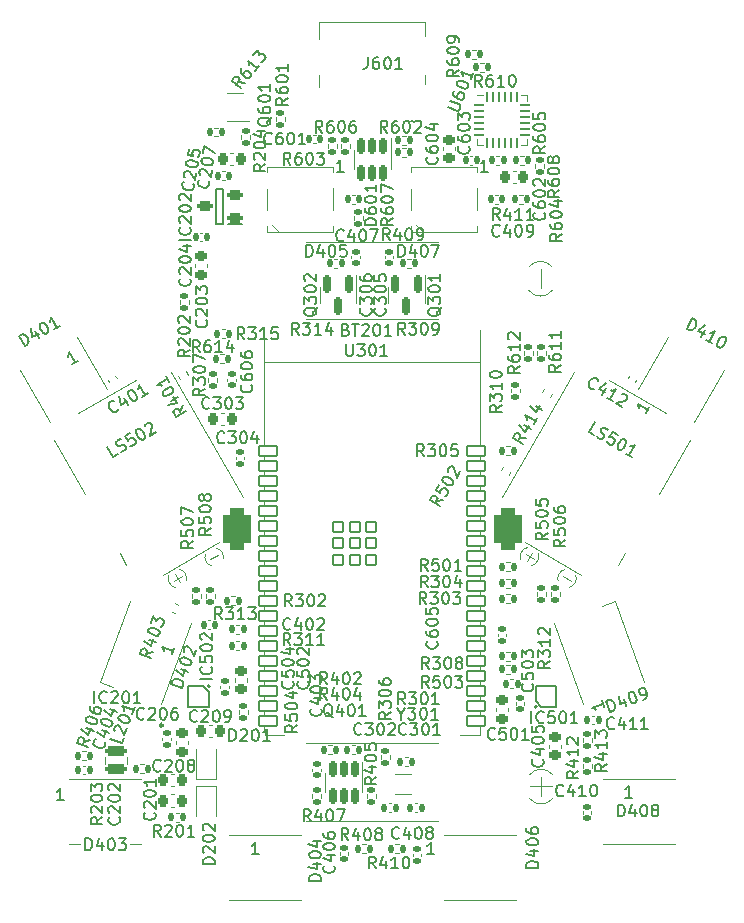
<source format=gto>
%TF.GenerationSoftware,KiCad,Pcbnew,(6.0.6)*%
%TF.CreationDate,2022-10-05T22:33:55-05:00*%
%TF.ProjectId,Halloween_Ghost_v1,48616c6c-6f77-4656-956e-5f47686f7374,rev?*%
%TF.SameCoordinates,Original*%
%TF.FileFunction,Legend,Top*%
%TF.FilePolarity,Positive*%
%FSLAX46Y46*%
G04 Gerber Fmt 4.6, Leading zero omitted, Abs format (unit mm)*
G04 Created by KiCad (PCBNEW (6.0.6)) date 2022-10-05 22:33:55*
%MOMM*%
%LPD*%
G01*
G04 APERTURE LIST*
G04 Aperture macros list*
%AMRoundRect*
0 Rectangle with rounded corners*
0 $1 Rounding radius*
0 $2 $3 $4 $5 $6 $7 $8 $9 X,Y pos of 4 corners*
0 Add a 4 corners polygon primitive as box body*
4,1,4,$2,$3,$4,$5,$6,$7,$8,$9,$2,$3,0*
0 Add four circle primitives for the rounded corners*
1,1,$1+$1,$2,$3*
1,1,$1+$1,$4,$5*
1,1,$1+$1,$6,$7*
1,1,$1+$1,$8,$9*
0 Add four rect primitives between the rounded corners*
20,1,$1+$1,$2,$3,$4,$5,0*
20,1,$1+$1,$4,$5,$6,$7,0*
20,1,$1+$1,$6,$7,$8,$9,0*
20,1,$1+$1,$8,$9,$2,$3,0*%
%AMRotRect*
0 Rectangle, with rotation*
0 The origin of the aperture is its center*
0 $1 length*
0 $2 width*
0 $3 Rotation angle, in degrees counterclockwise*
0 Add horizontal line*
21,1,$1,$2,0,0,$3*%
G04 Aperture macros list end*
%ADD10C,0.150000*%
%ADD11C,0.120000*%
%ADD12C,0.200000*%
%ADD13C,0.250000*%
%ADD14C,0.100000*%
%ADD15RoundRect,0.150000X-0.150000X0.512500X-0.150000X-0.512500X0.150000X-0.512500X0.150000X0.512500X0*%
%ADD16RoundRect,0.135000X0.135000X0.185000X-0.135000X0.185000X-0.135000X-0.185000X0.135000X-0.185000X0*%
%ADD17RoundRect,0.140000X-0.170000X0.140000X-0.170000X-0.140000X0.170000X-0.140000X0.170000X0.140000X0*%
%ADD18RoundRect,0.225000X-0.225000X-0.250000X0.225000X-0.250000X0.225000X0.250000X-0.225000X0.250000X0*%
%ADD19RoundRect,0.135000X-0.135000X-0.185000X0.135000X-0.185000X0.135000X0.185000X-0.135000X0.185000X0*%
%ADD20R,0.450000X0.600000*%
%ADD21RoundRect,0.100000X0.750000X0.450000X-0.750000X0.450000X-0.750000X-0.450000X0.750000X-0.450000X0*%
%ADD22RoundRect,0.100000X-0.450000X-0.450000X0.450000X-0.450000X0.450000X0.450000X-0.450000X0.450000X0*%
%ADD23C,0.250000*%
%ADD24RoundRect,0.135000X0.185000X-0.135000X0.185000X0.135000X-0.185000X0.135000X-0.185000X-0.135000X0*%
%ADD25RoundRect,0.225000X-0.250000X0.225000X-0.250000X-0.225000X0.250000X-0.225000X0.250000X0.225000X0*%
%ADD26RoundRect,0.135000X-0.185000X0.135000X-0.185000X-0.135000X0.185000X-0.135000X0.185000X0.135000X0*%
%ADD27RotRect,1.500000X1.000000X60.000000*%
%ADD28RoundRect,0.140000X-0.140000X-0.170000X0.140000X-0.170000X0.140000X0.170000X-0.140000X0.170000X0*%
%ADD29RoundRect,0.140000X0.140000X0.170000X-0.140000X0.170000X-0.140000X-0.170000X0.140000X-0.170000X0*%
%ADD30R,0.300000X0.750000*%
%ADD31R,1.300000X0.900000*%
%ADD32RoundRect,0.140000X0.170000X-0.140000X0.170000X0.140000X-0.170000X0.140000X-0.170000X-0.140000X0*%
%ADD33RoundRect,0.600000X1.119615X-0.739230X-0.080385X1.339230X-1.119615X0.739230X0.080385X-1.339230X0*%
%ADD34RoundRect,0.600000X0.600000X-1.200000X0.600000X1.200000X-0.600000X1.200000X-0.600000X-1.200000X0*%
%ADD35RoundRect,0.062500X-0.350000X-0.062500X0.350000X-0.062500X0.350000X0.062500X-0.350000X0.062500X0*%
%ADD36RoundRect,0.062500X-0.062500X-0.350000X0.062500X-0.350000X0.062500X0.350000X-0.062500X0.350000X0*%
%ADD37R,2.600000X2.600000*%
%ADD38RoundRect,0.225000X0.250000X-0.225000X0.250000X0.225000X-0.250000X0.225000X-0.250000X-0.225000X0*%
%ADD39R,0.650000X0.400000*%
%ADD40RoundRect,0.150000X-0.150000X0.587500X-0.150000X-0.587500X0.150000X-0.587500X0.150000X0.587500X0*%
%ADD41RotRect,1.500000X1.000000X300.000000*%
%ADD42RoundRect,0.200000X0.700000X-0.200000X0.700000X0.200000X-0.700000X0.200000X-0.700000X-0.200000X0*%
%ADD43RoundRect,0.600000X-0.600000X1.200000X-0.600000X-1.200000X0.600000X-1.200000X0.600000X1.200000X0*%
%ADD44RoundRect,0.600000X-0.080385X-1.339230X1.119615X0.739230X0.080385X1.339230X-1.119615X-0.739230X0*%
%ADD45RoundRect,0.135000X0.092715X-0.209413X0.227715X0.024413X-0.092715X0.209413X-0.227715X-0.024413X0*%
%ADD46R,1.000000X1.800000*%
%ADD47RoundRect,0.135000X-0.092715X0.209413X-0.227715X-0.024413X0.092715X-0.209413X0.227715X0.024413X0*%
%ADD48RotRect,1.500000X1.000000X250.000000*%
%ADD49RoundRect,0.135000X-0.227715X0.024413X-0.092715X-0.209413X0.227715X-0.024413X0.092715X0.209413X0*%
%ADD50R,1.500000X1.000000*%
%ADD51RoundRect,0.140000X-0.217224X0.036244X-0.077224X-0.206244X0.217224X-0.036244X0.077224X0.206244X0*%
%ADD52RoundRect,0.225000X0.225000X0.250000X-0.225000X0.250000X-0.225000X-0.250000X0.225000X-0.250000X0*%
%ADD53C,4.300000*%
%ADD54RotRect,1.500000X1.000000X110.000000*%
%ADD55C,0.650000*%
%ADD56R,0.300000X1.150000*%
%ADD57R,2.180000X2.000000*%
%ADD58RoundRect,0.250000X-0.450000X0.150000X-0.450000X-0.150000X0.450000X-0.150000X0.450000X0.150000X0*%
%ADD59RoundRect,0.140000X0.077224X-0.206244X0.217224X0.036244X-0.077224X0.206244X-0.217224X-0.036244X0*%
%ADD60RoundRect,0.135000X0.190132X0.127670X-0.063585X0.220016X-0.190132X-0.127670X0.063585X-0.220016X0*%
%ADD61R,7.000000X6.500000*%
G04 APERTURE END LIST*
D10*
X133452380Y-114447619D02*
X133357142Y-114400000D01*
X133261904Y-114304761D01*
X133119047Y-114161904D01*
X133023809Y-114114285D01*
X132928571Y-114114285D01*
X132976190Y-114352380D02*
X132880952Y-114304761D01*
X132785714Y-114209523D01*
X132738095Y-114019047D01*
X132738095Y-113685714D01*
X132785714Y-113495238D01*
X132880952Y-113400000D01*
X132976190Y-113352380D01*
X133166666Y-113352380D01*
X133261904Y-113400000D01*
X133357142Y-113495238D01*
X133404761Y-113685714D01*
X133404761Y-114019047D01*
X133357142Y-114209523D01*
X133261904Y-114304761D01*
X133166666Y-114352380D01*
X132976190Y-114352380D01*
X134261904Y-113685714D02*
X134261904Y-114352380D01*
X134023809Y-113304761D02*
X133785714Y-114019047D01*
X134404761Y-114019047D01*
X134976190Y-113352380D02*
X135071428Y-113352380D01*
X135166666Y-113400000D01*
X135214285Y-113447619D01*
X135261904Y-113542857D01*
X135309523Y-113733333D01*
X135309523Y-113971428D01*
X135261904Y-114161904D01*
X135214285Y-114257142D01*
X135166666Y-114304761D01*
X135071428Y-114352380D01*
X134976190Y-114352380D01*
X134880952Y-114304761D01*
X134833333Y-114257142D01*
X134785714Y-114161904D01*
X134738095Y-113971428D01*
X134738095Y-113733333D01*
X134785714Y-113542857D01*
X134833333Y-113447619D01*
X134880952Y-113400000D01*
X134976190Y-113352380D01*
X136261904Y-114352380D02*
X135690476Y-114352380D01*
X135976190Y-114352380D02*
X135976190Y-113352380D01*
X135880952Y-113495238D01*
X135785714Y-113590476D01*
X135690476Y-113638095D01*
X132980952Y-111652380D02*
X132647619Y-111176190D01*
X132409523Y-111652380D02*
X132409523Y-110652380D01*
X132790476Y-110652380D01*
X132885714Y-110700000D01*
X132933333Y-110747619D01*
X132980952Y-110842857D01*
X132980952Y-110985714D01*
X132933333Y-111080952D01*
X132885714Y-111128571D01*
X132790476Y-111176190D01*
X132409523Y-111176190D01*
X133838095Y-110985714D02*
X133838095Y-111652380D01*
X133600000Y-110604761D02*
X133361904Y-111319047D01*
X133980952Y-111319047D01*
X134552380Y-110652380D02*
X134647619Y-110652380D01*
X134742857Y-110700000D01*
X134790476Y-110747619D01*
X134838095Y-110842857D01*
X134885714Y-111033333D01*
X134885714Y-111271428D01*
X134838095Y-111461904D01*
X134790476Y-111557142D01*
X134742857Y-111604761D01*
X134647619Y-111652380D01*
X134552380Y-111652380D01*
X134457142Y-111604761D01*
X134409523Y-111557142D01*
X134361904Y-111461904D01*
X134314285Y-111271428D01*
X134314285Y-111033333D01*
X134361904Y-110842857D01*
X134409523Y-110747619D01*
X134457142Y-110700000D01*
X134552380Y-110652380D01*
X135266666Y-110747619D02*
X135314285Y-110700000D01*
X135409523Y-110652380D01*
X135647619Y-110652380D01*
X135742857Y-110700000D01*
X135790476Y-110747619D01*
X135838095Y-110842857D01*
X135838095Y-110938095D01*
X135790476Y-111080952D01*
X135219047Y-111652380D01*
X135838095Y-111652380D01*
X139080952Y-124657142D02*
X139033333Y-124704761D01*
X138890476Y-124752380D01*
X138795238Y-124752380D01*
X138652380Y-124704761D01*
X138557142Y-124609523D01*
X138509523Y-124514285D01*
X138461904Y-124323809D01*
X138461904Y-124180952D01*
X138509523Y-123990476D01*
X138557142Y-123895238D01*
X138652380Y-123800000D01*
X138795238Y-123752380D01*
X138890476Y-123752380D01*
X139033333Y-123800000D01*
X139080952Y-123847619D01*
X139938095Y-124085714D02*
X139938095Y-124752380D01*
X139700000Y-123704761D02*
X139461904Y-124419047D01*
X140080952Y-124419047D01*
X140652380Y-123752380D02*
X140747619Y-123752380D01*
X140842857Y-123800000D01*
X140890476Y-123847619D01*
X140938095Y-123942857D01*
X140985714Y-124133333D01*
X140985714Y-124371428D01*
X140938095Y-124561904D01*
X140890476Y-124657142D01*
X140842857Y-124704761D01*
X140747619Y-124752380D01*
X140652380Y-124752380D01*
X140557142Y-124704761D01*
X140509523Y-124657142D01*
X140461904Y-124561904D01*
X140414285Y-124371428D01*
X140414285Y-124133333D01*
X140461904Y-123942857D01*
X140509523Y-123847619D01*
X140557142Y-123800000D01*
X140652380Y-123752380D01*
X141557142Y-124180952D02*
X141461904Y-124133333D01*
X141414285Y-124085714D01*
X141366666Y-123990476D01*
X141366666Y-123942857D01*
X141414285Y-123847619D01*
X141461904Y-123800000D01*
X141557142Y-123752380D01*
X141747619Y-123752380D01*
X141842857Y-123800000D01*
X141890476Y-123847619D01*
X141938095Y-123942857D01*
X141938095Y-123990476D01*
X141890476Y-124085714D01*
X141842857Y-124133333D01*
X141747619Y-124180952D01*
X141557142Y-124180952D01*
X141461904Y-124228571D01*
X141414285Y-124276190D01*
X141366666Y-124371428D01*
X141366666Y-124561904D01*
X141414285Y-124657142D01*
X141461904Y-124704761D01*
X141557142Y-124752380D01*
X141747619Y-124752380D01*
X141842857Y-124704761D01*
X141890476Y-124657142D01*
X141938095Y-124561904D01*
X141938095Y-124371428D01*
X141890476Y-124276190D01*
X141842857Y-124228571D01*
X141747619Y-124180952D01*
X123005952Y-88257142D02*
X122958333Y-88304761D01*
X122815476Y-88352380D01*
X122720238Y-88352380D01*
X122577380Y-88304761D01*
X122482142Y-88209523D01*
X122434523Y-88114285D01*
X122386904Y-87923809D01*
X122386904Y-87780952D01*
X122434523Y-87590476D01*
X122482142Y-87495238D01*
X122577380Y-87400000D01*
X122720238Y-87352380D01*
X122815476Y-87352380D01*
X122958333Y-87400000D01*
X123005952Y-87447619D01*
X123339285Y-87352380D02*
X123958333Y-87352380D01*
X123625000Y-87733333D01*
X123767857Y-87733333D01*
X123863095Y-87780952D01*
X123910714Y-87828571D01*
X123958333Y-87923809D01*
X123958333Y-88161904D01*
X123910714Y-88257142D01*
X123863095Y-88304761D01*
X123767857Y-88352380D01*
X123482142Y-88352380D01*
X123386904Y-88304761D01*
X123339285Y-88257142D01*
X124577380Y-87352380D02*
X124672619Y-87352380D01*
X124767857Y-87400000D01*
X124815476Y-87447619D01*
X124863095Y-87542857D01*
X124910714Y-87733333D01*
X124910714Y-87971428D01*
X124863095Y-88161904D01*
X124815476Y-88257142D01*
X124767857Y-88304761D01*
X124672619Y-88352380D01*
X124577380Y-88352380D01*
X124482142Y-88304761D01*
X124434523Y-88257142D01*
X124386904Y-88161904D01*
X124339285Y-87971428D01*
X124339285Y-87733333D01*
X124386904Y-87542857D01*
X124434523Y-87447619D01*
X124482142Y-87400000D01*
X124577380Y-87352380D01*
X125244047Y-87352380D02*
X125863095Y-87352380D01*
X125529761Y-87733333D01*
X125672619Y-87733333D01*
X125767857Y-87780952D01*
X125815476Y-87828571D01*
X125863095Y-87923809D01*
X125863095Y-88161904D01*
X125815476Y-88257142D01*
X125767857Y-88304761D01*
X125672619Y-88352380D01*
X125386904Y-88352380D01*
X125291666Y-88304761D01*
X125244047Y-88257142D01*
X139580952Y-82052380D02*
X139247619Y-81576190D01*
X139009523Y-82052380D02*
X139009523Y-81052380D01*
X139390476Y-81052380D01*
X139485714Y-81100000D01*
X139533333Y-81147619D01*
X139580952Y-81242857D01*
X139580952Y-81385714D01*
X139533333Y-81480952D01*
X139485714Y-81528571D01*
X139390476Y-81576190D01*
X139009523Y-81576190D01*
X139914285Y-81052380D02*
X140533333Y-81052380D01*
X140200000Y-81433333D01*
X140342857Y-81433333D01*
X140438095Y-81480952D01*
X140485714Y-81528571D01*
X140533333Y-81623809D01*
X140533333Y-81861904D01*
X140485714Y-81957142D01*
X140438095Y-82004761D01*
X140342857Y-82052380D01*
X140057142Y-82052380D01*
X139961904Y-82004761D01*
X139914285Y-81957142D01*
X141152380Y-81052380D02*
X141247619Y-81052380D01*
X141342857Y-81100000D01*
X141390476Y-81147619D01*
X141438095Y-81242857D01*
X141485714Y-81433333D01*
X141485714Y-81671428D01*
X141438095Y-81861904D01*
X141390476Y-81957142D01*
X141342857Y-82004761D01*
X141247619Y-82052380D01*
X141152380Y-82052380D01*
X141057142Y-82004761D01*
X141009523Y-81957142D01*
X140961904Y-81861904D01*
X140914285Y-81671428D01*
X140914285Y-81433333D01*
X140961904Y-81242857D01*
X141009523Y-81147619D01*
X141057142Y-81100000D01*
X141152380Y-81052380D01*
X141961904Y-82052380D02*
X142152380Y-82052380D01*
X142247619Y-82004761D01*
X142295238Y-81957142D01*
X142390476Y-81814285D01*
X142438095Y-81623809D01*
X142438095Y-81242857D01*
X142390476Y-81147619D01*
X142342857Y-81100000D01*
X142247619Y-81052380D01*
X142057142Y-81052380D01*
X141961904Y-81100000D01*
X141914285Y-81147619D01*
X141866666Y-81242857D01*
X141866666Y-81480952D01*
X141914285Y-81576190D01*
X141961904Y-81623809D01*
X142057142Y-81671428D01*
X142247619Y-81671428D01*
X142342857Y-81623809D01*
X142390476Y-81576190D01*
X142438095Y-81480952D01*
X124709522Y-116452380D02*
X124709522Y-115452380D01*
X124947618Y-115452380D01*
X125090475Y-115500000D01*
X125185713Y-115595238D01*
X125233332Y-115690476D01*
X125280951Y-115880952D01*
X125280951Y-116023809D01*
X125233332Y-116214285D01*
X125185713Y-116309523D01*
X125090475Y-116404761D01*
X124947618Y-116452380D01*
X124709522Y-116452380D01*
X125661903Y-115547619D02*
X125709522Y-115500000D01*
X125804760Y-115452380D01*
X126042856Y-115452380D01*
X126138094Y-115500000D01*
X126185713Y-115547619D01*
X126233332Y-115642857D01*
X126233332Y-115738095D01*
X126185713Y-115880952D01*
X125614284Y-116452380D01*
X126233332Y-116452380D01*
X126852379Y-115452380D02*
X126947618Y-115452380D01*
X127042856Y-115500000D01*
X127090475Y-115547619D01*
X127138094Y-115642857D01*
X127185713Y-115833333D01*
X127185713Y-116071428D01*
X127138094Y-116261904D01*
X127090475Y-116357142D01*
X127042856Y-116404761D01*
X126947618Y-116452380D01*
X126852379Y-116452380D01*
X126757141Y-116404761D01*
X126709522Y-116357142D01*
X126661903Y-116261904D01*
X126614284Y-116071428D01*
X126614284Y-115833333D01*
X126661903Y-115642857D01*
X126709522Y-115547619D01*
X126757141Y-115500000D01*
X126852379Y-115452380D01*
X128138094Y-116452380D02*
X127566665Y-116452380D01*
X127852379Y-116452380D02*
X127852379Y-115452380D01*
X127757141Y-115595238D01*
X127661903Y-115690476D01*
X127566665Y-115738095D01*
X134585714Y-82852380D02*
X134585714Y-83661904D01*
X134633333Y-83757142D01*
X134680952Y-83804761D01*
X134776190Y-83852380D01*
X134966666Y-83852380D01*
X135061904Y-83804761D01*
X135109523Y-83757142D01*
X135157142Y-83661904D01*
X135157142Y-82852380D01*
X135538095Y-82852380D02*
X136157142Y-82852380D01*
X135823809Y-83233333D01*
X135966666Y-83233333D01*
X136061904Y-83280952D01*
X136109523Y-83328571D01*
X136157142Y-83423809D01*
X136157142Y-83661904D01*
X136109523Y-83757142D01*
X136061904Y-83804761D01*
X135966666Y-83852380D01*
X135680952Y-83852380D01*
X135585714Y-83804761D01*
X135538095Y-83757142D01*
X136776190Y-82852380D02*
X136871428Y-82852380D01*
X136966666Y-82900000D01*
X137014285Y-82947619D01*
X137061904Y-83042857D01*
X137109523Y-83233333D01*
X137109523Y-83471428D01*
X137061904Y-83661904D01*
X137014285Y-83757142D01*
X136966666Y-83804761D01*
X136871428Y-83852380D01*
X136776190Y-83852380D01*
X136680952Y-83804761D01*
X136633333Y-83757142D01*
X136585714Y-83661904D01*
X136538095Y-83471428D01*
X136538095Y-83233333D01*
X136585714Y-83042857D01*
X136633333Y-82947619D01*
X136680952Y-82900000D01*
X136776190Y-82852380D01*
X138061904Y-83852380D02*
X137490476Y-83852380D01*
X137776190Y-83852380D02*
X137776190Y-82852380D01*
X137680952Y-82995238D01*
X137585714Y-83090476D01*
X137490476Y-83138095D01*
X144152380Y-59619047D02*
X143676190Y-59952380D01*
X144152380Y-60190476D02*
X143152380Y-60190476D01*
X143152380Y-59809523D01*
X143200000Y-59714285D01*
X143247619Y-59666666D01*
X143342857Y-59619047D01*
X143485714Y-59619047D01*
X143580952Y-59666666D01*
X143628571Y-59714285D01*
X143676190Y-59809523D01*
X143676190Y-60190476D01*
X143152380Y-58761904D02*
X143152380Y-58952380D01*
X143200000Y-59047619D01*
X143247619Y-59095238D01*
X143390476Y-59190476D01*
X143580952Y-59238095D01*
X143961904Y-59238095D01*
X144057142Y-59190476D01*
X144104761Y-59142857D01*
X144152380Y-59047619D01*
X144152380Y-58857142D01*
X144104761Y-58761904D01*
X144057142Y-58714285D01*
X143961904Y-58666666D01*
X143723809Y-58666666D01*
X143628571Y-58714285D01*
X143580952Y-58761904D01*
X143533333Y-58857142D01*
X143533333Y-59047619D01*
X143580952Y-59142857D01*
X143628571Y-59190476D01*
X143723809Y-59238095D01*
X143152380Y-58047619D02*
X143152380Y-57952380D01*
X143200000Y-57857142D01*
X143247619Y-57809523D01*
X143342857Y-57761904D01*
X143533333Y-57714285D01*
X143771428Y-57714285D01*
X143961904Y-57761904D01*
X144057142Y-57809523D01*
X144104761Y-57857142D01*
X144152380Y-57952380D01*
X144152380Y-58047619D01*
X144104761Y-58142857D01*
X144057142Y-58190476D01*
X143961904Y-58238095D01*
X143771428Y-58285714D01*
X143533333Y-58285714D01*
X143342857Y-58238095D01*
X143247619Y-58190476D01*
X143200000Y-58142857D01*
X143152380Y-58047619D01*
X144152380Y-57238095D02*
X144152380Y-57047619D01*
X144104761Y-56952380D01*
X144057142Y-56904761D01*
X143914285Y-56809523D01*
X143723809Y-56761904D01*
X143342857Y-56761904D01*
X143247619Y-56809523D01*
X143200000Y-56857142D01*
X143152380Y-56952380D01*
X143152380Y-57142857D01*
X143200000Y-57238095D01*
X143247619Y-57285714D01*
X143342857Y-57333333D01*
X143580952Y-57333333D01*
X143676190Y-57285714D01*
X143723809Y-57238095D01*
X143771428Y-57142857D01*
X143771428Y-56952380D01*
X143723809Y-56857142D01*
X143676190Y-56809523D01*
X143580952Y-56761904D01*
X150271428Y-114952380D02*
X150271428Y-113952380D01*
X151319047Y-114857142D02*
X151271428Y-114904761D01*
X151128571Y-114952380D01*
X151033333Y-114952380D01*
X150890476Y-114904761D01*
X150795238Y-114809523D01*
X150747619Y-114714285D01*
X150700000Y-114523809D01*
X150700000Y-114380952D01*
X150747619Y-114190476D01*
X150795238Y-114095238D01*
X150890476Y-114000000D01*
X151033333Y-113952380D01*
X151128571Y-113952380D01*
X151271428Y-114000000D01*
X151319047Y-114047619D01*
X152223809Y-113952380D02*
X151747619Y-113952380D01*
X151700000Y-114428571D01*
X151747619Y-114380952D01*
X151842857Y-114333333D01*
X152080952Y-114333333D01*
X152176190Y-114380952D01*
X152223809Y-114428571D01*
X152271428Y-114523809D01*
X152271428Y-114761904D01*
X152223809Y-114857142D01*
X152176190Y-114904761D01*
X152080952Y-114952380D01*
X151842857Y-114952380D01*
X151747619Y-114904761D01*
X151700000Y-114857142D01*
X152890476Y-113952380D02*
X152985714Y-113952380D01*
X153080952Y-114000000D01*
X153128571Y-114047619D01*
X153176190Y-114142857D01*
X153223809Y-114333333D01*
X153223809Y-114571428D01*
X153176190Y-114761904D01*
X153128571Y-114857142D01*
X153080952Y-114904761D01*
X152985714Y-114952380D01*
X152890476Y-114952380D01*
X152795238Y-114904761D01*
X152747619Y-114857142D01*
X152700000Y-114761904D01*
X152652380Y-114571428D01*
X152652380Y-114333333D01*
X152700000Y-114142857D01*
X152747619Y-114047619D01*
X152795238Y-114000000D01*
X152890476Y-113952380D01*
X154176190Y-114952380D02*
X153604761Y-114952380D01*
X153890476Y-114952380D02*
X153890476Y-113952380D01*
X153795238Y-114095238D01*
X153700000Y-114190476D01*
X153604761Y-114238095D01*
X127752380Y-67619047D02*
X127276190Y-67952380D01*
X127752380Y-68190476D02*
X126752380Y-68190476D01*
X126752380Y-67809523D01*
X126800000Y-67714285D01*
X126847619Y-67666666D01*
X126942857Y-67619047D01*
X127085714Y-67619047D01*
X127180952Y-67666666D01*
X127228571Y-67714285D01*
X127276190Y-67809523D01*
X127276190Y-68190476D01*
X126847619Y-67238095D02*
X126800000Y-67190476D01*
X126752380Y-67095238D01*
X126752380Y-66857142D01*
X126800000Y-66761904D01*
X126847619Y-66714285D01*
X126942857Y-66666666D01*
X127038095Y-66666666D01*
X127180952Y-66714285D01*
X127752380Y-67285714D01*
X127752380Y-66666666D01*
X126752380Y-66047619D02*
X126752380Y-65952380D01*
X126800000Y-65857142D01*
X126847619Y-65809523D01*
X126942857Y-65761904D01*
X127133333Y-65714285D01*
X127371428Y-65714285D01*
X127561904Y-65761904D01*
X127657142Y-65809523D01*
X127704761Y-65857142D01*
X127752380Y-65952380D01*
X127752380Y-66047619D01*
X127704761Y-66142857D01*
X127657142Y-66190476D01*
X127561904Y-66238095D01*
X127371428Y-66285714D01*
X127133333Y-66285714D01*
X126942857Y-66238095D01*
X126847619Y-66190476D01*
X126800000Y-66142857D01*
X126752380Y-66047619D01*
X127085714Y-64857142D02*
X127752380Y-64857142D01*
X126704761Y-65095238D02*
X127419047Y-65333333D01*
X127419047Y-64714285D01*
X131580952Y-123252380D02*
X131247619Y-122776190D01*
X131009523Y-123252380D02*
X131009523Y-122252380D01*
X131390476Y-122252380D01*
X131485714Y-122300000D01*
X131533333Y-122347619D01*
X131580952Y-122442857D01*
X131580952Y-122585714D01*
X131533333Y-122680952D01*
X131485714Y-122728571D01*
X131390476Y-122776190D01*
X131009523Y-122776190D01*
X132438095Y-122585714D02*
X132438095Y-123252380D01*
X132200000Y-122204761D02*
X131961904Y-122919047D01*
X132580952Y-122919047D01*
X133152380Y-122252380D02*
X133247619Y-122252380D01*
X133342857Y-122300000D01*
X133390476Y-122347619D01*
X133438095Y-122442857D01*
X133485714Y-122633333D01*
X133485714Y-122871428D01*
X133438095Y-123061904D01*
X133390476Y-123157142D01*
X133342857Y-123204761D01*
X133247619Y-123252380D01*
X133152380Y-123252380D01*
X133057142Y-123204761D01*
X133009523Y-123157142D01*
X132961904Y-123061904D01*
X132914285Y-122871428D01*
X132914285Y-122633333D01*
X132961904Y-122442857D01*
X133009523Y-122347619D01*
X133057142Y-122300000D01*
X133152380Y-122252380D01*
X133819047Y-122252380D02*
X134485714Y-122252380D01*
X134057142Y-123252380D01*
X142257142Y-67019047D02*
X142304761Y-67066666D01*
X142352380Y-67209523D01*
X142352380Y-67304761D01*
X142304761Y-67447619D01*
X142209523Y-67542857D01*
X142114285Y-67590476D01*
X141923809Y-67638095D01*
X141780952Y-67638095D01*
X141590476Y-67590476D01*
X141495238Y-67542857D01*
X141400000Y-67447619D01*
X141352380Y-67304761D01*
X141352380Y-67209523D01*
X141400000Y-67066666D01*
X141447619Y-67019047D01*
X141352380Y-66161904D02*
X141352380Y-66352380D01*
X141400000Y-66447619D01*
X141447619Y-66495238D01*
X141590476Y-66590476D01*
X141780952Y-66638095D01*
X142161904Y-66638095D01*
X142257142Y-66590476D01*
X142304761Y-66542857D01*
X142352380Y-66447619D01*
X142352380Y-66257142D01*
X142304761Y-66161904D01*
X142257142Y-66114285D01*
X142161904Y-66066666D01*
X141923809Y-66066666D01*
X141828571Y-66114285D01*
X141780952Y-66161904D01*
X141733333Y-66257142D01*
X141733333Y-66447619D01*
X141780952Y-66542857D01*
X141828571Y-66590476D01*
X141923809Y-66638095D01*
X141352380Y-65447619D02*
X141352380Y-65352380D01*
X141400000Y-65257142D01*
X141447619Y-65209523D01*
X141542857Y-65161904D01*
X141733333Y-65114285D01*
X141971428Y-65114285D01*
X142161904Y-65161904D01*
X142257142Y-65209523D01*
X142304761Y-65257142D01*
X142352380Y-65352380D01*
X142352380Y-65447619D01*
X142304761Y-65542857D01*
X142257142Y-65590476D01*
X142161904Y-65638095D01*
X141971428Y-65685714D01*
X141733333Y-65685714D01*
X141542857Y-65638095D01*
X141447619Y-65590476D01*
X141400000Y-65542857D01*
X141352380Y-65447619D01*
X141685714Y-64257142D02*
X142352380Y-64257142D01*
X141304761Y-64495238D02*
X142019047Y-64733333D01*
X142019047Y-64114285D01*
X132580952Y-64952380D02*
X132247619Y-64476190D01*
X132009523Y-64952380D02*
X132009523Y-63952380D01*
X132390476Y-63952380D01*
X132485714Y-64000000D01*
X132533333Y-64047619D01*
X132580952Y-64142857D01*
X132580952Y-64285714D01*
X132533333Y-64380952D01*
X132485714Y-64428571D01*
X132390476Y-64476190D01*
X132009523Y-64476190D01*
X133438095Y-63952380D02*
X133247619Y-63952380D01*
X133152380Y-64000000D01*
X133104761Y-64047619D01*
X133009523Y-64190476D01*
X132961904Y-64380952D01*
X132961904Y-64761904D01*
X133009523Y-64857142D01*
X133057142Y-64904761D01*
X133152380Y-64952380D01*
X133342857Y-64952380D01*
X133438095Y-64904761D01*
X133485714Y-64857142D01*
X133533333Y-64761904D01*
X133533333Y-64523809D01*
X133485714Y-64428571D01*
X133438095Y-64380952D01*
X133342857Y-64333333D01*
X133152380Y-64333333D01*
X133057142Y-64380952D01*
X133009523Y-64428571D01*
X132961904Y-64523809D01*
X134152380Y-63952380D02*
X134247619Y-63952380D01*
X134342857Y-64000000D01*
X134390476Y-64047619D01*
X134438095Y-64142857D01*
X134485714Y-64333333D01*
X134485714Y-64571428D01*
X134438095Y-64761904D01*
X134390476Y-64857142D01*
X134342857Y-64904761D01*
X134247619Y-64952380D01*
X134152380Y-64952380D01*
X134057142Y-64904761D01*
X134009523Y-64857142D01*
X133961904Y-64761904D01*
X133914285Y-64571428D01*
X133914285Y-64333333D01*
X133961904Y-64142857D01*
X134009523Y-64047619D01*
X134057142Y-64000000D01*
X134152380Y-63952380D01*
X135342857Y-63952380D02*
X135152380Y-63952380D01*
X135057142Y-64000000D01*
X135009523Y-64047619D01*
X134914285Y-64190476D01*
X134866666Y-64380952D01*
X134866666Y-64761904D01*
X134914285Y-64857142D01*
X134961904Y-64904761D01*
X135057142Y-64952380D01*
X135247619Y-64952380D01*
X135342857Y-64904761D01*
X135390476Y-64857142D01*
X135438095Y-64761904D01*
X135438095Y-64523809D01*
X135390476Y-64428571D01*
X135342857Y-64380952D01*
X135247619Y-64333333D01*
X135057142Y-64333333D01*
X134961904Y-64380952D01*
X134914285Y-64428571D01*
X134866666Y-64523809D01*
X163409814Y-81546535D02*
X163909814Y-80680509D01*
X164116010Y-80799557D01*
X164215919Y-80912225D01*
X164250778Y-81042323D01*
X164244398Y-81148611D01*
X164190400Y-81337377D01*
X164118971Y-81461095D01*
X163982494Y-81602243D01*
X163893635Y-81660912D01*
X163763538Y-81695772D01*
X163616010Y-81665582D01*
X163409814Y-81546535D01*
X164980326Y-81683470D02*
X164646993Y-82260821D01*
X164964606Y-81234508D02*
X164401266Y-81734050D01*
X164937377Y-82043574D01*
X165554258Y-82784630D02*
X165059386Y-82498916D01*
X165306822Y-82641773D02*
X165806822Y-81775747D01*
X165652915Y-81851846D01*
X165522817Y-81886706D01*
X165416529Y-81880326D01*
X166590369Y-82228128D02*
X166672847Y-82275747D01*
X166731516Y-82364606D01*
X166748946Y-82429655D01*
X166742566Y-82535943D01*
X166688567Y-82724710D01*
X166569520Y-82930906D01*
X166433042Y-83072054D01*
X166344184Y-83130723D01*
X166279135Y-83148153D01*
X166172847Y-83141773D01*
X166090369Y-83094154D01*
X166031699Y-83005295D01*
X166014270Y-82940247D01*
X166020649Y-82833959D01*
X166074648Y-82645192D01*
X166193696Y-82438995D01*
X166330173Y-82297848D01*
X166419032Y-82239178D01*
X166484080Y-82221749D01*
X166590369Y-82228128D01*
X160273989Y-88172759D02*
X159988275Y-88667631D01*
X160131132Y-88420195D02*
X159265106Y-87920195D01*
X159341205Y-88074102D01*
X159376065Y-88204200D01*
X159369685Y-88310488D01*
X152852380Y-73519047D02*
X152376190Y-73852380D01*
X152852380Y-74090476D02*
X151852380Y-74090476D01*
X151852380Y-73709523D01*
X151900000Y-73614285D01*
X151947619Y-73566666D01*
X152042857Y-73519047D01*
X152185714Y-73519047D01*
X152280952Y-73566666D01*
X152328571Y-73614285D01*
X152376190Y-73709523D01*
X152376190Y-74090476D01*
X151852380Y-72661904D02*
X151852380Y-72852380D01*
X151900000Y-72947619D01*
X151947619Y-72995238D01*
X152090476Y-73090476D01*
X152280952Y-73138095D01*
X152661904Y-73138095D01*
X152757142Y-73090476D01*
X152804761Y-73042857D01*
X152852380Y-72947619D01*
X152852380Y-72757142D01*
X152804761Y-72661904D01*
X152757142Y-72614285D01*
X152661904Y-72566666D01*
X152423809Y-72566666D01*
X152328571Y-72614285D01*
X152280952Y-72661904D01*
X152233333Y-72757142D01*
X152233333Y-72947619D01*
X152280952Y-73042857D01*
X152328571Y-73090476D01*
X152423809Y-73138095D01*
X151852380Y-71947619D02*
X151852380Y-71852380D01*
X151900000Y-71757142D01*
X151947619Y-71709523D01*
X152042857Y-71661904D01*
X152233333Y-71614285D01*
X152471428Y-71614285D01*
X152661904Y-71661904D01*
X152757142Y-71709523D01*
X152804761Y-71757142D01*
X152852380Y-71852380D01*
X152852380Y-71947619D01*
X152804761Y-72042857D01*
X152757142Y-72090476D01*
X152661904Y-72138095D01*
X152471428Y-72185714D01*
X152233333Y-72185714D01*
X152042857Y-72138095D01*
X151947619Y-72090476D01*
X151900000Y-72042857D01*
X151852380Y-71947619D01*
X152185714Y-70757142D02*
X152852380Y-70757142D01*
X151804761Y-70995238D02*
X152519047Y-71233333D01*
X152519047Y-70614285D01*
X147752380Y-88019047D02*
X147276190Y-88352380D01*
X147752380Y-88590476D02*
X146752380Y-88590476D01*
X146752380Y-88209523D01*
X146800000Y-88114285D01*
X146847619Y-88066666D01*
X146942857Y-88019047D01*
X147085714Y-88019047D01*
X147180952Y-88066666D01*
X147228571Y-88114285D01*
X147276190Y-88209523D01*
X147276190Y-88590476D01*
X146752380Y-87685714D02*
X146752380Y-87066666D01*
X147133333Y-87400000D01*
X147133333Y-87257142D01*
X147180952Y-87161904D01*
X147228571Y-87114285D01*
X147323809Y-87066666D01*
X147561904Y-87066666D01*
X147657142Y-87114285D01*
X147704761Y-87161904D01*
X147752380Y-87257142D01*
X147752380Y-87542857D01*
X147704761Y-87638095D01*
X147657142Y-87685714D01*
X147752380Y-86114285D02*
X147752380Y-86685714D01*
X147752380Y-86400000D02*
X146752380Y-86400000D01*
X146895238Y-86495238D01*
X146990476Y-86590476D01*
X147038095Y-86685714D01*
X146752380Y-85495238D02*
X146752380Y-85400000D01*
X146800000Y-85304761D01*
X146847619Y-85257142D01*
X146942857Y-85209523D01*
X147133333Y-85161904D01*
X147371428Y-85161904D01*
X147561904Y-85209523D01*
X147657142Y-85257142D01*
X147704761Y-85304761D01*
X147752380Y-85400000D01*
X147752380Y-85495238D01*
X147704761Y-85590476D01*
X147657142Y-85638095D01*
X147561904Y-85685714D01*
X147371428Y-85733333D01*
X147133333Y-85733333D01*
X146942857Y-85685714D01*
X146847619Y-85638095D01*
X146800000Y-85590476D01*
X146752380Y-85495238D01*
X114152867Y-116573710D02*
X114181328Y-116634744D01*
X114177215Y-116785273D01*
X114144642Y-116874767D01*
X114051034Y-116992722D01*
X113928967Y-117049644D01*
X113823185Y-117061818D01*
X113627910Y-117041418D01*
X113493668Y-116992558D01*
X113330965Y-116882664D01*
X113257757Y-116805344D01*
X113200836Y-116683276D01*
X113204949Y-116532747D01*
X113237522Y-116443253D01*
X113331130Y-116325297D01*
X113392164Y-116296837D01*
X113909060Y-115572819D02*
X114535522Y-115800833D01*
X113469649Y-115666262D02*
X114059424Y-116134299D01*
X114271151Y-115552584D01*
X113840129Y-114787604D02*
X113872703Y-114698109D01*
X113950023Y-114624901D01*
X114011057Y-114596441D01*
X114116838Y-114584267D01*
X114312114Y-114604666D01*
X114535851Y-114686100D01*
X114698553Y-114795994D01*
X114771761Y-114873314D01*
X114800221Y-114934348D01*
X114812395Y-115040129D01*
X114779822Y-115129624D01*
X114702501Y-115202832D01*
X114641467Y-115231292D01*
X114535686Y-115243466D01*
X114340410Y-115223067D01*
X114116674Y-115141633D01*
X113953972Y-115031739D01*
X113880764Y-114954419D01*
X113852303Y-114893385D01*
X113840129Y-114787604D01*
X114560527Y-113782929D02*
X115186989Y-114010942D01*
X114121116Y-113876372D02*
X114710891Y-114344408D01*
X114922618Y-113762694D01*
X147580952Y-73657142D02*
X147533333Y-73704761D01*
X147390476Y-73752380D01*
X147295238Y-73752380D01*
X147152380Y-73704761D01*
X147057142Y-73609523D01*
X147009523Y-73514285D01*
X146961904Y-73323809D01*
X146961904Y-73180952D01*
X147009523Y-72990476D01*
X147057142Y-72895238D01*
X147152380Y-72800000D01*
X147295238Y-72752380D01*
X147390476Y-72752380D01*
X147533333Y-72800000D01*
X147580952Y-72847619D01*
X148438095Y-73085714D02*
X148438095Y-73752380D01*
X148200000Y-72704761D02*
X147961904Y-73419047D01*
X148580952Y-73419047D01*
X149152380Y-72752380D02*
X149247619Y-72752380D01*
X149342857Y-72800000D01*
X149390476Y-72847619D01*
X149438095Y-72942857D01*
X149485714Y-73133333D01*
X149485714Y-73371428D01*
X149438095Y-73561904D01*
X149390476Y-73657142D01*
X149342857Y-73704761D01*
X149247619Y-73752380D01*
X149152380Y-73752380D01*
X149057142Y-73704761D01*
X149009523Y-73657142D01*
X148961904Y-73561904D01*
X148914285Y-73371428D01*
X148914285Y-73133333D01*
X148961904Y-72942857D01*
X149009523Y-72847619D01*
X149057142Y-72800000D01*
X149152380Y-72752380D01*
X149961904Y-73752380D02*
X150152380Y-73752380D01*
X150247619Y-73704761D01*
X150295238Y-73657142D01*
X150390476Y-73514285D01*
X150438095Y-73323809D01*
X150438095Y-72942857D01*
X150390476Y-72847619D01*
X150342857Y-72800000D01*
X150247619Y-72752380D01*
X150057142Y-72752380D01*
X149961904Y-72800000D01*
X149914285Y-72847619D01*
X149866666Y-72942857D01*
X149866666Y-73180952D01*
X149914285Y-73276190D01*
X149961904Y-73323809D01*
X150057142Y-73371428D01*
X150247619Y-73371428D01*
X150342857Y-73323809D01*
X150390476Y-73276190D01*
X150438095Y-73180952D01*
X129880952Y-108352380D02*
X129547619Y-107876190D01*
X129309523Y-108352380D02*
X129309523Y-107352380D01*
X129690476Y-107352380D01*
X129785714Y-107400000D01*
X129833333Y-107447619D01*
X129880952Y-107542857D01*
X129880952Y-107685714D01*
X129833333Y-107780952D01*
X129785714Y-107828571D01*
X129690476Y-107876190D01*
X129309523Y-107876190D01*
X130214285Y-107352380D02*
X130833333Y-107352380D01*
X130500000Y-107733333D01*
X130642857Y-107733333D01*
X130738095Y-107780952D01*
X130785714Y-107828571D01*
X130833333Y-107923809D01*
X130833333Y-108161904D01*
X130785714Y-108257142D01*
X130738095Y-108304761D01*
X130642857Y-108352380D01*
X130357142Y-108352380D01*
X130261904Y-108304761D01*
X130214285Y-108257142D01*
X131785714Y-108352380D02*
X131214285Y-108352380D01*
X131500000Y-108352380D02*
X131500000Y-107352380D01*
X131404761Y-107495238D01*
X131309523Y-107590476D01*
X131214285Y-107638095D01*
X132738095Y-108352380D02*
X132166666Y-108352380D01*
X132452380Y-108352380D02*
X132452380Y-107352380D01*
X132357142Y-107495238D01*
X132261904Y-107590476D01*
X132166666Y-107638095D01*
X151852380Y-109719047D02*
X151376190Y-110052380D01*
X151852380Y-110290476D02*
X150852380Y-110290476D01*
X150852380Y-109909523D01*
X150900000Y-109814285D01*
X150947619Y-109766666D01*
X151042857Y-109719047D01*
X151185714Y-109719047D01*
X151280952Y-109766666D01*
X151328571Y-109814285D01*
X151376190Y-109909523D01*
X151376190Y-110290476D01*
X150852380Y-109385714D02*
X150852380Y-108766666D01*
X151233333Y-109100000D01*
X151233333Y-108957142D01*
X151280952Y-108861904D01*
X151328571Y-108814285D01*
X151423809Y-108766666D01*
X151661904Y-108766666D01*
X151757142Y-108814285D01*
X151804761Y-108861904D01*
X151852380Y-108957142D01*
X151852380Y-109242857D01*
X151804761Y-109338095D01*
X151757142Y-109385714D01*
X151852380Y-107814285D02*
X151852380Y-108385714D01*
X151852380Y-108100000D02*
X150852380Y-108100000D01*
X150995238Y-108195238D01*
X151090476Y-108290476D01*
X151138095Y-108385714D01*
X150947619Y-107433333D02*
X150900000Y-107385714D01*
X150852380Y-107290476D01*
X150852380Y-107052380D01*
X150900000Y-106957142D01*
X150947619Y-106909523D01*
X151042857Y-106861904D01*
X151138095Y-106861904D01*
X151280952Y-106909523D01*
X151852380Y-107480952D01*
X151852380Y-106861904D01*
X123452380Y-126890476D02*
X122452380Y-126890476D01*
X122452380Y-126652380D01*
X122500000Y-126509523D01*
X122595238Y-126414285D01*
X122690476Y-126366666D01*
X122880952Y-126319047D01*
X123023809Y-126319047D01*
X123214285Y-126366666D01*
X123309523Y-126414285D01*
X123404761Y-126509523D01*
X123452380Y-126652380D01*
X123452380Y-126890476D01*
X122547619Y-125938095D02*
X122500000Y-125890476D01*
X122452380Y-125795238D01*
X122452380Y-125557142D01*
X122500000Y-125461904D01*
X122547619Y-125414285D01*
X122642857Y-125366666D01*
X122738095Y-125366666D01*
X122880952Y-125414285D01*
X123452380Y-125985714D01*
X123452380Y-125366666D01*
X122452380Y-124747619D02*
X122452380Y-124652380D01*
X122500000Y-124557142D01*
X122547619Y-124509523D01*
X122642857Y-124461904D01*
X122833333Y-124414285D01*
X123071428Y-124414285D01*
X123261904Y-124461904D01*
X123357142Y-124509523D01*
X123404761Y-124557142D01*
X123452380Y-124652380D01*
X123452380Y-124747619D01*
X123404761Y-124842857D01*
X123357142Y-124890476D01*
X123261904Y-124938095D01*
X123071428Y-124985714D01*
X122833333Y-124985714D01*
X122642857Y-124938095D01*
X122547619Y-124890476D01*
X122500000Y-124842857D01*
X122452380Y-124747619D01*
X122547619Y-124033333D02*
X122500000Y-123985714D01*
X122452380Y-123890476D01*
X122452380Y-123652380D01*
X122500000Y-123557142D01*
X122547619Y-123509523D01*
X122642857Y-123461904D01*
X122738095Y-123461904D01*
X122880952Y-123509523D01*
X123452380Y-124080952D01*
X123452380Y-123461904D01*
X135880952Y-115857142D02*
X135833333Y-115904761D01*
X135690476Y-115952380D01*
X135595238Y-115952380D01*
X135452380Y-115904761D01*
X135357142Y-115809523D01*
X135309523Y-115714285D01*
X135261904Y-115523809D01*
X135261904Y-115380952D01*
X135309523Y-115190476D01*
X135357142Y-115095238D01*
X135452380Y-115000000D01*
X135595238Y-114952380D01*
X135690476Y-114952380D01*
X135833333Y-115000000D01*
X135880952Y-115047619D01*
X136214285Y-114952380D02*
X136833333Y-114952380D01*
X136500000Y-115333333D01*
X136642857Y-115333333D01*
X136738095Y-115380952D01*
X136785714Y-115428571D01*
X136833333Y-115523809D01*
X136833333Y-115761904D01*
X136785714Y-115857142D01*
X136738095Y-115904761D01*
X136642857Y-115952380D01*
X136357142Y-115952380D01*
X136261904Y-115904761D01*
X136214285Y-115857142D01*
X137452380Y-114952380D02*
X137547619Y-114952380D01*
X137642857Y-115000000D01*
X137690476Y-115047619D01*
X137738095Y-115142857D01*
X137785714Y-115333333D01*
X137785714Y-115571428D01*
X137738095Y-115761904D01*
X137690476Y-115857142D01*
X137642857Y-115904761D01*
X137547619Y-115952380D01*
X137452380Y-115952380D01*
X137357142Y-115904761D01*
X137309523Y-115857142D01*
X137261904Y-115761904D01*
X137214285Y-115571428D01*
X137214285Y-115333333D01*
X137261904Y-115142857D01*
X137309523Y-115047619D01*
X137357142Y-115000000D01*
X137452380Y-114952380D01*
X138166666Y-115047619D02*
X138214285Y-115000000D01*
X138309523Y-114952380D01*
X138547619Y-114952380D01*
X138642857Y-115000000D01*
X138690476Y-115047619D01*
X138738095Y-115142857D01*
X138738095Y-115238095D01*
X138690476Y-115380952D01*
X138119047Y-115952380D01*
X138738095Y-115952380D01*
X149282380Y-84719047D02*
X148806190Y-85052380D01*
X149282380Y-85290476D02*
X148282380Y-85290476D01*
X148282380Y-84909523D01*
X148330000Y-84814285D01*
X148377619Y-84766666D01*
X148472857Y-84719047D01*
X148615714Y-84719047D01*
X148710952Y-84766666D01*
X148758571Y-84814285D01*
X148806190Y-84909523D01*
X148806190Y-85290476D01*
X148282380Y-83861904D02*
X148282380Y-84052380D01*
X148330000Y-84147619D01*
X148377619Y-84195238D01*
X148520476Y-84290476D01*
X148710952Y-84338095D01*
X149091904Y-84338095D01*
X149187142Y-84290476D01*
X149234761Y-84242857D01*
X149282380Y-84147619D01*
X149282380Y-83957142D01*
X149234761Y-83861904D01*
X149187142Y-83814285D01*
X149091904Y-83766666D01*
X148853809Y-83766666D01*
X148758571Y-83814285D01*
X148710952Y-83861904D01*
X148663333Y-83957142D01*
X148663333Y-84147619D01*
X148710952Y-84242857D01*
X148758571Y-84290476D01*
X148853809Y-84338095D01*
X149282380Y-82814285D02*
X149282380Y-83385714D01*
X149282380Y-83100000D02*
X148282380Y-83100000D01*
X148425238Y-83195238D01*
X148520476Y-83290476D01*
X148568095Y-83385714D01*
X148377619Y-82433333D02*
X148330000Y-82385714D01*
X148282380Y-82290476D01*
X148282380Y-82052380D01*
X148330000Y-81957142D01*
X148377619Y-81909523D01*
X148472857Y-81861904D01*
X148568095Y-81861904D01*
X148710952Y-81909523D01*
X149282380Y-82480952D01*
X149282380Y-81861904D01*
X118880952Y-118957142D02*
X118833333Y-119004761D01*
X118690476Y-119052380D01*
X118595238Y-119052380D01*
X118452380Y-119004761D01*
X118357142Y-118909523D01*
X118309523Y-118814285D01*
X118261904Y-118623809D01*
X118261904Y-118480952D01*
X118309523Y-118290476D01*
X118357142Y-118195238D01*
X118452380Y-118100000D01*
X118595238Y-118052380D01*
X118690476Y-118052380D01*
X118833333Y-118100000D01*
X118880952Y-118147619D01*
X119261904Y-118147619D02*
X119309523Y-118100000D01*
X119404761Y-118052380D01*
X119642857Y-118052380D01*
X119738095Y-118100000D01*
X119785714Y-118147619D01*
X119833333Y-118242857D01*
X119833333Y-118338095D01*
X119785714Y-118480952D01*
X119214285Y-119052380D01*
X119833333Y-119052380D01*
X120452380Y-118052380D02*
X120547619Y-118052380D01*
X120642857Y-118100000D01*
X120690476Y-118147619D01*
X120738095Y-118242857D01*
X120785714Y-118433333D01*
X120785714Y-118671428D01*
X120738095Y-118861904D01*
X120690476Y-118957142D01*
X120642857Y-119004761D01*
X120547619Y-119052380D01*
X120452380Y-119052380D01*
X120357142Y-119004761D01*
X120309523Y-118957142D01*
X120261904Y-118861904D01*
X120214285Y-118671428D01*
X120214285Y-118433333D01*
X120261904Y-118242857D01*
X120309523Y-118147619D01*
X120357142Y-118100000D01*
X120452380Y-118052380D01*
X121357142Y-118480952D02*
X121261904Y-118433333D01*
X121214285Y-118385714D01*
X121166666Y-118290476D01*
X121166666Y-118242857D01*
X121214285Y-118147619D01*
X121261904Y-118100000D01*
X121357142Y-118052380D01*
X121547619Y-118052380D01*
X121642857Y-118100000D01*
X121690476Y-118147619D01*
X121738095Y-118242857D01*
X121738095Y-118290476D01*
X121690476Y-118385714D01*
X121642857Y-118433333D01*
X121547619Y-118480952D01*
X121357142Y-118480952D01*
X121261904Y-118528571D01*
X121214285Y-118576190D01*
X121166666Y-118671428D01*
X121166666Y-118861904D01*
X121214285Y-118957142D01*
X121261904Y-119004761D01*
X121357142Y-119052380D01*
X121547619Y-119052380D01*
X121642857Y-119004761D01*
X121690476Y-118957142D01*
X121738095Y-118861904D01*
X121738095Y-118671428D01*
X121690476Y-118576190D01*
X121642857Y-118528571D01*
X121547619Y-118480952D01*
X113271428Y-113252380D02*
X113271428Y-112252380D01*
X114319047Y-113157142D02*
X114271428Y-113204761D01*
X114128571Y-113252380D01*
X114033333Y-113252380D01*
X113890476Y-113204761D01*
X113795238Y-113109523D01*
X113747619Y-113014285D01*
X113700000Y-112823809D01*
X113700000Y-112680952D01*
X113747619Y-112490476D01*
X113795238Y-112395238D01*
X113890476Y-112300000D01*
X114033333Y-112252380D01*
X114128571Y-112252380D01*
X114271428Y-112300000D01*
X114319047Y-112347619D01*
X114700000Y-112347619D02*
X114747619Y-112300000D01*
X114842857Y-112252380D01*
X115080952Y-112252380D01*
X115176190Y-112300000D01*
X115223809Y-112347619D01*
X115271428Y-112442857D01*
X115271428Y-112538095D01*
X115223809Y-112680952D01*
X114652380Y-113252380D01*
X115271428Y-113252380D01*
X115890476Y-112252380D02*
X115985714Y-112252380D01*
X116080952Y-112300000D01*
X116128571Y-112347619D01*
X116176190Y-112442857D01*
X116223809Y-112633333D01*
X116223809Y-112871428D01*
X116176190Y-113061904D01*
X116128571Y-113157142D01*
X116080952Y-113204761D01*
X115985714Y-113252380D01*
X115890476Y-113252380D01*
X115795238Y-113204761D01*
X115747619Y-113157142D01*
X115700000Y-113061904D01*
X115652380Y-112871428D01*
X115652380Y-112633333D01*
X115700000Y-112442857D01*
X115747619Y-112347619D01*
X115795238Y-112300000D01*
X115890476Y-112252380D01*
X117176190Y-113252380D02*
X116604761Y-113252380D01*
X116890476Y-113252380D02*
X116890476Y-112252380D01*
X116795238Y-112395238D01*
X116700000Y-112490476D01*
X116604761Y-112538095D01*
X137857142Y-79819047D02*
X137904761Y-79866666D01*
X137952380Y-80009523D01*
X137952380Y-80104761D01*
X137904761Y-80247619D01*
X137809523Y-80342857D01*
X137714285Y-80390476D01*
X137523809Y-80438095D01*
X137380952Y-80438095D01*
X137190476Y-80390476D01*
X137095238Y-80342857D01*
X137000000Y-80247619D01*
X136952380Y-80104761D01*
X136952380Y-80009523D01*
X137000000Y-79866666D01*
X137047619Y-79819047D01*
X136952380Y-79485714D02*
X136952380Y-78866666D01*
X137333333Y-79200000D01*
X137333333Y-79057142D01*
X137380952Y-78961904D01*
X137428571Y-78914285D01*
X137523809Y-78866666D01*
X137761904Y-78866666D01*
X137857142Y-78914285D01*
X137904761Y-78961904D01*
X137952380Y-79057142D01*
X137952380Y-79342857D01*
X137904761Y-79438095D01*
X137857142Y-79485714D01*
X136952380Y-78247619D02*
X136952380Y-78152380D01*
X137000000Y-78057142D01*
X137047619Y-78009523D01*
X137142857Y-77961904D01*
X137333333Y-77914285D01*
X137571428Y-77914285D01*
X137761904Y-77961904D01*
X137857142Y-78009523D01*
X137904761Y-78057142D01*
X137952380Y-78152380D01*
X137952380Y-78247619D01*
X137904761Y-78342857D01*
X137857142Y-78390476D01*
X137761904Y-78438095D01*
X137571428Y-78485714D01*
X137333333Y-78485714D01*
X137142857Y-78438095D01*
X137047619Y-78390476D01*
X137000000Y-78342857D01*
X136952380Y-78247619D01*
X136952380Y-77009523D02*
X136952380Y-77485714D01*
X137428571Y-77533333D01*
X137380952Y-77485714D01*
X137333333Y-77390476D01*
X137333333Y-77152380D01*
X137380952Y-77057142D01*
X137428571Y-77009523D01*
X137523809Y-76961904D01*
X137761904Y-76961904D01*
X137857142Y-77009523D01*
X137904761Y-77057142D01*
X137952380Y-77152380D01*
X137952380Y-77390476D01*
X137904761Y-77485714D01*
X137857142Y-77533333D01*
X115294673Y-92158303D02*
X114882280Y-92396398D01*
X114382280Y-91530373D01*
X115518300Y-91974206D02*
X115665827Y-91944017D01*
X115872024Y-91824970D01*
X115930693Y-91736111D01*
X115948122Y-91671062D01*
X115941743Y-91564774D01*
X115894124Y-91482296D01*
X115805265Y-91423627D01*
X115740216Y-91406197D01*
X115633928Y-91412577D01*
X115445162Y-91466575D01*
X115338873Y-91472955D01*
X115273825Y-91455525D01*
X115184966Y-91396856D01*
X115137347Y-91314378D01*
X115130967Y-91208089D01*
X115148397Y-91143041D01*
X115207066Y-91054182D01*
X115413263Y-90935135D01*
X115560790Y-90904945D01*
X116320528Y-90411325D02*
X115908134Y-90649420D01*
X116104990Y-91085623D01*
X116122420Y-91020574D01*
X116181089Y-90931716D01*
X116387286Y-90812668D01*
X116493574Y-90806288D01*
X116558623Y-90823718D01*
X116647481Y-90882387D01*
X116766529Y-91088584D01*
X116772908Y-91194872D01*
X116755479Y-91259921D01*
X116696810Y-91348779D01*
X116490613Y-91467827D01*
X116384325Y-91474206D01*
X116319276Y-91456777D01*
X116897878Y-90077992D02*
X116980356Y-90030373D01*
X117086645Y-90023993D01*
X117151693Y-90041423D01*
X117240552Y-90100092D01*
X117377029Y-90241240D01*
X117496077Y-90447436D01*
X117550076Y-90636203D01*
X117556455Y-90742491D01*
X117539026Y-90807540D01*
X117480356Y-90896398D01*
X117397878Y-90944017D01*
X117291590Y-90950397D01*
X117226541Y-90932967D01*
X117137682Y-90874298D01*
X117001205Y-90733150D01*
X116882157Y-90526954D01*
X116828159Y-90338187D01*
X116821779Y-90231899D01*
X116839209Y-90166850D01*
X116897878Y-90077992D01*
X117564086Y-89803328D02*
X117581516Y-89738279D01*
X117640185Y-89649420D01*
X117846382Y-89530373D01*
X117952670Y-89523993D01*
X118017719Y-89541423D01*
X118106577Y-89600092D01*
X118154196Y-89682571D01*
X118184385Y-89830098D01*
X117975228Y-90610684D01*
X118511339Y-90301160D01*
X143199086Y-62823604D02*
X143959789Y-63100478D01*
X144065570Y-63088304D01*
X144126604Y-63059843D01*
X144203925Y-62986635D01*
X144269072Y-62807646D01*
X144256898Y-62701865D01*
X144228437Y-62640831D01*
X144155229Y-62563511D01*
X143394526Y-62286637D01*
X143703973Y-61436439D02*
X143638826Y-61615428D01*
X143651000Y-61721209D01*
X143679460Y-61782243D01*
X143781129Y-61920598D01*
X143943831Y-62030492D01*
X144301809Y-62160785D01*
X144407591Y-62148611D01*
X144468625Y-62120151D01*
X144545945Y-62046943D01*
X144611092Y-61867954D01*
X144598918Y-61762173D01*
X144570457Y-61701139D01*
X144497249Y-61623818D01*
X144273513Y-61542385D01*
X144167732Y-61554559D01*
X144106698Y-61583019D01*
X144029377Y-61656227D01*
X143964231Y-61835216D01*
X143976405Y-61940997D01*
X144004865Y-62002031D01*
X144078073Y-62079352D01*
X143948273Y-60765230D02*
X143980846Y-60675736D01*
X144058167Y-60602528D01*
X144119201Y-60574067D01*
X144224982Y-60561893D01*
X144420258Y-60582293D01*
X144643994Y-60663726D01*
X144806696Y-60773620D01*
X144879904Y-60850941D01*
X144908365Y-60911974D01*
X144920539Y-61017756D01*
X144887965Y-61107250D01*
X144810645Y-61180458D01*
X144749611Y-61208919D01*
X144643830Y-61221093D01*
X144448554Y-61200693D01*
X144224817Y-61119260D01*
X144062115Y-61009366D01*
X143988907Y-60932045D01*
X143960447Y-60871011D01*
X143948273Y-60765230D01*
X145327705Y-59899074D02*
X145132265Y-60436041D01*
X145229985Y-60167558D02*
X144290293Y-59825537D01*
X144391961Y-59963892D01*
X144448882Y-60085960D01*
X144461056Y-60191741D01*
X130452380Y-115119047D02*
X129976190Y-115452380D01*
X130452380Y-115690476D02*
X129452380Y-115690476D01*
X129452380Y-115309523D01*
X129500000Y-115214285D01*
X129547619Y-115166666D01*
X129642857Y-115119047D01*
X129785714Y-115119047D01*
X129880952Y-115166666D01*
X129928571Y-115214285D01*
X129976190Y-115309523D01*
X129976190Y-115690476D01*
X129452380Y-114214285D02*
X129452380Y-114690476D01*
X129928571Y-114738095D01*
X129880952Y-114690476D01*
X129833333Y-114595238D01*
X129833333Y-114357142D01*
X129880952Y-114261904D01*
X129928571Y-114214285D01*
X130023809Y-114166666D01*
X130261904Y-114166666D01*
X130357142Y-114214285D01*
X130404761Y-114261904D01*
X130452380Y-114357142D01*
X130452380Y-114595238D01*
X130404761Y-114690476D01*
X130357142Y-114738095D01*
X129452380Y-113547619D02*
X129452380Y-113452380D01*
X129500000Y-113357142D01*
X129547619Y-113309523D01*
X129642857Y-113261904D01*
X129833333Y-113214285D01*
X130071428Y-113214285D01*
X130261904Y-113261904D01*
X130357142Y-113309523D01*
X130404761Y-113357142D01*
X130452380Y-113452380D01*
X130452380Y-113547619D01*
X130404761Y-113642857D01*
X130357142Y-113690476D01*
X130261904Y-113738095D01*
X130071428Y-113785714D01*
X129833333Y-113785714D01*
X129642857Y-113738095D01*
X129547619Y-113690476D01*
X129500000Y-113642857D01*
X129452380Y-113547619D01*
X129785714Y-112357142D02*
X130452380Y-112357142D01*
X129404761Y-112595238D02*
X130119047Y-112833333D01*
X130119047Y-112214285D01*
X151227142Y-118019047D02*
X151274761Y-118066666D01*
X151322380Y-118209523D01*
X151322380Y-118304761D01*
X151274761Y-118447619D01*
X151179523Y-118542857D01*
X151084285Y-118590476D01*
X150893809Y-118638095D01*
X150750952Y-118638095D01*
X150560476Y-118590476D01*
X150465238Y-118542857D01*
X150370000Y-118447619D01*
X150322380Y-118304761D01*
X150322380Y-118209523D01*
X150370000Y-118066666D01*
X150417619Y-118019047D01*
X150655714Y-117161904D02*
X151322380Y-117161904D01*
X150274761Y-117400000D02*
X150989047Y-117638095D01*
X150989047Y-117019047D01*
X150322380Y-116447619D02*
X150322380Y-116352380D01*
X150370000Y-116257142D01*
X150417619Y-116209523D01*
X150512857Y-116161904D01*
X150703333Y-116114285D01*
X150941428Y-116114285D01*
X151131904Y-116161904D01*
X151227142Y-116209523D01*
X151274761Y-116257142D01*
X151322380Y-116352380D01*
X151322380Y-116447619D01*
X151274761Y-116542857D01*
X151227142Y-116590476D01*
X151131904Y-116638095D01*
X150941428Y-116685714D01*
X150703333Y-116685714D01*
X150512857Y-116638095D01*
X150417619Y-116590476D01*
X150370000Y-116542857D01*
X150322380Y-116447619D01*
X150322380Y-115209523D02*
X150322380Y-115685714D01*
X150798571Y-115733333D01*
X150750952Y-115685714D01*
X150703333Y-115590476D01*
X150703333Y-115352380D01*
X150750952Y-115257142D01*
X150798571Y-115209523D01*
X150893809Y-115161904D01*
X151131904Y-115161904D01*
X151227142Y-115209523D01*
X151274761Y-115257142D01*
X151322380Y-115352380D01*
X151322380Y-115590476D01*
X151274761Y-115685714D01*
X151227142Y-115733333D01*
X128247619Y-63647619D02*
X128200000Y-63742857D01*
X128104761Y-63838095D01*
X127961904Y-63980952D01*
X127914285Y-64076190D01*
X127914285Y-64171428D01*
X128152380Y-64123809D02*
X128104761Y-64219047D01*
X128009523Y-64314285D01*
X127819047Y-64361904D01*
X127485714Y-64361904D01*
X127295238Y-64314285D01*
X127200000Y-64219047D01*
X127152380Y-64123809D01*
X127152380Y-63933333D01*
X127200000Y-63838095D01*
X127295238Y-63742857D01*
X127485714Y-63695238D01*
X127819047Y-63695238D01*
X128009523Y-63742857D01*
X128104761Y-63838095D01*
X128152380Y-63933333D01*
X128152380Y-64123809D01*
X127152380Y-62838095D02*
X127152380Y-63028571D01*
X127200000Y-63123809D01*
X127247619Y-63171428D01*
X127390476Y-63266666D01*
X127580952Y-63314285D01*
X127961904Y-63314285D01*
X128057142Y-63266666D01*
X128104761Y-63219047D01*
X128152380Y-63123809D01*
X128152380Y-62933333D01*
X128104761Y-62838095D01*
X128057142Y-62790476D01*
X127961904Y-62742857D01*
X127723809Y-62742857D01*
X127628571Y-62790476D01*
X127580952Y-62838095D01*
X127533333Y-62933333D01*
X127533333Y-63123809D01*
X127580952Y-63219047D01*
X127628571Y-63266666D01*
X127723809Y-63314285D01*
X127152380Y-62123809D02*
X127152380Y-62028571D01*
X127200000Y-61933333D01*
X127247619Y-61885714D01*
X127342857Y-61838095D01*
X127533333Y-61790476D01*
X127771428Y-61790476D01*
X127961904Y-61838095D01*
X128057142Y-61885714D01*
X128104761Y-61933333D01*
X128152380Y-62028571D01*
X128152380Y-62123809D01*
X128104761Y-62219047D01*
X128057142Y-62266666D01*
X127961904Y-62314285D01*
X127771428Y-62361904D01*
X127533333Y-62361904D01*
X127342857Y-62314285D01*
X127247619Y-62266666D01*
X127200000Y-62219047D01*
X127152380Y-62123809D01*
X128152380Y-60838095D02*
X128152380Y-61409523D01*
X128152380Y-61123809D02*
X127152380Y-61123809D01*
X127295238Y-61219047D01*
X127390476Y-61314285D01*
X127438095Y-61409523D01*
X138352380Y-114019047D02*
X137876190Y-114352380D01*
X138352380Y-114590476D02*
X137352380Y-114590476D01*
X137352380Y-114209523D01*
X137400000Y-114114285D01*
X137447619Y-114066666D01*
X137542857Y-114019047D01*
X137685714Y-114019047D01*
X137780952Y-114066666D01*
X137828571Y-114114285D01*
X137876190Y-114209523D01*
X137876190Y-114590476D01*
X137352380Y-113685714D02*
X137352380Y-113066666D01*
X137733333Y-113400000D01*
X137733333Y-113257142D01*
X137780952Y-113161904D01*
X137828571Y-113114285D01*
X137923809Y-113066666D01*
X138161904Y-113066666D01*
X138257142Y-113114285D01*
X138304761Y-113161904D01*
X138352380Y-113257142D01*
X138352380Y-113542857D01*
X138304761Y-113638095D01*
X138257142Y-113685714D01*
X137352380Y-112447619D02*
X137352380Y-112352380D01*
X137400000Y-112257142D01*
X137447619Y-112209523D01*
X137542857Y-112161904D01*
X137733333Y-112114285D01*
X137971428Y-112114285D01*
X138161904Y-112161904D01*
X138257142Y-112209523D01*
X138304761Y-112257142D01*
X138352380Y-112352380D01*
X138352380Y-112447619D01*
X138304761Y-112542857D01*
X138257142Y-112590476D01*
X138161904Y-112638095D01*
X137971428Y-112685714D01*
X137733333Y-112685714D01*
X137542857Y-112638095D01*
X137447619Y-112590476D01*
X137400000Y-112542857D01*
X137352380Y-112447619D01*
X137352380Y-111257142D02*
X137352380Y-111447619D01*
X137400000Y-111542857D01*
X137447619Y-111590476D01*
X137590476Y-111685714D01*
X137780952Y-111733333D01*
X138161904Y-111733333D01*
X138257142Y-111685714D01*
X138304761Y-111638095D01*
X138352380Y-111542857D01*
X138352380Y-111352380D01*
X138304761Y-111257142D01*
X138257142Y-111209523D01*
X138161904Y-111161904D01*
X137923809Y-111161904D01*
X137828571Y-111209523D01*
X137780952Y-111257142D01*
X137733333Y-111352380D01*
X137733333Y-111542857D01*
X137780952Y-111638095D01*
X137828571Y-111685714D01*
X137923809Y-111733333D01*
X121352380Y-83319047D02*
X120876190Y-83652380D01*
X121352380Y-83890476D02*
X120352380Y-83890476D01*
X120352380Y-83509523D01*
X120400000Y-83414285D01*
X120447619Y-83366666D01*
X120542857Y-83319047D01*
X120685714Y-83319047D01*
X120780952Y-83366666D01*
X120828571Y-83414285D01*
X120876190Y-83509523D01*
X120876190Y-83890476D01*
X120447619Y-82938095D02*
X120400000Y-82890476D01*
X120352380Y-82795238D01*
X120352380Y-82557142D01*
X120400000Y-82461904D01*
X120447619Y-82414285D01*
X120542857Y-82366666D01*
X120638095Y-82366666D01*
X120780952Y-82414285D01*
X121352380Y-82985714D01*
X121352380Y-82366666D01*
X120352380Y-81747619D02*
X120352380Y-81652380D01*
X120400000Y-81557142D01*
X120447619Y-81509523D01*
X120542857Y-81461904D01*
X120733333Y-81414285D01*
X120971428Y-81414285D01*
X121161904Y-81461904D01*
X121257142Y-81509523D01*
X121304761Y-81557142D01*
X121352380Y-81652380D01*
X121352380Y-81747619D01*
X121304761Y-81842857D01*
X121257142Y-81890476D01*
X121161904Y-81938095D01*
X120971428Y-81985714D01*
X120733333Y-81985714D01*
X120542857Y-81938095D01*
X120447619Y-81890476D01*
X120400000Y-81842857D01*
X120352380Y-81747619D01*
X120447619Y-81033333D02*
X120400000Y-80985714D01*
X120352380Y-80890476D01*
X120352380Y-80652380D01*
X120400000Y-80557142D01*
X120447619Y-80509523D01*
X120542857Y-80461904D01*
X120638095Y-80461904D01*
X120780952Y-80509523D01*
X121352380Y-81080952D01*
X121352380Y-80461904D01*
X142647619Y-79747619D02*
X142600000Y-79842857D01*
X142504761Y-79938095D01*
X142361904Y-80080952D01*
X142314285Y-80176190D01*
X142314285Y-80271428D01*
X142552380Y-80223809D02*
X142504761Y-80319047D01*
X142409523Y-80414285D01*
X142219047Y-80461904D01*
X141885714Y-80461904D01*
X141695238Y-80414285D01*
X141600000Y-80319047D01*
X141552380Y-80223809D01*
X141552380Y-80033333D01*
X141600000Y-79938095D01*
X141695238Y-79842857D01*
X141885714Y-79795238D01*
X142219047Y-79795238D01*
X142409523Y-79842857D01*
X142504761Y-79938095D01*
X142552380Y-80033333D01*
X142552380Y-80223809D01*
X141552380Y-79461904D02*
X141552380Y-78842857D01*
X141933333Y-79176190D01*
X141933333Y-79033333D01*
X141980952Y-78938095D01*
X142028571Y-78890476D01*
X142123809Y-78842857D01*
X142361904Y-78842857D01*
X142457142Y-78890476D01*
X142504761Y-78938095D01*
X142552380Y-79033333D01*
X142552380Y-79319047D01*
X142504761Y-79414285D01*
X142457142Y-79461904D01*
X141552380Y-78223809D02*
X141552380Y-78128571D01*
X141600000Y-78033333D01*
X141647619Y-77985714D01*
X141742857Y-77938095D01*
X141933333Y-77890476D01*
X142171428Y-77890476D01*
X142361904Y-77938095D01*
X142457142Y-77985714D01*
X142504761Y-78033333D01*
X142552380Y-78128571D01*
X142552380Y-78223809D01*
X142504761Y-78319047D01*
X142457142Y-78366666D01*
X142361904Y-78414285D01*
X142171428Y-78461904D01*
X141933333Y-78461904D01*
X141742857Y-78414285D01*
X141647619Y-78366666D01*
X141600000Y-78319047D01*
X141552380Y-78223809D01*
X142552380Y-76938095D02*
X142552380Y-77509523D01*
X142552380Y-77223809D02*
X141552380Y-77223809D01*
X141695238Y-77319047D01*
X141790476Y-77414285D01*
X141838095Y-77509523D01*
X115357142Y-122919047D02*
X115404761Y-122966666D01*
X115452380Y-123109523D01*
X115452380Y-123204761D01*
X115404761Y-123347619D01*
X115309523Y-123442857D01*
X115214285Y-123490476D01*
X115023809Y-123538095D01*
X114880952Y-123538095D01*
X114690476Y-123490476D01*
X114595238Y-123442857D01*
X114500000Y-123347619D01*
X114452380Y-123204761D01*
X114452380Y-123109523D01*
X114500000Y-122966666D01*
X114547619Y-122919047D01*
X114547619Y-122538095D02*
X114500000Y-122490476D01*
X114452380Y-122395238D01*
X114452380Y-122157142D01*
X114500000Y-122061904D01*
X114547619Y-122014285D01*
X114642857Y-121966666D01*
X114738095Y-121966666D01*
X114880952Y-122014285D01*
X115452380Y-122585714D01*
X115452380Y-121966666D01*
X114452380Y-121347619D02*
X114452380Y-121252380D01*
X114500000Y-121157142D01*
X114547619Y-121109523D01*
X114642857Y-121061904D01*
X114833333Y-121014285D01*
X115071428Y-121014285D01*
X115261904Y-121061904D01*
X115357142Y-121109523D01*
X115404761Y-121157142D01*
X115452380Y-121252380D01*
X115452380Y-121347619D01*
X115404761Y-121442857D01*
X115357142Y-121490476D01*
X115261904Y-121538095D01*
X115071428Y-121585714D01*
X114833333Y-121585714D01*
X114642857Y-121538095D01*
X114547619Y-121490476D01*
X114500000Y-121442857D01*
X114452380Y-121347619D01*
X114547619Y-120633333D02*
X114500000Y-120585714D01*
X114452380Y-120490476D01*
X114452380Y-120252380D01*
X114500000Y-120157142D01*
X114547619Y-120109523D01*
X114642857Y-120061904D01*
X114738095Y-120061904D01*
X114880952Y-120109523D01*
X115452380Y-120680952D01*
X115452380Y-120061904D01*
X141480952Y-103452380D02*
X141147619Y-102976190D01*
X140909523Y-103452380D02*
X140909523Y-102452380D01*
X141290476Y-102452380D01*
X141385714Y-102500000D01*
X141433333Y-102547619D01*
X141480952Y-102642857D01*
X141480952Y-102785714D01*
X141433333Y-102880952D01*
X141385714Y-102928571D01*
X141290476Y-102976190D01*
X140909523Y-102976190D01*
X141814285Y-102452380D02*
X142433333Y-102452380D01*
X142100000Y-102833333D01*
X142242857Y-102833333D01*
X142338095Y-102880952D01*
X142385714Y-102928571D01*
X142433333Y-103023809D01*
X142433333Y-103261904D01*
X142385714Y-103357142D01*
X142338095Y-103404761D01*
X142242857Y-103452380D01*
X141957142Y-103452380D01*
X141861904Y-103404761D01*
X141814285Y-103357142D01*
X143052380Y-102452380D02*
X143147619Y-102452380D01*
X143242857Y-102500000D01*
X143290476Y-102547619D01*
X143338095Y-102642857D01*
X143385714Y-102833333D01*
X143385714Y-103071428D01*
X143338095Y-103261904D01*
X143290476Y-103357142D01*
X143242857Y-103404761D01*
X143147619Y-103452380D01*
X143052380Y-103452380D01*
X142957142Y-103404761D01*
X142909523Y-103357142D01*
X142861904Y-103261904D01*
X142814285Y-103071428D01*
X142814285Y-102833333D01*
X142861904Y-102642857D01*
X142909523Y-102547619D01*
X142957142Y-102500000D01*
X143052380Y-102452380D01*
X144242857Y-102785714D02*
X144242857Y-103452380D01*
X144004761Y-102404761D02*
X143766666Y-103119047D01*
X144385714Y-103119047D01*
X123252380Y-111228571D02*
X122252380Y-111228571D01*
X123157142Y-110180952D02*
X123204761Y-110228571D01*
X123252380Y-110371428D01*
X123252380Y-110466666D01*
X123204761Y-110609523D01*
X123109523Y-110704761D01*
X123014285Y-110752380D01*
X122823809Y-110800000D01*
X122680952Y-110800000D01*
X122490476Y-110752380D01*
X122395238Y-110704761D01*
X122300000Y-110609523D01*
X122252380Y-110466666D01*
X122252380Y-110371428D01*
X122300000Y-110228571D01*
X122347619Y-110180952D01*
X122252380Y-109276190D02*
X122252380Y-109752380D01*
X122728571Y-109800000D01*
X122680952Y-109752380D01*
X122633333Y-109657142D01*
X122633333Y-109419047D01*
X122680952Y-109323809D01*
X122728571Y-109276190D01*
X122823809Y-109228571D01*
X123061904Y-109228571D01*
X123157142Y-109276190D01*
X123204761Y-109323809D01*
X123252380Y-109419047D01*
X123252380Y-109657142D01*
X123204761Y-109752380D01*
X123157142Y-109800000D01*
X122252380Y-108609523D02*
X122252380Y-108514285D01*
X122300000Y-108419047D01*
X122347619Y-108371428D01*
X122442857Y-108323809D01*
X122633333Y-108276190D01*
X122871428Y-108276190D01*
X123061904Y-108323809D01*
X123157142Y-108371428D01*
X123204761Y-108419047D01*
X123252380Y-108514285D01*
X123252380Y-108609523D01*
X123204761Y-108704761D01*
X123157142Y-108752380D01*
X123061904Y-108800000D01*
X122871428Y-108847619D01*
X122633333Y-108847619D01*
X122442857Y-108800000D01*
X122347619Y-108752380D01*
X122300000Y-108704761D01*
X122252380Y-108609523D01*
X122347619Y-107895238D02*
X122300000Y-107847619D01*
X122252380Y-107752380D01*
X122252380Y-107514285D01*
X122300000Y-107419047D01*
X122347619Y-107371428D01*
X122442857Y-107323809D01*
X122538095Y-107323809D01*
X122680952Y-107371428D01*
X123252380Y-107942857D01*
X123252380Y-107323809D01*
X130580952Y-82052380D02*
X130247619Y-81576190D01*
X130009523Y-82052380D02*
X130009523Y-81052380D01*
X130390476Y-81052380D01*
X130485714Y-81100000D01*
X130533333Y-81147619D01*
X130580952Y-81242857D01*
X130580952Y-81385714D01*
X130533333Y-81480952D01*
X130485714Y-81528571D01*
X130390476Y-81576190D01*
X130009523Y-81576190D01*
X130914285Y-81052380D02*
X131533333Y-81052380D01*
X131200000Y-81433333D01*
X131342857Y-81433333D01*
X131438095Y-81480952D01*
X131485714Y-81528571D01*
X131533333Y-81623809D01*
X131533333Y-81861904D01*
X131485714Y-81957142D01*
X131438095Y-82004761D01*
X131342857Y-82052380D01*
X131057142Y-82052380D01*
X130961904Y-82004761D01*
X130914285Y-81957142D01*
X132485714Y-82052380D02*
X131914285Y-82052380D01*
X132200000Y-82052380D02*
X132200000Y-81052380D01*
X132104761Y-81195238D01*
X132009523Y-81290476D01*
X131914285Y-81338095D01*
X133342857Y-81385714D02*
X133342857Y-82052380D01*
X133104761Y-81004761D02*
X132866666Y-81719047D01*
X133485714Y-81719047D01*
X150357142Y-111619047D02*
X150404761Y-111666666D01*
X150452380Y-111809523D01*
X150452380Y-111904761D01*
X150404761Y-112047619D01*
X150309523Y-112142857D01*
X150214285Y-112190476D01*
X150023809Y-112238095D01*
X149880952Y-112238095D01*
X149690476Y-112190476D01*
X149595238Y-112142857D01*
X149500000Y-112047619D01*
X149452380Y-111904761D01*
X149452380Y-111809523D01*
X149500000Y-111666666D01*
X149547619Y-111619047D01*
X149452380Y-110714285D02*
X149452380Y-111190476D01*
X149928571Y-111238095D01*
X149880952Y-111190476D01*
X149833333Y-111095238D01*
X149833333Y-110857142D01*
X149880952Y-110761904D01*
X149928571Y-110714285D01*
X150023809Y-110666666D01*
X150261904Y-110666666D01*
X150357142Y-110714285D01*
X150404761Y-110761904D01*
X150452380Y-110857142D01*
X150452380Y-111095238D01*
X150404761Y-111190476D01*
X150357142Y-111238095D01*
X149452380Y-110047619D02*
X149452380Y-109952380D01*
X149500000Y-109857142D01*
X149547619Y-109809523D01*
X149642857Y-109761904D01*
X149833333Y-109714285D01*
X150071428Y-109714285D01*
X150261904Y-109761904D01*
X150357142Y-109809523D01*
X150404761Y-109857142D01*
X150452380Y-109952380D01*
X150452380Y-110047619D01*
X150404761Y-110142857D01*
X150357142Y-110190476D01*
X150261904Y-110238095D01*
X150071428Y-110285714D01*
X149833333Y-110285714D01*
X149642857Y-110238095D01*
X149547619Y-110190476D01*
X149500000Y-110142857D01*
X149452380Y-110047619D01*
X149452380Y-109380952D02*
X149452380Y-108761904D01*
X149833333Y-109095238D01*
X149833333Y-108952380D01*
X149880952Y-108857142D01*
X149928571Y-108809523D01*
X150023809Y-108761904D01*
X150261904Y-108761904D01*
X150357142Y-108809523D01*
X150404761Y-108857142D01*
X150452380Y-108952380D01*
X150452380Y-109238095D01*
X150404761Y-109333333D01*
X150357142Y-109380952D01*
X107362195Y-83037012D02*
X106862195Y-82170987D01*
X107068391Y-82051939D01*
X107215919Y-82021750D01*
X107346016Y-82056609D01*
X107434875Y-82115278D01*
X107571352Y-82256426D01*
X107642781Y-82380144D01*
X107696779Y-82568911D01*
X107703159Y-82675199D01*
X107668300Y-82805296D01*
X107568391Y-82917964D01*
X107362195Y-83037012D01*
X108266040Y-81745376D02*
X108599374Y-82322726D01*
X107869368Y-81534509D02*
X108020314Y-82272146D01*
X108556425Y-81962623D01*
X108717963Y-81099558D02*
X108800442Y-81051939D01*
X108906730Y-81045559D01*
X108971779Y-81062989D01*
X109060637Y-81121658D01*
X109197115Y-81262806D01*
X109316162Y-81469002D01*
X109370161Y-81657769D01*
X109376541Y-81764057D01*
X109359111Y-81829106D01*
X109300442Y-81917964D01*
X109217963Y-81965583D01*
X109111675Y-81971963D01*
X109046626Y-81954533D01*
X108957768Y-81895864D01*
X108821291Y-81754717D01*
X108702243Y-81548520D01*
X108648244Y-81359753D01*
X108641865Y-81253465D01*
X108659294Y-81188416D01*
X108717963Y-81099558D01*
X110331425Y-81322726D02*
X109836553Y-81608441D01*
X110083989Y-81465583D02*
X109583989Y-80599558D01*
X109572939Y-80770895D01*
X109538079Y-80900993D01*
X109479410Y-80989851D01*
X111873625Y-84248916D02*
X111378753Y-84534630D01*
X111626189Y-84391773D02*
X111126189Y-83525747D01*
X111115139Y-83697084D01*
X111080279Y-83827182D01*
X111021610Y-83916040D01*
X153152380Y-99419047D02*
X152676190Y-99752380D01*
X153152380Y-99990476D02*
X152152380Y-99990476D01*
X152152380Y-99609523D01*
X152200000Y-99514285D01*
X152247619Y-99466666D01*
X152342857Y-99419047D01*
X152485714Y-99419047D01*
X152580952Y-99466666D01*
X152628571Y-99514285D01*
X152676190Y-99609523D01*
X152676190Y-99990476D01*
X152152380Y-98514285D02*
X152152380Y-98990476D01*
X152628571Y-99038095D01*
X152580952Y-98990476D01*
X152533333Y-98895238D01*
X152533333Y-98657142D01*
X152580952Y-98561904D01*
X152628571Y-98514285D01*
X152723809Y-98466666D01*
X152961904Y-98466666D01*
X153057142Y-98514285D01*
X153104761Y-98561904D01*
X153152380Y-98657142D01*
X153152380Y-98895238D01*
X153104761Y-98990476D01*
X153057142Y-99038095D01*
X152152380Y-97847619D02*
X152152380Y-97752380D01*
X152200000Y-97657142D01*
X152247619Y-97609523D01*
X152342857Y-97561904D01*
X152533333Y-97514285D01*
X152771428Y-97514285D01*
X152961904Y-97561904D01*
X153057142Y-97609523D01*
X153104761Y-97657142D01*
X153152380Y-97752380D01*
X153152380Y-97847619D01*
X153104761Y-97942857D01*
X153057142Y-97990476D01*
X152961904Y-98038095D01*
X152771428Y-98085714D01*
X152533333Y-98085714D01*
X152342857Y-98038095D01*
X152247619Y-97990476D01*
X152200000Y-97942857D01*
X152152380Y-97847619D01*
X152152380Y-96657142D02*
X152152380Y-96847619D01*
X152200000Y-96942857D01*
X152247619Y-96990476D01*
X152390476Y-97085714D01*
X152580952Y-97133333D01*
X152961904Y-97133333D01*
X153057142Y-97085714D01*
X153104761Y-97038095D01*
X153152380Y-96942857D01*
X153152380Y-96752380D01*
X153104761Y-96657142D01*
X153057142Y-96609523D01*
X152961904Y-96561904D01*
X152723809Y-96561904D01*
X152628571Y-96609523D01*
X152580952Y-96657142D01*
X152533333Y-96752380D01*
X152533333Y-96942857D01*
X152580952Y-97038095D01*
X152628571Y-97085714D01*
X152723809Y-97133333D01*
X146080952Y-61052380D02*
X145747619Y-60576190D01*
X145509523Y-61052380D02*
X145509523Y-60052380D01*
X145890476Y-60052380D01*
X145985714Y-60100000D01*
X146033333Y-60147619D01*
X146080952Y-60242857D01*
X146080952Y-60385714D01*
X146033333Y-60480952D01*
X145985714Y-60528571D01*
X145890476Y-60576190D01*
X145509523Y-60576190D01*
X146938095Y-60052380D02*
X146747619Y-60052380D01*
X146652380Y-60100000D01*
X146604761Y-60147619D01*
X146509523Y-60290476D01*
X146461904Y-60480952D01*
X146461904Y-60861904D01*
X146509523Y-60957142D01*
X146557142Y-61004761D01*
X146652380Y-61052380D01*
X146842857Y-61052380D01*
X146938095Y-61004761D01*
X146985714Y-60957142D01*
X147033333Y-60861904D01*
X147033333Y-60623809D01*
X146985714Y-60528571D01*
X146938095Y-60480952D01*
X146842857Y-60433333D01*
X146652380Y-60433333D01*
X146557142Y-60480952D01*
X146509523Y-60528571D01*
X146461904Y-60623809D01*
X147985714Y-61052380D02*
X147414285Y-61052380D01*
X147700000Y-61052380D02*
X147700000Y-60052380D01*
X147604761Y-60195238D01*
X147509523Y-60290476D01*
X147414285Y-60338095D01*
X148604761Y-60052380D02*
X148700000Y-60052380D01*
X148795238Y-60100000D01*
X148842857Y-60147619D01*
X148890476Y-60242857D01*
X148938095Y-60433333D01*
X148938095Y-60671428D01*
X148890476Y-60861904D01*
X148842857Y-60957142D01*
X148795238Y-61004761D01*
X148700000Y-61052380D01*
X148604761Y-61052380D01*
X148509523Y-61004761D01*
X148461904Y-60957142D01*
X148414285Y-60861904D01*
X148366666Y-60671428D01*
X148366666Y-60433333D01*
X148414285Y-60242857D01*
X148461904Y-60147619D01*
X148509523Y-60100000D01*
X148604761Y-60052380D01*
X125980952Y-82452380D02*
X125647619Y-81976190D01*
X125409523Y-82452380D02*
X125409523Y-81452380D01*
X125790476Y-81452380D01*
X125885714Y-81500000D01*
X125933333Y-81547619D01*
X125980952Y-81642857D01*
X125980952Y-81785714D01*
X125933333Y-81880952D01*
X125885714Y-81928571D01*
X125790476Y-81976190D01*
X125409523Y-81976190D01*
X126314285Y-81452380D02*
X126933333Y-81452380D01*
X126600000Y-81833333D01*
X126742857Y-81833333D01*
X126838095Y-81880952D01*
X126885714Y-81928571D01*
X126933333Y-82023809D01*
X126933333Y-82261904D01*
X126885714Y-82357142D01*
X126838095Y-82404761D01*
X126742857Y-82452380D01*
X126457142Y-82452380D01*
X126361904Y-82404761D01*
X126314285Y-82357142D01*
X127885714Y-82452380D02*
X127314285Y-82452380D01*
X127600000Y-82452380D02*
X127600000Y-81452380D01*
X127504761Y-81595238D01*
X127409523Y-81690476D01*
X127314285Y-81738095D01*
X128790476Y-81452380D02*
X128314285Y-81452380D01*
X128266666Y-81928571D01*
X128314285Y-81880952D01*
X128409523Y-81833333D01*
X128647619Y-81833333D01*
X128742857Y-81880952D01*
X128790476Y-81928571D01*
X128838095Y-82023809D01*
X128838095Y-82261904D01*
X128790476Y-82357142D01*
X128742857Y-82404761D01*
X128647619Y-82452380D01*
X128409523Y-82452380D01*
X128314285Y-82404761D01*
X128266666Y-82357142D01*
X141580952Y-110352380D02*
X141247619Y-109876190D01*
X141009523Y-110352380D02*
X141009523Y-109352380D01*
X141390476Y-109352380D01*
X141485714Y-109400000D01*
X141533333Y-109447619D01*
X141580952Y-109542857D01*
X141580952Y-109685714D01*
X141533333Y-109780952D01*
X141485714Y-109828571D01*
X141390476Y-109876190D01*
X141009523Y-109876190D01*
X141914285Y-109352380D02*
X142533333Y-109352380D01*
X142200000Y-109733333D01*
X142342857Y-109733333D01*
X142438095Y-109780952D01*
X142485714Y-109828571D01*
X142533333Y-109923809D01*
X142533333Y-110161904D01*
X142485714Y-110257142D01*
X142438095Y-110304761D01*
X142342857Y-110352380D01*
X142057142Y-110352380D01*
X141961904Y-110304761D01*
X141914285Y-110257142D01*
X143152380Y-109352380D02*
X143247619Y-109352380D01*
X143342857Y-109400000D01*
X143390476Y-109447619D01*
X143438095Y-109542857D01*
X143485714Y-109733333D01*
X143485714Y-109971428D01*
X143438095Y-110161904D01*
X143390476Y-110257142D01*
X143342857Y-110304761D01*
X143247619Y-110352380D01*
X143152380Y-110352380D01*
X143057142Y-110304761D01*
X143009523Y-110257142D01*
X142961904Y-110161904D01*
X142914285Y-109971428D01*
X142914285Y-109733333D01*
X142961904Y-109542857D01*
X143009523Y-109447619D01*
X143057142Y-109400000D01*
X143152380Y-109352380D01*
X144057142Y-109780952D02*
X143961904Y-109733333D01*
X143914285Y-109685714D01*
X143866666Y-109590476D01*
X143866666Y-109542857D01*
X143914285Y-109447619D01*
X143961904Y-109400000D01*
X144057142Y-109352380D01*
X144247619Y-109352380D01*
X144342857Y-109400000D01*
X144390476Y-109447619D01*
X144438095Y-109542857D01*
X144438095Y-109590476D01*
X144390476Y-109685714D01*
X144342857Y-109733333D01*
X144247619Y-109780952D01*
X144057142Y-109780952D01*
X143961904Y-109828571D01*
X143914285Y-109876190D01*
X143866666Y-109971428D01*
X143866666Y-110161904D01*
X143914285Y-110257142D01*
X143961904Y-110304761D01*
X144057142Y-110352380D01*
X144247619Y-110352380D01*
X144342857Y-110304761D01*
X144390476Y-110257142D01*
X144438095Y-110161904D01*
X144438095Y-109971428D01*
X144390476Y-109876190D01*
X144342857Y-109828571D01*
X144247619Y-109780952D01*
X156652380Y-118419047D02*
X156176190Y-118752380D01*
X156652380Y-118990476D02*
X155652380Y-118990476D01*
X155652380Y-118609523D01*
X155700000Y-118514285D01*
X155747619Y-118466666D01*
X155842857Y-118419047D01*
X155985714Y-118419047D01*
X156080952Y-118466666D01*
X156128571Y-118514285D01*
X156176190Y-118609523D01*
X156176190Y-118990476D01*
X155985714Y-117561904D02*
X156652380Y-117561904D01*
X155604761Y-117800000D02*
X156319047Y-118038095D01*
X156319047Y-117419047D01*
X156652380Y-116514285D02*
X156652380Y-117085714D01*
X156652380Y-116800000D02*
X155652380Y-116800000D01*
X155795238Y-116895238D01*
X155890476Y-116990476D01*
X155938095Y-117085714D01*
X155652380Y-116180952D02*
X155652380Y-115561904D01*
X156033333Y-115895238D01*
X156033333Y-115752380D01*
X156080952Y-115657142D01*
X156128571Y-115609523D01*
X156223809Y-115561904D01*
X156461904Y-115561904D01*
X156557142Y-115609523D01*
X156604761Y-115657142D01*
X156652380Y-115752380D01*
X156652380Y-116038095D01*
X156604761Y-116133333D01*
X156557142Y-116180952D01*
X115742362Y-116206284D02*
X115579495Y-116653756D01*
X114639802Y-116311736D01*
X114989884Y-115628353D02*
X114961423Y-115567319D01*
X114949249Y-115461538D01*
X115030683Y-115237802D01*
X115108003Y-115164594D01*
X115169037Y-115136133D01*
X115274818Y-115123959D01*
X115364313Y-115156533D01*
X115482268Y-115250140D01*
X115823795Y-115982547D01*
X116035522Y-115400833D01*
X115307556Y-114477098D02*
X115340129Y-114387604D01*
X115417450Y-114314396D01*
X115478484Y-114285935D01*
X115584265Y-114273761D01*
X115779541Y-114294161D01*
X116003277Y-114375594D01*
X116165980Y-114485488D01*
X116239187Y-114562809D01*
X116267648Y-114623843D01*
X116279822Y-114729624D01*
X116247249Y-114819118D01*
X116169928Y-114892326D01*
X116108894Y-114920787D01*
X116003113Y-114932961D01*
X115807837Y-114912561D01*
X115584101Y-114831128D01*
X115421398Y-114721234D01*
X115348190Y-114643913D01*
X115319730Y-114582879D01*
X115307556Y-114477098D01*
X116686989Y-113610942D02*
X116491549Y-114147909D01*
X116589269Y-113879426D02*
X115649576Y-113537406D01*
X115751245Y-113675760D01*
X115808166Y-113797828D01*
X115820340Y-113903609D01*
X129980952Y-105052380D02*
X129647619Y-104576190D01*
X129409523Y-105052380D02*
X129409523Y-104052380D01*
X129790476Y-104052380D01*
X129885714Y-104100000D01*
X129933333Y-104147619D01*
X129980952Y-104242857D01*
X129980952Y-104385714D01*
X129933333Y-104480952D01*
X129885714Y-104528571D01*
X129790476Y-104576190D01*
X129409523Y-104576190D01*
X130314285Y-104052380D02*
X130933333Y-104052380D01*
X130600000Y-104433333D01*
X130742857Y-104433333D01*
X130838095Y-104480952D01*
X130885714Y-104528571D01*
X130933333Y-104623809D01*
X130933333Y-104861904D01*
X130885714Y-104957142D01*
X130838095Y-105004761D01*
X130742857Y-105052380D01*
X130457142Y-105052380D01*
X130361904Y-105004761D01*
X130314285Y-104957142D01*
X131552380Y-104052380D02*
X131647619Y-104052380D01*
X131742857Y-104100000D01*
X131790476Y-104147619D01*
X131838095Y-104242857D01*
X131885714Y-104433333D01*
X131885714Y-104671428D01*
X131838095Y-104861904D01*
X131790476Y-104957142D01*
X131742857Y-105004761D01*
X131647619Y-105052380D01*
X131552380Y-105052380D01*
X131457142Y-105004761D01*
X131409523Y-104957142D01*
X131361904Y-104861904D01*
X131314285Y-104671428D01*
X131314285Y-104433333D01*
X131361904Y-104242857D01*
X131409523Y-104147619D01*
X131457142Y-104100000D01*
X131552380Y-104052380D01*
X132266666Y-104147619D02*
X132314285Y-104100000D01*
X132409523Y-104052380D01*
X132647619Y-104052380D01*
X132742857Y-104100000D01*
X132790476Y-104147619D01*
X132838095Y-104242857D01*
X132838095Y-104338095D01*
X132790476Y-104480952D01*
X132219047Y-105052380D01*
X132838095Y-105052380D01*
X133557142Y-127011211D02*
X133604761Y-127058830D01*
X133652380Y-127201687D01*
X133652380Y-127296925D01*
X133604761Y-127439783D01*
X133509523Y-127535021D01*
X133414285Y-127582640D01*
X133223809Y-127630259D01*
X133080952Y-127630259D01*
X132890476Y-127582640D01*
X132795238Y-127535021D01*
X132700000Y-127439783D01*
X132652380Y-127296925D01*
X132652380Y-127201687D01*
X132700000Y-127058830D01*
X132747619Y-127011211D01*
X132985714Y-126154068D02*
X133652380Y-126154068D01*
X132604761Y-126392164D02*
X133319047Y-126630259D01*
X133319047Y-126011211D01*
X132652380Y-125439783D02*
X132652380Y-125344544D01*
X132700000Y-125249306D01*
X132747619Y-125201687D01*
X132842857Y-125154068D01*
X133033333Y-125106449D01*
X133271428Y-125106449D01*
X133461904Y-125154068D01*
X133557142Y-125201687D01*
X133604761Y-125249306D01*
X133652380Y-125344544D01*
X133652380Y-125439783D01*
X133604761Y-125535021D01*
X133557142Y-125582640D01*
X133461904Y-125630259D01*
X133271428Y-125677878D01*
X133033333Y-125677878D01*
X132842857Y-125630259D01*
X132747619Y-125582640D01*
X132700000Y-125535021D01*
X132652380Y-125439783D01*
X132652380Y-124249306D02*
X132652380Y-124439783D01*
X132700000Y-124535021D01*
X132747619Y-124582640D01*
X132890476Y-124677878D01*
X133080952Y-124725497D01*
X133461904Y-124725497D01*
X133557142Y-124677878D01*
X133604761Y-124630259D01*
X133652380Y-124535021D01*
X133652380Y-124344544D01*
X133604761Y-124249306D01*
X133557142Y-124201687D01*
X133461904Y-124154068D01*
X133223809Y-124154068D01*
X133128571Y-124201687D01*
X133080952Y-124249306D01*
X133033333Y-124344544D01*
X133033333Y-124535021D01*
X133080952Y-124630259D01*
X133128571Y-124677878D01*
X133223809Y-124725497D01*
X117480952Y-114557142D02*
X117433333Y-114604761D01*
X117290476Y-114652380D01*
X117195238Y-114652380D01*
X117052380Y-114604761D01*
X116957142Y-114509523D01*
X116909523Y-114414285D01*
X116861904Y-114223809D01*
X116861904Y-114080952D01*
X116909523Y-113890476D01*
X116957142Y-113795238D01*
X117052380Y-113700000D01*
X117195238Y-113652380D01*
X117290476Y-113652380D01*
X117433333Y-113700000D01*
X117480952Y-113747619D01*
X117861904Y-113747619D02*
X117909523Y-113700000D01*
X118004761Y-113652380D01*
X118242857Y-113652380D01*
X118338095Y-113700000D01*
X118385714Y-113747619D01*
X118433333Y-113842857D01*
X118433333Y-113938095D01*
X118385714Y-114080952D01*
X117814285Y-114652380D01*
X118433333Y-114652380D01*
X119052380Y-113652380D02*
X119147619Y-113652380D01*
X119242857Y-113700000D01*
X119290476Y-113747619D01*
X119338095Y-113842857D01*
X119385714Y-114033333D01*
X119385714Y-114271428D01*
X119338095Y-114461904D01*
X119290476Y-114557142D01*
X119242857Y-114604761D01*
X119147619Y-114652380D01*
X119052380Y-114652380D01*
X118957142Y-114604761D01*
X118909523Y-114557142D01*
X118861904Y-114461904D01*
X118814285Y-114271428D01*
X118814285Y-114033333D01*
X118861904Y-113842857D01*
X118909523Y-113747619D01*
X118957142Y-113700000D01*
X119052380Y-113652380D01*
X120242857Y-113652380D02*
X120052380Y-113652380D01*
X119957142Y-113700000D01*
X119909523Y-113747619D01*
X119814285Y-113890476D01*
X119766666Y-114080952D01*
X119766666Y-114461904D01*
X119814285Y-114557142D01*
X119861904Y-114604761D01*
X119957142Y-114652380D01*
X120147619Y-114652380D01*
X120242857Y-114604761D01*
X120290476Y-114557142D01*
X120338095Y-114461904D01*
X120338095Y-114223809D01*
X120290476Y-114128571D01*
X120242857Y-114080952D01*
X120147619Y-114033333D01*
X119957142Y-114033333D01*
X119861904Y-114080952D01*
X119814285Y-114128571D01*
X119766666Y-114223809D01*
X138280952Y-74052380D02*
X137947619Y-73576190D01*
X137709523Y-74052380D02*
X137709523Y-73052380D01*
X138090476Y-73052380D01*
X138185714Y-73100000D01*
X138233333Y-73147619D01*
X138280952Y-73242857D01*
X138280952Y-73385714D01*
X138233333Y-73480952D01*
X138185714Y-73528571D01*
X138090476Y-73576190D01*
X137709523Y-73576190D01*
X139138095Y-73385714D02*
X139138095Y-74052380D01*
X138900000Y-73004761D02*
X138661904Y-73719047D01*
X139280952Y-73719047D01*
X139852380Y-73052380D02*
X139947619Y-73052380D01*
X140042857Y-73100000D01*
X140090476Y-73147619D01*
X140138095Y-73242857D01*
X140185714Y-73433333D01*
X140185714Y-73671428D01*
X140138095Y-73861904D01*
X140090476Y-73957142D01*
X140042857Y-74004761D01*
X139947619Y-74052380D01*
X139852380Y-74052380D01*
X139757142Y-74004761D01*
X139709523Y-73957142D01*
X139661904Y-73861904D01*
X139614285Y-73671428D01*
X139614285Y-73433333D01*
X139661904Y-73242857D01*
X139709523Y-73147619D01*
X139757142Y-73100000D01*
X139852380Y-73052380D01*
X140661904Y-74052380D02*
X140852380Y-74052380D01*
X140947619Y-74004761D01*
X140995238Y-73957142D01*
X141090476Y-73814285D01*
X141138095Y-73623809D01*
X141138095Y-73242857D01*
X141090476Y-73147619D01*
X141042857Y-73100000D01*
X140947619Y-73052380D01*
X140757142Y-73052380D01*
X140661904Y-73100000D01*
X140614285Y-73147619D01*
X140566666Y-73242857D01*
X140566666Y-73480952D01*
X140614285Y-73576190D01*
X140661904Y-73623809D01*
X140757142Y-73671428D01*
X140947619Y-73671428D01*
X141042857Y-73623809D01*
X141090476Y-73576190D01*
X141138095Y-73480952D01*
X155542292Y-90563065D02*
X155129899Y-90324970D01*
X155629899Y-89458944D01*
X155813538Y-90664683D02*
X155913446Y-90777351D01*
X156119643Y-90896398D01*
X156225931Y-90902778D01*
X156290980Y-90885348D01*
X156379838Y-90826679D01*
X156427457Y-90744200D01*
X156433837Y-90637912D01*
X156416407Y-90572863D01*
X156357738Y-90484005D01*
X156216590Y-90347528D01*
X156157921Y-90258669D01*
X156140491Y-90193621D01*
X156146871Y-90087332D01*
X156194490Y-90004854D01*
X156283348Y-89946185D01*
X156348397Y-89928755D01*
X156454685Y-89935135D01*
X156660882Y-90054182D01*
X156760790Y-90166850D01*
X157568147Y-90577992D02*
X157155754Y-90339897D01*
X156876419Y-90728480D01*
X156941468Y-90711050D01*
X157047756Y-90717430D01*
X157253952Y-90836478D01*
X157312622Y-90925336D01*
X157330051Y-90990385D01*
X157323672Y-91096673D01*
X157204624Y-91302870D01*
X157115766Y-91361539D01*
X157050717Y-91378968D01*
X156944429Y-91372589D01*
X156738232Y-91253541D01*
X156679563Y-91164683D01*
X156662133Y-91099634D01*
X158145497Y-90911325D02*
X158227975Y-90958944D01*
X158286645Y-91047803D01*
X158304074Y-91112851D01*
X158297695Y-91219140D01*
X158243696Y-91407906D01*
X158124648Y-91614103D01*
X157988171Y-91755250D01*
X157899312Y-91813920D01*
X157834264Y-91831349D01*
X157727975Y-91824970D01*
X157645497Y-91777351D01*
X157586828Y-91688492D01*
X157569398Y-91623443D01*
X157575778Y-91517155D01*
X157629777Y-91328389D01*
X157748824Y-91122192D01*
X157885302Y-90981044D01*
X157974160Y-90922375D01*
X158039209Y-90904945D01*
X158145497Y-90911325D01*
X158758958Y-92420208D02*
X158264086Y-92134493D01*
X158511522Y-92277351D02*
X159011522Y-91411325D01*
X158857615Y-91487424D01*
X158727517Y-91522284D01*
X158621229Y-91515904D01*
X138552380Y-72219047D02*
X138076190Y-72552380D01*
X138552380Y-72790476D02*
X137552380Y-72790476D01*
X137552380Y-72409523D01*
X137600000Y-72314285D01*
X137647619Y-72266666D01*
X137742857Y-72219047D01*
X137885714Y-72219047D01*
X137980952Y-72266666D01*
X138028571Y-72314285D01*
X138076190Y-72409523D01*
X138076190Y-72790476D01*
X137552380Y-71361904D02*
X137552380Y-71552380D01*
X137600000Y-71647619D01*
X137647619Y-71695238D01*
X137790476Y-71790476D01*
X137980952Y-71838095D01*
X138361904Y-71838095D01*
X138457142Y-71790476D01*
X138504761Y-71742857D01*
X138552380Y-71647619D01*
X138552380Y-71457142D01*
X138504761Y-71361904D01*
X138457142Y-71314285D01*
X138361904Y-71266666D01*
X138123809Y-71266666D01*
X138028571Y-71314285D01*
X137980952Y-71361904D01*
X137933333Y-71457142D01*
X137933333Y-71647619D01*
X137980952Y-71742857D01*
X138028571Y-71790476D01*
X138123809Y-71838095D01*
X137552380Y-70647619D02*
X137552380Y-70552380D01*
X137600000Y-70457142D01*
X137647619Y-70409523D01*
X137742857Y-70361904D01*
X137933333Y-70314285D01*
X138171428Y-70314285D01*
X138361904Y-70361904D01*
X138457142Y-70409523D01*
X138504761Y-70457142D01*
X138552380Y-70552380D01*
X138552380Y-70647619D01*
X138504761Y-70742857D01*
X138457142Y-70790476D01*
X138361904Y-70838095D01*
X138171428Y-70885714D01*
X137933333Y-70885714D01*
X137742857Y-70838095D01*
X137647619Y-70790476D01*
X137600000Y-70742857D01*
X137552380Y-70647619D01*
X137552380Y-69980952D02*
X137552380Y-69314285D01*
X138552380Y-69742857D01*
X124280952Y-91157142D02*
X124233333Y-91204761D01*
X124090476Y-91252380D01*
X123995238Y-91252380D01*
X123852380Y-91204761D01*
X123757142Y-91109523D01*
X123709523Y-91014285D01*
X123661904Y-90823809D01*
X123661904Y-90680952D01*
X123709523Y-90490476D01*
X123757142Y-90395238D01*
X123852380Y-90300000D01*
X123995238Y-90252380D01*
X124090476Y-90252380D01*
X124233333Y-90300000D01*
X124280952Y-90347619D01*
X124614285Y-90252380D02*
X125233333Y-90252380D01*
X124900000Y-90633333D01*
X125042857Y-90633333D01*
X125138095Y-90680952D01*
X125185714Y-90728571D01*
X125233333Y-90823809D01*
X125233333Y-91061904D01*
X125185714Y-91157142D01*
X125138095Y-91204761D01*
X125042857Y-91252380D01*
X124757142Y-91252380D01*
X124661904Y-91204761D01*
X124614285Y-91157142D01*
X125852380Y-90252380D02*
X125947619Y-90252380D01*
X126042857Y-90300000D01*
X126090476Y-90347619D01*
X126138095Y-90442857D01*
X126185714Y-90633333D01*
X126185714Y-90871428D01*
X126138095Y-91061904D01*
X126090476Y-91157142D01*
X126042857Y-91204761D01*
X125947619Y-91252380D01*
X125852380Y-91252380D01*
X125757142Y-91204761D01*
X125709523Y-91157142D01*
X125661904Y-91061904D01*
X125614285Y-90871428D01*
X125614285Y-90633333D01*
X125661904Y-90442857D01*
X125709523Y-90347619D01*
X125757142Y-90300000D01*
X125852380Y-90252380D01*
X127042857Y-90585714D02*
X127042857Y-91252380D01*
X126804761Y-90204761D02*
X126566666Y-90919047D01*
X127185714Y-90919047D01*
X134780952Y-124852380D02*
X134447619Y-124376190D01*
X134209523Y-124852380D02*
X134209523Y-123852380D01*
X134590476Y-123852380D01*
X134685714Y-123900000D01*
X134733333Y-123947619D01*
X134780952Y-124042857D01*
X134780952Y-124185714D01*
X134733333Y-124280952D01*
X134685714Y-124328571D01*
X134590476Y-124376190D01*
X134209523Y-124376190D01*
X135638095Y-124185714D02*
X135638095Y-124852380D01*
X135400000Y-123804761D02*
X135161904Y-124519047D01*
X135780952Y-124519047D01*
X136352380Y-123852380D02*
X136447619Y-123852380D01*
X136542857Y-123900000D01*
X136590476Y-123947619D01*
X136638095Y-124042857D01*
X136685714Y-124233333D01*
X136685714Y-124471428D01*
X136638095Y-124661904D01*
X136590476Y-124757142D01*
X136542857Y-124804761D01*
X136447619Y-124852380D01*
X136352380Y-124852380D01*
X136257142Y-124804761D01*
X136209523Y-124757142D01*
X136161904Y-124661904D01*
X136114285Y-124471428D01*
X136114285Y-124233333D01*
X136161904Y-124042857D01*
X136209523Y-123947619D01*
X136257142Y-123900000D01*
X136352380Y-123852380D01*
X137257142Y-124280952D02*
X137161904Y-124233333D01*
X137114285Y-124185714D01*
X137066666Y-124090476D01*
X137066666Y-124042857D01*
X137114285Y-123947619D01*
X137161904Y-123900000D01*
X137257142Y-123852380D01*
X137447619Y-123852380D01*
X137542857Y-123900000D01*
X137590476Y-123947619D01*
X137638095Y-124042857D01*
X137638095Y-124090476D01*
X137590476Y-124185714D01*
X137542857Y-124233333D01*
X137447619Y-124280952D01*
X137257142Y-124280952D01*
X137161904Y-124328571D01*
X137114285Y-124376190D01*
X137066666Y-124471428D01*
X137066666Y-124661904D01*
X137114285Y-124757142D01*
X137161904Y-124804761D01*
X137257142Y-124852380D01*
X137447619Y-124852380D01*
X137542857Y-124804761D01*
X137590476Y-124757142D01*
X137638095Y-124661904D01*
X137638095Y-124471428D01*
X137590476Y-124376190D01*
X137542857Y-124328571D01*
X137447619Y-124280952D01*
X141380952Y-104852380D02*
X141047619Y-104376190D01*
X140809523Y-104852380D02*
X140809523Y-103852380D01*
X141190476Y-103852380D01*
X141285714Y-103900000D01*
X141333333Y-103947619D01*
X141380952Y-104042857D01*
X141380952Y-104185714D01*
X141333333Y-104280952D01*
X141285714Y-104328571D01*
X141190476Y-104376190D01*
X140809523Y-104376190D01*
X141714285Y-103852380D02*
X142333333Y-103852380D01*
X142000000Y-104233333D01*
X142142857Y-104233333D01*
X142238095Y-104280952D01*
X142285714Y-104328571D01*
X142333333Y-104423809D01*
X142333333Y-104661904D01*
X142285714Y-104757142D01*
X142238095Y-104804761D01*
X142142857Y-104852380D01*
X141857142Y-104852380D01*
X141761904Y-104804761D01*
X141714285Y-104757142D01*
X142952380Y-103852380D02*
X143047619Y-103852380D01*
X143142857Y-103900000D01*
X143190476Y-103947619D01*
X143238095Y-104042857D01*
X143285714Y-104233333D01*
X143285714Y-104471428D01*
X143238095Y-104661904D01*
X143190476Y-104757142D01*
X143142857Y-104804761D01*
X143047619Y-104852380D01*
X142952380Y-104852380D01*
X142857142Y-104804761D01*
X142809523Y-104757142D01*
X142761904Y-104661904D01*
X142714285Y-104471428D01*
X142714285Y-104233333D01*
X142761904Y-104042857D01*
X142809523Y-103947619D01*
X142857142Y-103900000D01*
X142952380Y-103852380D01*
X143619047Y-103852380D02*
X144238095Y-103852380D01*
X143904761Y-104233333D01*
X144047619Y-104233333D01*
X144142857Y-104280952D01*
X144190476Y-104328571D01*
X144238095Y-104423809D01*
X144238095Y-104661904D01*
X144190476Y-104757142D01*
X144142857Y-104804761D01*
X144047619Y-104852380D01*
X143761904Y-104852380D01*
X143666666Y-104804761D01*
X143619047Y-104757142D01*
X118357142Y-122519047D02*
X118404761Y-122566666D01*
X118452380Y-122709523D01*
X118452380Y-122804761D01*
X118404761Y-122947619D01*
X118309523Y-123042857D01*
X118214285Y-123090476D01*
X118023809Y-123138095D01*
X117880952Y-123138095D01*
X117690476Y-123090476D01*
X117595238Y-123042857D01*
X117500000Y-122947619D01*
X117452380Y-122804761D01*
X117452380Y-122709523D01*
X117500000Y-122566666D01*
X117547619Y-122519047D01*
X117547619Y-122138095D02*
X117500000Y-122090476D01*
X117452380Y-121995238D01*
X117452380Y-121757142D01*
X117500000Y-121661904D01*
X117547619Y-121614285D01*
X117642857Y-121566666D01*
X117738095Y-121566666D01*
X117880952Y-121614285D01*
X118452380Y-122185714D01*
X118452380Y-121566666D01*
X117452380Y-120947619D02*
X117452380Y-120852380D01*
X117500000Y-120757142D01*
X117547619Y-120709523D01*
X117642857Y-120661904D01*
X117833333Y-120614285D01*
X118071428Y-120614285D01*
X118261904Y-120661904D01*
X118357142Y-120709523D01*
X118404761Y-120757142D01*
X118452380Y-120852380D01*
X118452380Y-120947619D01*
X118404761Y-121042857D01*
X118357142Y-121090476D01*
X118261904Y-121138095D01*
X118071428Y-121185714D01*
X117833333Y-121185714D01*
X117642857Y-121138095D01*
X117547619Y-121090476D01*
X117500000Y-121042857D01*
X117452380Y-120947619D01*
X118452380Y-119661904D02*
X118452380Y-120233333D01*
X118452380Y-119947619D02*
X117452380Y-119947619D01*
X117595238Y-120042857D01*
X117690476Y-120138095D01*
X117738095Y-120233333D01*
X130057142Y-111419047D02*
X130104761Y-111466666D01*
X130152380Y-111609523D01*
X130152380Y-111704761D01*
X130104761Y-111847619D01*
X130009523Y-111942857D01*
X129914285Y-111990476D01*
X129723809Y-112038095D01*
X129580952Y-112038095D01*
X129390476Y-111990476D01*
X129295238Y-111942857D01*
X129200000Y-111847619D01*
X129152380Y-111704761D01*
X129152380Y-111609523D01*
X129200000Y-111466666D01*
X129247619Y-111419047D01*
X129152380Y-110514285D02*
X129152380Y-110990476D01*
X129628571Y-111038095D01*
X129580952Y-110990476D01*
X129533333Y-110895238D01*
X129533333Y-110657142D01*
X129580952Y-110561904D01*
X129628571Y-110514285D01*
X129723809Y-110466666D01*
X129961904Y-110466666D01*
X130057142Y-110514285D01*
X130104761Y-110561904D01*
X130152380Y-110657142D01*
X130152380Y-110895238D01*
X130104761Y-110990476D01*
X130057142Y-111038095D01*
X129152380Y-109847619D02*
X129152380Y-109752380D01*
X129200000Y-109657142D01*
X129247619Y-109609523D01*
X129342857Y-109561904D01*
X129533333Y-109514285D01*
X129771428Y-109514285D01*
X129961904Y-109561904D01*
X130057142Y-109609523D01*
X130104761Y-109657142D01*
X130152380Y-109752380D01*
X130152380Y-109847619D01*
X130104761Y-109942857D01*
X130057142Y-109990476D01*
X129961904Y-110038095D01*
X129771428Y-110085714D01*
X129533333Y-110085714D01*
X129342857Y-110038095D01*
X129247619Y-109990476D01*
X129200000Y-109942857D01*
X129152380Y-109847619D01*
X129485714Y-108657142D02*
X130152380Y-108657142D01*
X129104761Y-108895238D02*
X129819047Y-109133333D01*
X129819047Y-108514285D01*
X131357142Y-111419047D02*
X131404761Y-111466666D01*
X131452380Y-111609523D01*
X131452380Y-111704761D01*
X131404761Y-111847619D01*
X131309523Y-111942857D01*
X131214285Y-111990476D01*
X131023809Y-112038095D01*
X130880952Y-112038095D01*
X130690476Y-111990476D01*
X130595238Y-111942857D01*
X130500000Y-111847619D01*
X130452380Y-111704761D01*
X130452380Y-111609523D01*
X130500000Y-111466666D01*
X130547619Y-111419047D01*
X130452380Y-110514285D02*
X130452380Y-110990476D01*
X130928571Y-111038095D01*
X130880952Y-110990476D01*
X130833333Y-110895238D01*
X130833333Y-110657142D01*
X130880952Y-110561904D01*
X130928571Y-110514285D01*
X131023809Y-110466666D01*
X131261904Y-110466666D01*
X131357142Y-110514285D01*
X131404761Y-110561904D01*
X131452380Y-110657142D01*
X131452380Y-110895238D01*
X131404761Y-110990476D01*
X131357142Y-111038095D01*
X130452380Y-109847619D02*
X130452380Y-109752380D01*
X130500000Y-109657142D01*
X130547619Y-109609523D01*
X130642857Y-109561904D01*
X130833333Y-109514285D01*
X131071428Y-109514285D01*
X131261904Y-109561904D01*
X131357142Y-109609523D01*
X131404761Y-109657142D01*
X131452380Y-109752380D01*
X131452380Y-109847619D01*
X131404761Y-109942857D01*
X131357142Y-109990476D01*
X131261904Y-110038095D01*
X131071428Y-110085714D01*
X130833333Y-110085714D01*
X130642857Y-110038095D01*
X130547619Y-109990476D01*
X130500000Y-109942857D01*
X130452380Y-109847619D01*
X130547619Y-109133333D02*
X130500000Y-109085714D01*
X130452380Y-108990476D01*
X130452380Y-108752380D01*
X130500000Y-108657142D01*
X130547619Y-108609523D01*
X130642857Y-108561904D01*
X130738095Y-108561904D01*
X130880952Y-108609523D01*
X131452380Y-109180952D01*
X131452380Y-108561904D01*
X142832249Y-96095314D02*
X142253189Y-96145894D01*
X142546535Y-96590185D02*
X141680509Y-96090185D01*
X141870986Y-95760271D01*
X141959844Y-95701602D01*
X142024893Y-95684172D01*
X142131181Y-95690552D01*
X142254899Y-95761980D01*
X142313568Y-95850839D01*
X142330998Y-95915887D01*
X142324618Y-96022176D01*
X142134142Y-96352090D01*
X142418605Y-94811767D02*
X142180509Y-95224160D01*
X142569093Y-95503494D01*
X142551663Y-95438446D01*
X142558043Y-95332157D01*
X142677091Y-95125961D01*
X142765949Y-95067292D01*
X142830998Y-95049862D01*
X142937286Y-95056242D01*
X143143482Y-95175289D01*
X143202151Y-95264148D01*
X143219581Y-95329197D01*
X143213201Y-95435485D01*
X143094154Y-95641681D01*
X143005295Y-95700350D01*
X142940247Y-95717780D01*
X142751938Y-94234417D02*
X142799557Y-94151938D01*
X142888415Y-94093269D01*
X142953464Y-94075839D01*
X143059752Y-94082219D01*
X143248519Y-94136218D01*
X143454716Y-94255265D01*
X143595863Y-94391743D01*
X143654532Y-94480601D01*
X143671962Y-94545650D01*
X143665582Y-94651938D01*
X143617963Y-94734417D01*
X143529105Y-94793086D01*
X143464056Y-94810515D01*
X143357768Y-94804136D01*
X143169001Y-94750137D01*
X142962805Y-94631089D01*
X142821657Y-94494612D01*
X142762988Y-94405754D01*
X142745558Y-94340705D01*
X142751938Y-94234417D01*
X143191559Y-93663446D02*
X143174130Y-93598397D01*
X143180509Y-93492109D01*
X143299557Y-93285913D01*
X143388415Y-93227243D01*
X143453464Y-93209814D01*
X143559752Y-93216193D01*
X143642231Y-93263812D01*
X143742139Y-93376480D01*
X143951297Y-94157066D01*
X144260821Y-93620955D01*
X141580952Y-111952380D02*
X141247619Y-111476190D01*
X141009523Y-111952380D02*
X141009523Y-110952380D01*
X141390476Y-110952380D01*
X141485714Y-111000000D01*
X141533333Y-111047619D01*
X141580952Y-111142857D01*
X141580952Y-111285714D01*
X141533333Y-111380952D01*
X141485714Y-111428571D01*
X141390476Y-111476190D01*
X141009523Y-111476190D01*
X142485714Y-110952380D02*
X142009523Y-110952380D01*
X141961904Y-111428571D01*
X142009523Y-111380952D01*
X142104761Y-111333333D01*
X142342857Y-111333333D01*
X142438095Y-111380952D01*
X142485714Y-111428571D01*
X142533333Y-111523809D01*
X142533333Y-111761904D01*
X142485714Y-111857142D01*
X142438095Y-111904761D01*
X142342857Y-111952380D01*
X142104761Y-111952380D01*
X142009523Y-111904761D01*
X141961904Y-111857142D01*
X143152380Y-110952380D02*
X143247619Y-110952380D01*
X143342857Y-111000000D01*
X143390476Y-111047619D01*
X143438095Y-111142857D01*
X143485714Y-111333333D01*
X143485714Y-111571428D01*
X143438095Y-111761904D01*
X143390476Y-111857142D01*
X143342857Y-111904761D01*
X143247619Y-111952380D01*
X143152380Y-111952380D01*
X143057142Y-111904761D01*
X143009523Y-111857142D01*
X142961904Y-111761904D01*
X142914285Y-111571428D01*
X142914285Y-111333333D01*
X142961904Y-111142857D01*
X143009523Y-111047619D01*
X143057142Y-111000000D01*
X143152380Y-110952380D01*
X143819047Y-110952380D02*
X144438095Y-110952380D01*
X144104761Y-111333333D01*
X144247619Y-111333333D01*
X144342857Y-111380952D01*
X144390476Y-111428571D01*
X144438095Y-111523809D01*
X144438095Y-111761904D01*
X144390476Y-111857142D01*
X144342857Y-111904761D01*
X144247619Y-111952380D01*
X143961904Y-111952380D01*
X143866666Y-111904761D01*
X143819047Y-111857142D01*
X139580952Y-113352380D02*
X139247619Y-112876190D01*
X139009523Y-113352380D02*
X139009523Y-112352380D01*
X139390476Y-112352380D01*
X139485714Y-112400000D01*
X139533333Y-112447619D01*
X139580952Y-112542857D01*
X139580952Y-112685714D01*
X139533333Y-112780952D01*
X139485714Y-112828571D01*
X139390476Y-112876190D01*
X139009523Y-112876190D01*
X139914285Y-112352380D02*
X140533333Y-112352380D01*
X140200000Y-112733333D01*
X140342857Y-112733333D01*
X140438095Y-112780952D01*
X140485714Y-112828571D01*
X140533333Y-112923809D01*
X140533333Y-113161904D01*
X140485714Y-113257142D01*
X140438095Y-113304761D01*
X140342857Y-113352380D01*
X140057142Y-113352380D01*
X139961904Y-113304761D01*
X139914285Y-113257142D01*
X141152380Y-112352380D02*
X141247619Y-112352380D01*
X141342857Y-112400000D01*
X141390476Y-112447619D01*
X141438095Y-112542857D01*
X141485714Y-112733333D01*
X141485714Y-112971428D01*
X141438095Y-113161904D01*
X141390476Y-113257142D01*
X141342857Y-113304761D01*
X141247619Y-113352380D01*
X141152380Y-113352380D01*
X141057142Y-113304761D01*
X141009523Y-113257142D01*
X140961904Y-113161904D01*
X140914285Y-112971428D01*
X140914285Y-112733333D01*
X140961904Y-112542857D01*
X141009523Y-112447619D01*
X141057142Y-112400000D01*
X141152380Y-112352380D01*
X142438095Y-113352380D02*
X141866666Y-113352380D01*
X142152380Y-113352380D02*
X142152380Y-112352380D01*
X142057142Y-112495238D01*
X141961904Y-112590476D01*
X141866666Y-112638095D01*
X157280952Y-115357142D02*
X157233333Y-115404761D01*
X157090476Y-115452380D01*
X156995238Y-115452380D01*
X156852380Y-115404761D01*
X156757142Y-115309523D01*
X156709523Y-115214285D01*
X156661904Y-115023809D01*
X156661904Y-114880952D01*
X156709523Y-114690476D01*
X156757142Y-114595238D01*
X156852380Y-114500000D01*
X156995238Y-114452380D01*
X157090476Y-114452380D01*
X157233333Y-114500000D01*
X157280952Y-114547619D01*
X158138095Y-114785714D02*
X158138095Y-115452380D01*
X157900000Y-114404761D02*
X157661904Y-115119047D01*
X158280952Y-115119047D01*
X159185714Y-115452380D02*
X158614285Y-115452380D01*
X158900000Y-115452380D02*
X158900000Y-114452380D01*
X158804761Y-114595238D01*
X158709523Y-114690476D01*
X158614285Y-114738095D01*
X160138095Y-115452380D02*
X159566666Y-115452380D01*
X159852380Y-115452380D02*
X159852380Y-114452380D01*
X159757142Y-114595238D01*
X159661904Y-114690476D01*
X159566666Y-114738095D01*
X141480952Y-102052380D02*
X141147619Y-101576190D01*
X140909523Y-102052380D02*
X140909523Y-101052380D01*
X141290476Y-101052380D01*
X141385714Y-101100000D01*
X141433333Y-101147619D01*
X141480952Y-101242857D01*
X141480952Y-101385714D01*
X141433333Y-101480952D01*
X141385714Y-101528571D01*
X141290476Y-101576190D01*
X140909523Y-101576190D01*
X142385714Y-101052380D02*
X141909523Y-101052380D01*
X141861904Y-101528571D01*
X141909523Y-101480952D01*
X142004761Y-101433333D01*
X142242857Y-101433333D01*
X142338095Y-101480952D01*
X142385714Y-101528571D01*
X142433333Y-101623809D01*
X142433333Y-101861904D01*
X142385714Y-101957142D01*
X142338095Y-102004761D01*
X142242857Y-102052380D01*
X142004761Y-102052380D01*
X141909523Y-102004761D01*
X141861904Y-101957142D01*
X143052380Y-101052380D02*
X143147619Y-101052380D01*
X143242857Y-101100000D01*
X143290476Y-101147619D01*
X143338095Y-101242857D01*
X143385714Y-101433333D01*
X143385714Y-101671428D01*
X143338095Y-101861904D01*
X143290476Y-101957142D01*
X143242857Y-102004761D01*
X143147619Y-102052380D01*
X143052380Y-102052380D01*
X142957142Y-102004761D01*
X142909523Y-101957142D01*
X142861904Y-101861904D01*
X142814285Y-101671428D01*
X142814285Y-101433333D01*
X142861904Y-101242857D01*
X142909523Y-101147619D01*
X142957142Y-101100000D01*
X143052380Y-101052380D01*
X144338095Y-102052380D02*
X143766666Y-102052380D01*
X144052380Y-102052380D02*
X144052380Y-101052380D01*
X143957142Y-101195238D01*
X143861904Y-101290476D01*
X143766666Y-101338095D01*
X126557142Y-86319047D02*
X126604761Y-86366666D01*
X126652380Y-86509523D01*
X126652380Y-86604761D01*
X126604761Y-86747619D01*
X126509523Y-86842857D01*
X126414285Y-86890476D01*
X126223809Y-86938095D01*
X126080952Y-86938095D01*
X125890476Y-86890476D01*
X125795238Y-86842857D01*
X125700000Y-86747619D01*
X125652380Y-86604761D01*
X125652380Y-86509523D01*
X125700000Y-86366666D01*
X125747619Y-86319047D01*
X125652380Y-85461904D02*
X125652380Y-85652380D01*
X125700000Y-85747619D01*
X125747619Y-85795238D01*
X125890476Y-85890476D01*
X126080952Y-85938095D01*
X126461904Y-85938095D01*
X126557142Y-85890476D01*
X126604761Y-85842857D01*
X126652380Y-85747619D01*
X126652380Y-85557142D01*
X126604761Y-85461904D01*
X126557142Y-85414285D01*
X126461904Y-85366666D01*
X126223809Y-85366666D01*
X126128571Y-85414285D01*
X126080952Y-85461904D01*
X126033333Y-85557142D01*
X126033333Y-85747619D01*
X126080952Y-85842857D01*
X126128571Y-85890476D01*
X126223809Y-85938095D01*
X125652380Y-84747619D02*
X125652380Y-84652380D01*
X125700000Y-84557142D01*
X125747619Y-84509523D01*
X125842857Y-84461904D01*
X126033333Y-84414285D01*
X126271428Y-84414285D01*
X126461904Y-84461904D01*
X126557142Y-84509523D01*
X126604761Y-84557142D01*
X126652380Y-84652380D01*
X126652380Y-84747619D01*
X126604761Y-84842857D01*
X126557142Y-84890476D01*
X126461904Y-84938095D01*
X126271428Y-84985714D01*
X126033333Y-84985714D01*
X125842857Y-84938095D01*
X125747619Y-84890476D01*
X125700000Y-84842857D01*
X125652380Y-84747619D01*
X125652380Y-83557142D02*
X125652380Y-83747619D01*
X125700000Y-83842857D01*
X125747619Y-83890476D01*
X125890476Y-83985714D01*
X126080952Y-84033333D01*
X126461904Y-84033333D01*
X126557142Y-83985714D01*
X126604761Y-83938095D01*
X126652380Y-83842857D01*
X126652380Y-83652380D01*
X126604761Y-83557142D01*
X126557142Y-83509523D01*
X126461904Y-83461904D01*
X126223809Y-83461904D01*
X126128571Y-83509523D01*
X126080952Y-83557142D01*
X126033333Y-83652380D01*
X126033333Y-83842857D01*
X126080952Y-83938095D01*
X126128571Y-83985714D01*
X126223809Y-84033333D01*
X144957142Y-66119047D02*
X145004761Y-66166666D01*
X145052380Y-66309523D01*
X145052380Y-66404761D01*
X145004761Y-66547619D01*
X144909523Y-66642857D01*
X144814285Y-66690476D01*
X144623809Y-66738095D01*
X144480952Y-66738095D01*
X144290476Y-66690476D01*
X144195238Y-66642857D01*
X144100000Y-66547619D01*
X144052380Y-66404761D01*
X144052380Y-66309523D01*
X144100000Y-66166666D01*
X144147619Y-66119047D01*
X144052380Y-65261904D02*
X144052380Y-65452380D01*
X144100000Y-65547619D01*
X144147619Y-65595238D01*
X144290476Y-65690476D01*
X144480952Y-65738095D01*
X144861904Y-65738095D01*
X144957142Y-65690476D01*
X145004761Y-65642857D01*
X145052380Y-65547619D01*
X145052380Y-65357142D01*
X145004761Y-65261904D01*
X144957142Y-65214285D01*
X144861904Y-65166666D01*
X144623809Y-65166666D01*
X144528571Y-65214285D01*
X144480952Y-65261904D01*
X144433333Y-65357142D01*
X144433333Y-65547619D01*
X144480952Y-65642857D01*
X144528571Y-65690476D01*
X144623809Y-65738095D01*
X144052380Y-64547619D02*
X144052380Y-64452380D01*
X144100000Y-64357142D01*
X144147619Y-64309523D01*
X144242857Y-64261904D01*
X144433333Y-64214285D01*
X144671428Y-64214285D01*
X144861904Y-64261904D01*
X144957142Y-64309523D01*
X145004761Y-64357142D01*
X145052380Y-64452380D01*
X145052380Y-64547619D01*
X145004761Y-64642857D01*
X144957142Y-64690476D01*
X144861904Y-64738095D01*
X144671428Y-64785714D01*
X144433333Y-64785714D01*
X144242857Y-64738095D01*
X144147619Y-64690476D01*
X144100000Y-64642857D01*
X144052380Y-64547619D01*
X144052380Y-63880952D02*
X144052380Y-63261904D01*
X144433333Y-63595238D01*
X144433333Y-63452380D01*
X144480952Y-63357142D01*
X144528571Y-63309523D01*
X144623809Y-63261904D01*
X144861904Y-63261904D01*
X144957142Y-63309523D01*
X145004761Y-63357142D01*
X145052380Y-63452380D01*
X145052380Y-63738095D01*
X145004761Y-63833333D01*
X144957142Y-63880952D01*
X124080952Y-106152380D02*
X123747619Y-105676190D01*
X123509523Y-106152380D02*
X123509523Y-105152380D01*
X123890476Y-105152380D01*
X123985714Y-105200000D01*
X124033333Y-105247619D01*
X124080952Y-105342857D01*
X124080952Y-105485714D01*
X124033333Y-105580952D01*
X123985714Y-105628571D01*
X123890476Y-105676190D01*
X123509523Y-105676190D01*
X124414285Y-105152380D02*
X125033333Y-105152380D01*
X124700000Y-105533333D01*
X124842857Y-105533333D01*
X124938095Y-105580952D01*
X124985714Y-105628571D01*
X125033333Y-105723809D01*
X125033333Y-105961904D01*
X124985714Y-106057142D01*
X124938095Y-106104761D01*
X124842857Y-106152380D01*
X124557142Y-106152380D01*
X124461904Y-106104761D01*
X124414285Y-106057142D01*
X125985714Y-106152380D02*
X125414285Y-106152380D01*
X125700000Y-106152380D02*
X125700000Y-105152380D01*
X125604761Y-105295238D01*
X125509523Y-105390476D01*
X125414285Y-105438095D01*
X126319047Y-105152380D02*
X126938095Y-105152380D01*
X126604761Y-105533333D01*
X126747619Y-105533333D01*
X126842857Y-105580952D01*
X126890476Y-105628571D01*
X126938095Y-105723809D01*
X126938095Y-105961904D01*
X126890476Y-106057142D01*
X126842857Y-106104761D01*
X126747619Y-106152380D01*
X126461904Y-106152380D01*
X126366666Y-106104761D01*
X126319047Y-106057142D01*
X152980952Y-121057142D02*
X152933333Y-121104761D01*
X152790476Y-121152380D01*
X152695238Y-121152380D01*
X152552380Y-121104761D01*
X152457142Y-121009523D01*
X152409523Y-120914285D01*
X152361904Y-120723809D01*
X152361904Y-120580952D01*
X152409523Y-120390476D01*
X152457142Y-120295238D01*
X152552380Y-120200000D01*
X152695238Y-120152380D01*
X152790476Y-120152380D01*
X152933333Y-120200000D01*
X152980952Y-120247619D01*
X153838095Y-120485714D02*
X153838095Y-121152380D01*
X153600000Y-120104761D02*
X153361904Y-120819047D01*
X153980952Y-120819047D01*
X154885714Y-121152380D02*
X154314285Y-121152380D01*
X154600000Y-121152380D02*
X154600000Y-120152380D01*
X154504761Y-120295238D01*
X154409523Y-120390476D01*
X154314285Y-120438095D01*
X155504761Y-120152380D02*
X155600000Y-120152380D01*
X155695238Y-120200000D01*
X155742857Y-120247619D01*
X155790476Y-120342857D01*
X155838095Y-120533333D01*
X155838095Y-120771428D01*
X155790476Y-120961904D01*
X155742857Y-121057142D01*
X155695238Y-121104761D01*
X155600000Y-121152380D01*
X155504761Y-121152380D01*
X155409523Y-121104761D01*
X155361904Y-121057142D01*
X155314285Y-120961904D01*
X155266666Y-120771428D01*
X155266666Y-120533333D01*
X155314285Y-120342857D01*
X155361904Y-120247619D01*
X155409523Y-120200000D01*
X155504761Y-120152380D01*
X139271428Y-114176190D02*
X139271428Y-114652380D01*
X138938095Y-113652380D02*
X139271428Y-114176190D01*
X139604761Y-113652380D01*
X139842857Y-113652380D02*
X140461904Y-113652380D01*
X140128571Y-114033333D01*
X140271428Y-114033333D01*
X140366666Y-114080952D01*
X140414285Y-114128571D01*
X140461904Y-114223809D01*
X140461904Y-114461904D01*
X140414285Y-114557142D01*
X140366666Y-114604761D01*
X140271428Y-114652380D01*
X139985714Y-114652380D01*
X139890476Y-114604761D01*
X139842857Y-114557142D01*
X141080952Y-113652380D02*
X141176190Y-113652380D01*
X141271428Y-113700000D01*
X141319047Y-113747619D01*
X141366666Y-113842857D01*
X141414285Y-114033333D01*
X141414285Y-114271428D01*
X141366666Y-114461904D01*
X141319047Y-114557142D01*
X141271428Y-114604761D01*
X141176190Y-114652380D01*
X141080952Y-114652380D01*
X140985714Y-114604761D01*
X140938095Y-114557142D01*
X140890476Y-114461904D01*
X140842857Y-114271428D01*
X140842857Y-114033333D01*
X140890476Y-113842857D01*
X140938095Y-113747619D01*
X140985714Y-113700000D01*
X141080952Y-113652380D01*
X142366666Y-114652380D02*
X141795238Y-114652380D01*
X142080952Y-114652380D02*
X142080952Y-113652380D01*
X141985714Y-113795238D01*
X141890476Y-113890476D01*
X141795238Y-113938095D01*
X121980952Y-114757142D02*
X121933333Y-114804761D01*
X121790476Y-114852380D01*
X121695238Y-114852380D01*
X121552380Y-114804761D01*
X121457142Y-114709523D01*
X121409523Y-114614285D01*
X121361904Y-114423809D01*
X121361904Y-114280952D01*
X121409523Y-114090476D01*
X121457142Y-113995238D01*
X121552380Y-113900000D01*
X121695238Y-113852380D01*
X121790476Y-113852380D01*
X121933333Y-113900000D01*
X121980952Y-113947619D01*
X122361904Y-113947619D02*
X122409523Y-113900000D01*
X122504761Y-113852380D01*
X122742857Y-113852380D01*
X122838095Y-113900000D01*
X122885714Y-113947619D01*
X122933333Y-114042857D01*
X122933333Y-114138095D01*
X122885714Y-114280952D01*
X122314285Y-114852380D01*
X122933333Y-114852380D01*
X123552380Y-113852380D02*
X123647619Y-113852380D01*
X123742857Y-113900000D01*
X123790476Y-113947619D01*
X123838095Y-114042857D01*
X123885714Y-114233333D01*
X123885714Y-114471428D01*
X123838095Y-114661904D01*
X123790476Y-114757142D01*
X123742857Y-114804761D01*
X123647619Y-114852380D01*
X123552380Y-114852380D01*
X123457142Y-114804761D01*
X123409523Y-114757142D01*
X123361904Y-114661904D01*
X123314285Y-114471428D01*
X123314285Y-114233333D01*
X123361904Y-114042857D01*
X123409523Y-113947619D01*
X123457142Y-113900000D01*
X123552380Y-113852380D01*
X124361904Y-114852380D02*
X124552380Y-114852380D01*
X124647619Y-114804761D01*
X124695238Y-114757142D01*
X124790476Y-114614285D01*
X124838095Y-114423809D01*
X124838095Y-114042857D01*
X124790476Y-113947619D01*
X124742857Y-113900000D01*
X124647619Y-113852380D01*
X124457142Y-113852380D01*
X124361904Y-113900000D01*
X124314285Y-113947619D01*
X124266666Y-114042857D01*
X124266666Y-114280952D01*
X124314285Y-114376190D01*
X124361904Y-114423809D01*
X124457142Y-114471428D01*
X124647619Y-114471428D01*
X124742857Y-114423809D01*
X124790476Y-114376190D01*
X124838095Y-114280952D01*
X151357142Y-71719047D02*
X151404761Y-71766666D01*
X151452380Y-71909523D01*
X151452380Y-72004761D01*
X151404761Y-72147619D01*
X151309523Y-72242857D01*
X151214285Y-72290476D01*
X151023809Y-72338095D01*
X150880952Y-72338095D01*
X150690476Y-72290476D01*
X150595238Y-72242857D01*
X150500000Y-72147619D01*
X150452380Y-72004761D01*
X150452380Y-71909523D01*
X150500000Y-71766666D01*
X150547619Y-71719047D01*
X150452380Y-70861904D02*
X150452380Y-71052380D01*
X150500000Y-71147619D01*
X150547619Y-71195238D01*
X150690476Y-71290476D01*
X150880952Y-71338095D01*
X151261904Y-71338095D01*
X151357142Y-71290476D01*
X151404761Y-71242857D01*
X151452380Y-71147619D01*
X151452380Y-70957142D01*
X151404761Y-70861904D01*
X151357142Y-70814285D01*
X151261904Y-70766666D01*
X151023809Y-70766666D01*
X150928571Y-70814285D01*
X150880952Y-70861904D01*
X150833333Y-70957142D01*
X150833333Y-71147619D01*
X150880952Y-71242857D01*
X150928571Y-71290476D01*
X151023809Y-71338095D01*
X150452380Y-70147619D02*
X150452380Y-70052380D01*
X150500000Y-69957142D01*
X150547619Y-69909523D01*
X150642857Y-69861904D01*
X150833333Y-69814285D01*
X151071428Y-69814285D01*
X151261904Y-69861904D01*
X151357142Y-69909523D01*
X151404761Y-69957142D01*
X151452380Y-70052380D01*
X151452380Y-70147619D01*
X151404761Y-70242857D01*
X151357142Y-70290476D01*
X151261904Y-70338095D01*
X151071428Y-70385714D01*
X150833333Y-70385714D01*
X150642857Y-70338095D01*
X150547619Y-70290476D01*
X150500000Y-70242857D01*
X150452380Y-70147619D01*
X150547619Y-69433333D02*
X150500000Y-69385714D01*
X150452380Y-69290476D01*
X150452380Y-69052380D01*
X150500000Y-68957142D01*
X150547619Y-68909523D01*
X150642857Y-68861904D01*
X150738095Y-68861904D01*
X150880952Y-68909523D01*
X151452380Y-69480952D01*
X151452380Y-68861904D01*
X122757142Y-80819047D02*
X122804761Y-80866666D01*
X122852380Y-81009523D01*
X122852380Y-81104761D01*
X122804761Y-81247619D01*
X122709523Y-81342857D01*
X122614285Y-81390476D01*
X122423809Y-81438095D01*
X122280952Y-81438095D01*
X122090476Y-81390476D01*
X121995238Y-81342857D01*
X121900000Y-81247619D01*
X121852380Y-81104761D01*
X121852380Y-81009523D01*
X121900000Y-80866666D01*
X121947619Y-80819047D01*
X121947619Y-80438095D02*
X121900000Y-80390476D01*
X121852380Y-80295238D01*
X121852380Y-80057142D01*
X121900000Y-79961904D01*
X121947619Y-79914285D01*
X122042857Y-79866666D01*
X122138095Y-79866666D01*
X122280952Y-79914285D01*
X122852380Y-80485714D01*
X122852380Y-79866666D01*
X121852380Y-79247619D02*
X121852380Y-79152380D01*
X121900000Y-79057142D01*
X121947619Y-79009523D01*
X122042857Y-78961904D01*
X122233333Y-78914285D01*
X122471428Y-78914285D01*
X122661904Y-78961904D01*
X122757142Y-79009523D01*
X122804761Y-79057142D01*
X122852380Y-79152380D01*
X122852380Y-79247619D01*
X122804761Y-79342857D01*
X122757142Y-79390476D01*
X122661904Y-79438095D01*
X122471428Y-79485714D01*
X122233333Y-79485714D01*
X122042857Y-79438095D01*
X121947619Y-79390476D01*
X121900000Y-79342857D01*
X121852380Y-79247619D01*
X121852380Y-78580952D02*
X121852380Y-77961904D01*
X122233333Y-78295238D01*
X122233333Y-78152380D01*
X122280952Y-78057142D01*
X122328571Y-78009523D01*
X122423809Y-77961904D01*
X122661904Y-77961904D01*
X122757142Y-78009523D01*
X122804761Y-78057142D01*
X122852380Y-78152380D01*
X122852380Y-78438095D01*
X122804761Y-78533333D01*
X122757142Y-78580952D01*
X151652380Y-98819047D02*
X151176190Y-99152380D01*
X151652380Y-99390476D02*
X150652380Y-99390476D01*
X150652380Y-99009523D01*
X150700000Y-98914285D01*
X150747619Y-98866666D01*
X150842857Y-98819047D01*
X150985714Y-98819047D01*
X151080952Y-98866666D01*
X151128571Y-98914285D01*
X151176190Y-99009523D01*
X151176190Y-99390476D01*
X150652380Y-97914285D02*
X150652380Y-98390476D01*
X151128571Y-98438095D01*
X151080952Y-98390476D01*
X151033333Y-98295238D01*
X151033333Y-98057142D01*
X151080952Y-97961904D01*
X151128571Y-97914285D01*
X151223809Y-97866666D01*
X151461904Y-97866666D01*
X151557142Y-97914285D01*
X151604761Y-97961904D01*
X151652380Y-98057142D01*
X151652380Y-98295238D01*
X151604761Y-98390476D01*
X151557142Y-98438095D01*
X150652380Y-97247619D02*
X150652380Y-97152380D01*
X150700000Y-97057142D01*
X150747619Y-97009523D01*
X150842857Y-96961904D01*
X151033333Y-96914285D01*
X151271428Y-96914285D01*
X151461904Y-96961904D01*
X151557142Y-97009523D01*
X151604761Y-97057142D01*
X151652380Y-97152380D01*
X151652380Y-97247619D01*
X151604761Y-97342857D01*
X151557142Y-97390476D01*
X151461904Y-97438095D01*
X151271428Y-97485714D01*
X151033333Y-97485714D01*
X150842857Y-97438095D01*
X150747619Y-97390476D01*
X150700000Y-97342857D01*
X150652380Y-97247619D01*
X150652380Y-96009523D02*
X150652380Y-96485714D01*
X151128571Y-96533333D01*
X151080952Y-96485714D01*
X151033333Y-96390476D01*
X151033333Y-96152380D01*
X151080952Y-96057142D01*
X151128571Y-96009523D01*
X151223809Y-95961904D01*
X151461904Y-95961904D01*
X151557142Y-96009523D01*
X151604761Y-96057142D01*
X151652380Y-96152380D01*
X151652380Y-96390476D01*
X151604761Y-96485714D01*
X151557142Y-96533333D01*
X154252380Y-119019047D02*
X153776190Y-119352380D01*
X154252380Y-119590476D02*
X153252380Y-119590476D01*
X153252380Y-119209523D01*
X153300000Y-119114285D01*
X153347619Y-119066666D01*
X153442857Y-119019047D01*
X153585714Y-119019047D01*
X153680952Y-119066666D01*
X153728571Y-119114285D01*
X153776190Y-119209523D01*
X153776190Y-119590476D01*
X153585714Y-118161904D02*
X154252380Y-118161904D01*
X153204761Y-118400000D02*
X153919047Y-118638095D01*
X153919047Y-118019047D01*
X154252380Y-117114285D02*
X154252380Y-117685714D01*
X154252380Y-117400000D02*
X153252380Y-117400000D01*
X153395238Y-117495238D01*
X153490476Y-117590476D01*
X153538095Y-117685714D01*
X153347619Y-116733333D02*
X153300000Y-116685714D01*
X153252380Y-116590476D01*
X153252380Y-116352380D01*
X153300000Y-116257142D01*
X153347619Y-116209523D01*
X153442857Y-116161904D01*
X153538095Y-116161904D01*
X153680952Y-116209523D01*
X154252380Y-116780952D01*
X154252380Y-116161904D01*
X129652380Y-62019047D02*
X129176190Y-62352380D01*
X129652380Y-62590476D02*
X128652380Y-62590476D01*
X128652380Y-62209523D01*
X128700000Y-62114285D01*
X128747619Y-62066666D01*
X128842857Y-62019047D01*
X128985714Y-62019047D01*
X129080952Y-62066666D01*
X129128571Y-62114285D01*
X129176190Y-62209523D01*
X129176190Y-62590476D01*
X128652380Y-61161904D02*
X128652380Y-61352380D01*
X128700000Y-61447619D01*
X128747619Y-61495238D01*
X128890476Y-61590476D01*
X129080952Y-61638095D01*
X129461904Y-61638095D01*
X129557142Y-61590476D01*
X129604761Y-61542857D01*
X129652380Y-61447619D01*
X129652380Y-61257142D01*
X129604761Y-61161904D01*
X129557142Y-61114285D01*
X129461904Y-61066666D01*
X129223809Y-61066666D01*
X129128571Y-61114285D01*
X129080952Y-61161904D01*
X129033333Y-61257142D01*
X129033333Y-61447619D01*
X129080952Y-61542857D01*
X129128571Y-61590476D01*
X129223809Y-61638095D01*
X128652380Y-60447619D02*
X128652380Y-60352380D01*
X128700000Y-60257142D01*
X128747619Y-60209523D01*
X128842857Y-60161904D01*
X129033333Y-60114285D01*
X129271428Y-60114285D01*
X129461904Y-60161904D01*
X129557142Y-60209523D01*
X129604761Y-60257142D01*
X129652380Y-60352380D01*
X129652380Y-60447619D01*
X129604761Y-60542857D01*
X129557142Y-60590476D01*
X129461904Y-60638095D01*
X129271428Y-60685714D01*
X129033333Y-60685714D01*
X128842857Y-60638095D01*
X128747619Y-60590476D01*
X128700000Y-60542857D01*
X128652380Y-60447619D01*
X129652380Y-59161904D02*
X129652380Y-59733333D01*
X129652380Y-59447619D02*
X128652380Y-59447619D01*
X128795238Y-59542857D01*
X128890476Y-59638095D01*
X128938095Y-59733333D01*
X149832249Y-90795314D02*
X149253189Y-90845894D01*
X149546535Y-91290185D02*
X148680509Y-90790185D01*
X148870986Y-90460271D01*
X148959844Y-90401602D01*
X149024893Y-90384172D01*
X149131181Y-90390552D01*
X149254899Y-90461980D01*
X149313568Y-90550839D01*
X149330998Y-90615887D01*
X149324618Y-90722176D01*
X149134142Y-91052090D01*
X149683470Y-89719673D02*
X150260821Y-90053006D01*
X149234508Y-89735393D02*
X149734050Y-90298733D01*
X150043574Y-89762622D01*
X150784630Y-89145741D02*
X150498916Y-89640613D01*
X150641773Y-89393177D02*
X149775747Y-88893177D01*
X149851846Y-89047084D01*
X149886706Y-89177182D01*
X149880326Y-89283470D01*
X150635851Y-88070101D02*
X151213201Y-88403434D01*
X150186889Y-88085821D02*
X150686431Y-88649160D01*
X150995955Y-88113049D01*
X120735846Y-111940322D02*
X119796153Y-111598302D01*
X119877586Y-111374565D01*
X119971194Y-111256610D01*
X120093262Y-111199689D01*
X120199043Y-111187515D01*
X120394319Y-111207915D01*
X120528560Y-111256775D01*
X120691263Y-111366669D01*
X120764471Y-111443989D01*
X120821392Y-111566057D01*
X120817279Y-111716586D01*
X120735846Y-111940322D01*
X120597984Y-110369890D02*
X121224446Y-110597904D01*
X120158573Y-110463333D02*
X120748348Y-110931370D01*
X120960075Y-110349655D01*
X120529053Y-109584675D02*
X120561627Y-109495180D01*
X120638947Y-109421972D01*
X120699981Y-109393512D01*
X120805762Y-109381338D01*
X121001038Y-109401737D01*
X121224775Y-109483171D01*
X121387477Y-109593065D01*
X121460685Y-109670385D01*
X121489145Y-109731419D01*
X121501319Y-109837200D01*
X121468746Y-109926695D01*
X121391425Y-109999903D01*
X121330391Y-110028363D01*
X121224610Y-110040537D01*
X121029334Y-110020138D01*
X120805598Y-109938704D01*
X120642896Y-109828810D01*
X120569688Y-109751490D01*
X120541227Y-109690456D01*
X120529053Y-109584675D01*
X120862848Y-108946039D02*
X120834387Y-108885005D01*
X120822213Y-108779224D01*
X120903647Y-108555488D01*
X120980967Y-108482280D01*
X121042001Y-108453819D01*
X121147783Y-108441645D01*
X121237277Y-108474219D01*
X121355232Y-108567826D01*
X121696759Y-109300233D01*
X121908486Y-108718519D01*
X120022819Y-108586239D02*
X119827379Y-109123207D01*
X119925099Y-108854723D02*
X118985406Y-108512703D01*
X119087074Y-108651057D01*
X119143996Y-108773125D01*
X119156169Y-108878906D01*
X138080952Y-64952380D02*
X137747619Y-64476190D01*
X137509523Y-64952380D02*
X137509523Y-63952380D01*
X137890476Y-63952380D01*
X137985714Y-64000000D01*
X138033333Y-64047619D01*
X138080952Y-64142857D01*
X138080952Y-64285714D01*
X138033333Y-64380952D01*
X137985714Y-64428571D01*
X137890476Y-64476190D01*
X137509523Y-64476190D01*
X138938095Y-63952380D02*
X138747619Y-63952380D01*
X138652380Y-64000000D01*
X138604761Y-64047619D01*
X138509523Y-64190476D01*
X138461904Y-64380952D01*
X138461904Y-64761904D01*
X138509523Y-64857142D01*
X138557142Y-64904761D01*
X138652380Y-64952380D01*
X138842857Y-64952380D01*
X138938095Y-64904761D01*
X138985714Y-64857142D01*
X139033333Y-64761904D01*
X139033333Y-64523809D01*
X138985714Y-64428571D01*
X138938095Y-64380952D01*
X138842857Y-64333333D01*
X138652380Y-64333333D01*
X138557142Y-64380952D01*
X138509523Y-64428571D01*
X138461904Y-64523809D01*
X139652380Y-63952380D02*
X139747619Y-63952380D01*
X139842857Y-64000000D01*
X139890476Y-64047619D01*
X139938095Y-64142857D01*
X139985714Y-64333333D01*
X139985714Y-64571428D01*
X139938095Y-64761904D01*
X139890476Y-64857142D01*
X139842857Y-64904761D01*
X139747619Y-64952380D01*
X139652380Y-64952380D01*
X139557142Y-64904761D01*
X139509523Y-64857142D01*
X139461904Y-64761904D01*
X139414285Y-64571428D01*
X139414285Y-64333333D01*
X139461904Y-64142857D01*
X139509523Y-64047619D01*
X139557142Y-64000000D01*
X139652380Y-63952380D01*
X140366666Y-64047619D02*
X140414285Y-64000000D01*
X140509523Y-63952380D01*
X140747619Y-63952380D01*
X140842857Y-64000000D01*
X140890476Y-64047619D01*
X140938095Y-64142857D01*
X140938095Y-64238095D01*
X140890476Y-64380952D01*
X140319047Y-64952380D01*
X140938095Y-64952380D01*
X152752380Y-84619047D02*
X152276190Y-84952380D01*
X152752380Y-85190476D02*
X151752380Y-85190476D01*
X151752380Y-84809523D01*
X151800000Y-84714285D01*
X151847619Y-84666666D01*
X151942857Y-84619047D01*
X152085714Y-84619047D01*
X152180952Y-84666666D01*
X152228571Y-84714285D01*
X152276190Y-84809523D01*
X152276190Y-85190476D01*
X151752380Y-83761904D02*
X151752380Y-83952380D01*
X151800000Y-84047619D01*
X151847619Y-84095238D01*
X151990476Y-84190476D01*
X152180952Y-84238095D01*
X152561904Y-84238095D01*
X152657142Y-84190476D01*
X152704761Y-84142857D01*
X152752380Y-84047619D01*
X152752380Y-83857142D01*
X152704761Y-83761904D01*
X152657142Y-83714285D01*
X152561904Y-83666666D01*
X152323809Y-83666666D01*
X152228571Y-83714285D01*
X152180952Y-83761904D01*
X152133333Y-83857142D01*
X152133333Y-84047619D01*
X152180952Y-84142857D01*
X152228571Y-84190476D01*
X152323809Y-84238095D01*
X152752380Y-82714285D02*
X152752380Y-83285714D01*
X152752380Y-83000000D02*
X151752380Y-83000000D01*
X151895238Y-83095238D01*
X151990476Y-83190476D01*
X152038095Y-83285714D01*
X152752380Y-81761904D02*
X152752380Y-82333333D01*
X152752380Y-82047619D02*
X151752380Y-82047619D01*
X151895238Y-82142857D01*
X151990476Y-82238095D01*
X152038095Y-82333333D01*
X120751297Y-88042933D02*
X120505570Y-88569703D01*
X121037011Y-88537804D02*
X120170986Y-89037804D01*
X119980509Y-88707890D01*
X119974130Y-88601602D01*
X119991559Y-88536553D01*
X120050229Y-88447695D01*
X120173946Y-88376266D01*
X120280235Y-88369886D01*
X120345283Y-88387316D01*
X120434142Y-88445985D01*
X120624618Y-88775900D01*
X119745375Y-87633959D02*
X120322725Y-87300625D01*
X119534508Y-88030631D02*
X120272145Y-87879685D01*
X119962622Y-87343574D01*
X119099557Y-87182036D02*
X119051938Y-87099557D01*
X119045558Y-86993269D01*
X119062988Y-86928220D01*
X119121657Y-86839362D01*
X119262805Y-86702884D01*
X119469001Y-86583837D01*
X119657768Y-86529838D01*
X119764056Y-86523458D01*
X119829105Y-86540888D01*
X119917963Y-86599557D01*
X119965582Y-86682036D01*
X119971962Y-86788324D01*
X119954532Y-86853373D01*
X119895863Y-86942231D01*
X119754716Y-87078708D01*
X119548519Y-87197756D01*
X119359752Y-87251755D01*
X119253464Y-87258134D01*
X119188415Y-87240705D01*
X119099557Y-87182036D01*
X119322725Y-85568574D02*
X119608440Y-86063446D01*
X119465582Y-85816010D02*
X118599557Y-86316010D01*
X118770894Y-86327060D01*
X118900992Y-86361920D01*
X118989850Y-86420589D01*
X132452380Y-128290476D02*
X131452380Y-128290476D01*
X131452380Y-128052380D01*
X131500000Y-127909523D01*
X131595238Y-127814285D01*
X131690476Y-127766666D01*
X131880952Y-127719047D01*
X132023809Y-127719047D01*
X132214285Y-127766666D01*
X132309523Y-127814285D01*
X132404761Y-127909523D01*
X132452380Y-128052380D01*
X132452380Y-128290476D01*
X131785714Y-126861904D02*
X132452380Y-126861904D01*
X131404761Y-127100000D02*
X132119047Y-127338095D01*
X132119047Y-126719047D01*
X131452380Y-126147619D02*
X131452380Y-126052380D01*
X131500000Y-125957142D01*
X131547619Y-125909523D01*
X131642857Y-125861904D01*
X131833333Y-125814285D01*
X132071428Y-125814285D01*
X132261904Y-125861904D01*
X132357142Y-125909523D01*
X132404761Y-125957142D01*
X132452380Y-126052380D01*
X132452380Y-126147619D01*
X132404761Y-126242857D01*
X132357142Y-126290476D01*
X132261904Y-126338095D01*
X132071428Y-126385714D01*
X131833333Y-126385714D01*
X131642857Y-126338095D01*
X131547619Y-126290476D01*
X131500000Y-126242857D01*
X131452380Y-126147619D01*
X131785714Y-124957142D02*
X132452380Y-124957142D01*
X131404761Y-125195238D02*
X132119047Y-125433333D01*
X132119047Y-124814285D01*
X127185714Y-126052380D02*
X126614285Y-126052380D01*
X126900000Y-126052380D02*
X126900000Y-125052380D01*
X126804761Y-125195238D01*
X126709523Y-125290476D01*
X126614285Y-125338095D01*
X115309447Y-88368818D02*
X115292017Y-88433867D01*
X115192109Y-88546535D01*
X115109630Y-88594154D01*
X114962103Y-88624343D01*
X114832005Y-88589484D01*
X114743147Y-88530814D01*
X114606670Y-88389667D01*
X114535241Y-88265949D01*
X114481242Y-88077182D01*
X114474863Y-87970894D01*
X114509722Y-87840796D01*
X114609630Y-87728128D01*
X114692109Y-87680509D01*
X114839637Y-87650320D01*
X114904685Y-87667750D01*
X115766040Y-87445375D02*
X116099374Y-88022725D01*
X115369368Y-87234508D02*
X115520314Y-87972145D01*
X116056425Y-87662622D01*
X116217963Y-86799557D02*
X116300442Y-86751938D01*
X116406730Y-86745558D01*
X116471779Y-86762988D01*
X116560637Y-86821657D01*
X116697115Y-86962805D01*
X116816162Y-87169001D01*
X116870161Y-87357768D01*
X116876541Y-87464056D01*
X116859111Y-87529105D01*
X116800442Y-87617963D01*
X116717963Y-87665582D01*
X116611675Y-87671962D01*
X116546626Y-87654532D01*
X116457768Y-87595863D01*
X116321291Y-87454716D01*
X116202243Y-87248519D01*
X116148244Y-87059752D01*
X116141865Y-86953464D01*
X116159294Y-86888415D01*
X116217963Y-86799557D01*
X117831425Y-87022725D02*
X117336553Y-87308440D01*
X117583989Y-87165582D02*
X117083989Y-86299557D01*
X117072939Y-86470894D01*
X117038079Y-86600992D01*
X116979410Y-86689850D01*
X121657396Y-69264063D02*
X121696023Y-69319228D01*
X121718111Y-69468184D01*
X121701573Y-69561975D01*
X121629871Y-69694393D01*
X121519542Y-69771646D01*
X121417482Y-69802004D01*
X121221630Y-69815824D01*
X121080943Y-69791017D01*
X120901630Y-69711045D01*
X120816108Y-69647612D01*
X120738854Y-69537283D01*
X120716766Y-69388327D01*
X120733304Y-69294536D01*
X120805006Y-69162118D01*
X120860171Y-69123491D01*
X120926322Y-68748326D02*
X120887696Y-68693162D01*
X120857338Y-68591102D01*
X120898683Y-68356624D01*
X120962116Y-68271101D01*
X121017281Y-68232475D01*
X121119341Y-68202117D01*
X121213132Y-68218655D01*
X121345550Y-68290357D01*
X121809070Y-68952332D01*
X121916566Y-68342689D01*
X121039255Y-67559398D02*
X121055793Y-67465607D01*
X121119227Y-67380085D01*
X121174391Y-67341458D01*
X121276451Y-67311100D01*
X121472303Y-67297281D01*
X121706781Y-67338625D01*
X121886094Y-67418597D01*
X121971616Y-67482030D01*
X122010243Y-67537195D01*
X122040601Y-67639255D01*
X122024063Y-67733046D01*
X121960629Y-67818569D01*
X121905465Y-67857195D01*
X121803405Y-67887553D01*
X121607553Y-67901373D01*
X121373075Y-67860028D01*
X121193762Y-67780056D01*
X121108239Y-67716623D01*
X121069613Y-67661458D01*
X121039255Y-67559398D01*
X121254248Y-66340112D02*
X121171559Y-66809068D01*
X121632246Y-66938654D01*
X121593619Y-66883489D01*
X121563261Y-66781429D01*
X121604606Y-66546951D01*
X121668040Y-66461429D01*
X121723204Y-66422802D01*
X121825264Y-66392444D01*
X122059742Y-66433789D01*
X122145265Y-66497223D01*
X122183891Y-66552387D01*
X122214249Y-66654447D01*
X122172904Y-66888925D01*
X122109471Y-66974448D01*
X122054306Y-67013074D01*
X112942362Y-116406284D02*
X112380882Y-116556648D01*
X112746922Y-116943251D02*
X111807229Y-116601231D01*
X111937522Y-116243253D01*
X112014843Y-116170045D01*
X112075877Y-116141584D01*
X112181658Y-116129410D01*
X112315900Y-116178270D01*
X112389108Y-116255591D01*
X112417568Y-116316625D01*
X112429742Y-116422406D01*
X112299449Y-116780384D01*
X112609060Y-115372819D02*
X113235522Y-115600833D01*
X112169649Y-115466262D02*
X112759424Y-115934299D01*
X112971151Y-115352584D01*
X112540129Y-114587604D02*
X112572703Y-114498109D01*
X112650023Y-114424901D01*
X112711057Y-114396441D01*
X112816838Y-114384267D01*
X113012114Y-114404666D01*
X113235851Y-114486100D01*
X113398553Y-114595994D01*
X113471761Y-114673314D01*
X113500221Y-114734348D01*
X113512395Y-114840129D01*
X113479822Y-114929624D01*
X113402501Y-115002832D01*
X113341467Y-115031292D01*
X113235686Y-115043466D01*
X113040410Y-115023067D01*
X112816674Y-114941633D01*
X112653972Y-114831739D01*
X112580764Y-114754419D01*
X112552303Y-114693385D01*
X112540129Y-114587604D01*
X112947296Y-113468922D02*
X112882149Y-113647911D01*
X112894323Y-113753692D01*
X112922784Y-113814726D01*
X113024452Y-113953081D01*
X113187155Y-114062975D01*
X113545133Y-114193268D01*
X113650914Y-114181094D01*
X113711948Y-114152634D01*
X113789269Y-114079426D01*
X113854415Y-113900437D01*
X113842242Y-113794655D01*
X113813781Y-113733622D01*
X113740573Y-113656301D01*
X113516837Y-113574868D01*
X113411056Y-113587041D01*
X113350022Y-113615502D01*
X113272701Y-113688710D01*
X113207554Y-113867699D01*
X113219728Y-113973480D01*
X113248189Y-114034514D01*
X113321397Y-114111835D01*
X136657142Y-79819047D02*
X136704761Y-79866666D01*
X136752380Y-80009523D01*
X136752380Y-80104761D01*
X136704761Y-80247619D01*
X136609523Y-80342857D01*
X136514285Y-80390476D01*
X136323809Y-80438095D01*
X136180952Y-80438095D01*
X135990476Y-80390476D01*
X135895238Y-80342857D01*
X135800000Y-80247619D01*
X135752380Y-80104761D01*
X135752380Y-80009523D01*
X135800000Y-79866666D01*
X135847619Y-79819047D01*
X135752380Y-79485714D02*
X135752380Y-78866666D01*
X136133333Y-79200000D01*
X136133333Y-79057142D01*
X136180952Y-78961904D01*
X136228571Y-78914285D01*
X136323809Y-78866666D01*
X136561904Y-78866666D01*
X136657142Y-78914285D01*
X136704761Y-78961904D01*
X136752380Y-79057142D01*
X136752380Y-79342857D01*
X136704761Y-79438095D01*
X136657142Y-79485714D01*
X135752380Y-78247619D02*
X135752380Y-78152380D01*
X135800000Y-78057142D01*
X135847619Y-78009523D01*
X135942857Y-77961904D01*
X136133333Y-77914285D01*
X136371428Y-77914285D01*
X136561904Y-77961904D01*
X136657142Y-78009523D01*
X136704761Y-78057142D01*
X136752380Y-78152380D01*
X136752380Y-78247619D01*
X136704761Y-78342857D01*
X136657142Y-78390476D01*
X136561904Y-78438095D01*
X136371428Y-78485714D01*
X136133333Y-78485714D01*
X135942857Y-78438095D01*
X135847619Y-78390476D01*
X135800000Y-78342857D01*
X135752380Y-78247619D01*
X135752380Y-77057142D02*
X135752380Y-77247619D01*
X135800000Y-77342857D01*
X135847619Y-77390476D01*
X135990476Y-77485714D01*
X136180952Y-77533333D01*
X136561904Y-77533333D01*
X136657142Y-77485714D01*
X136704761Y-77438095D01*
X136752380Y-77342857D01*
X136752380Y-77152380D01*
X136704761Y-77057142D01*
X136657142Y-77009523D01*
X136561904Y-76961904D01*
X136323809Y-76961904D01*
X136228571Y-77009523D01*
X136180952Y-77057142D01*
X136133333Y-77152380D01*
X136133333Y-77342857D01*
X136180952Y-77438095D01*
X136228571Y-77485714D01*
X136323809Y-77533333D01*
X132457142Y-113719047D02*
X132504761Y-113766666D01*
X132552380Y-113909523D01*
X132552380Y-114004761D01*
X132504761Y-114147619D01*
X132409523Y-114242857D01*
X132314285Y-114290476D01*
X132123809Y-114338095D01*
X131980952Y-114338095D01*
X131790476Y-114290476D01*
X131695238Y-114242857D01*
X131600000Y-114147619D01*
X131552380Y-114004761D01*
X131552380Y-113909523D01*
X131600000Y-113766666D01*
X131647619Y-113719047D01*
X131885714Y-112861904D02*
X132552380Y-112861904D01*
X131504761Y-113100000D02*
X132219047Y-113338095D01*
X132219047Y-112719047D01*
X131552380Y-112147619D02*
X131552380Y-112052380D01*
X131600000Y-111957142D01*
X131647619Y-111909523D01*
X131742857Y-111861904D01*
X131933333Y-111814285D01*
X132171428Y-111814285D01*
X132361904Y-111861904D01*
X132457142Y-111909523D01*
X132504761Y-111957142D01*
X132552380Y-112052380D01*
X132552380Y-112147619D01*
X132504761Y-112242857D01*
X132457142Y-112290476D01*
X132361904Y-112338095D01*
X132171428Y-112385714D01*
X131933333Y-112385714D01*
X131742857Y-112338095D01*
X131647619Y-112290476D01*
X131600000Y-112242857D01*
X131552380Y-112147619D01*
X131552380Y-111480952D02*
X131552380Y-110861904D01*
X131933333Y-111195238D01*
X131933333Y-111052380D01*
X131980952Y-110957142D01*
X132028571Y-110909523D01*
X132123809Y-110861904D01*
X132361904Y-110861904D01*
X132457142Y-110909523D01*
X132504761Y-110957142D01*
X132552380Y-111052380D01*
X132552380Y-111338095D01*
X132504761Y-111433333D01*
X132457142Y-111480952D01*
X122957396Y-69064063D02*
X122996023Y-69119228D01*
X123018111Y-69268184D01*
X123001573Y-69361975D01*
X122929871Y-69494393D01*
X122819542Y-69571646D01*
X122717482Y-69602004D01*
X122521630Y-69615824D01*
X122380943Y-69591017D01*
X122201630Y-69511045D01*
X122116108Y-69447612D01*
X122038854Y-69337283D01*
X122016766Y-69188327D01*
X122033304Y-69094536D01*
X122105006Y-68962118D01*
X122160171Y-68923491D01*
X122226322Y-68548326D02*
X122187696Y-68493162D01*
X122157338Y-68391102D01*
X122198683Y-68156624D01*
X122262116Y-68071101D01*
X122317281Y-68032475D01*
X122419341Y-68002117D01*
X122513132Y-68018655D01*
X122645550Y-68090357D01*
X123109070Y-68752332D01*
X123216566Y-68142689D01*
X122339255Y-67359398D02*
X122355793Y-67265607D01*
X122419227Y-67180085D01*
X122474391Y-67141458D01*
X122576451Y-67111100D01*
X122772303Y-67097281D01*
X123006781Y-67138625D01*
X123186094Y-67218597D01*
X123271616Y-67282030D01*
X123310243Y-67337195D01*
X123340601Y-67439255D01*
X123324063Y-67533046D01*
X123260629Y-67618569D01*
X123205465Y-67657195D01*
X123103405Y-67687553D01*
X122907553Y-67701373D01*
X122673075Y-67660028D01*
X122493762Y-67580056D01*
X122408239Y-67516623D01*
X122369613Y-67461458D01*
X122339255Y-67359398D01*
X122455021Y-66702860D02*
X122570786Y-66046321D01*
X123481173Y-66642030D01*
X142257142Y-108019047D02*
X142304761Y-108066666D01*
X142352380Y-108209523D01*
X142352380Y-108304761D01*
X142304761Y-108447619D01*
X142209523Y-108542857D01*
X142114285Y-108590476D01*
X141923809Y-108638095D01*
X141780952Y-108638095D01*
X141590476Y-108590476D01*
X141495238Y-108542857D01*
X141400000Y-108447619D01*
X141352380Y-108304761D01*
X141352380Y-108209523D01*
X141400000Y-108066666D01*
X141447619Y-108019047D01*
X141352380Y-107161904D02*
X141352380Y-107352380D01*
X141400000Y-107447619D01*
X141447619Y-107495238D01*
X141590476Y-107590476D01*
X141780952Y-107638095D01*
X142161904Y-107638095D01*
X142257142Y-107590476D01*
X142304761Y-107542857D01*
X142352380Y-107447619D01*
X142352380Y-107257142D01*
X142304761Y-107161904D01*
X142257142Y-107114285D01*
X142161904Y-107066666D01*
X141923809Y-107066666D01*
X141828571Y-107114285D01*
X141780952Y-107161904D01*
X141733333Y-107257142D01*
X141733333Y-107447619D01*
X141780952Y-107542857D01*
X141828571Y-107590476D01*
X141923809Y-107638095D01*
X141352380Y-106447619D02*
X141352380Y-106352380D01*
X141400000Y-106257142D01*
X141447619Y-106209523D01*
X141542857Y-106161904D01*
X141733333Y-106114285D01*
X141971428Y-106114285D01*
X142161904Y-106161904D01*
X142257142Y-106209523D01*
X142304761Y-106257142D01*
X142352380Y-106352380D01*
X142352380Y-106447619D01*
X142304761Y-106542857D01*
X142257142Y-106590476D01*
X142161904Y-106638095D01*
X141971428Y-106685714D01*
X141733333Y-106685714D01*
X141542857Y-106638095D01*
X141447619Y-106590476D01*
X141400000Y-106542857D01*
X141352380Y-106447619D01*
X141352380Y-105209523D02*
X141352380Y-105685714D01*
X141828571Y-105733333D01*
X141780952Y-105685714D01*
X141733333Y-105590476D01*
X141733333Y-105352380D01*
X141780952Y-105257142D01*
X141828571Y-105209523D01*
X141923809Y-105161904D01*
X142161904Y-105161904D01*
X142257142Y-105209523D01*
X142304761Y-105257142D01*
X142352380Y-105352380D01*
X142352380Y-105590476D01*
X142304761Y-105685714D01*
X142257142Y-105733333D01*
X139009523Y-75452380D02*
X139009523Y-74452380D01*
X139247619Y-74452380D01*
X139390476Y-74500000D01*
X139485714Y-74595238D01*
X139533333Y-74690476D01*
X139580952Y-74880952D01*
X139580952Y-75023809D01*
X139533333Y-75214285D01*
X139485714Y-75309523D01*
X139390476Y-75404761D01*
X139247619Y-75452380D01*
X139009523Y-75452380D01*
X140438095Y-74785714D02*
X140438095Y-75452380D01*
X140200000Y-74404761D02*
X139961904Y-75119047D01*
X140580952Y-75119047D01*
X141152380Y-74452380D02*
X141247619Y-74452380D01*
X141342857Y-74500000D01*
X141390476Y-74547619D01*
X141438095Y-74642857D01*
X141485714Y-74833333D01*
X141485714Y-75071428D01*
X141438095Y-75261904D01*
X141390476Y-75357142D01*
X141342857Y-75404761D01*
X141247619Y-75452380D01*
X141152380Y-75452380D01*
X141057142Y-75404761D01*
X141009523Y-75357142D01*
X140961904Y-75261904D01*
X140914285Y-75071428D01*
X140914285Y-74833333D01*
X140961904Y-74642857D01*
X141009523Y-74547619D01*
X141057142Y-74500000D01*
X141152380Y-74452380D01*
X141819047Y-74452380D02*
X142485714Y-74452380D01*
X142057142Y-75452380D01*
X146585714Y-68252380D02*
X146014285Y-68252380D01*
X146300000Y-68252380D02*
X146300000Y-67252380D01*
X146204761Y-67395238D01*
X146109523Y-67490476D01*
X146014285Y-67538095D01*
X118880952Y-124552380D02*
X118547619Y-124076190D01*
X118309523Y-124552380D02*
X118309523Y-123552380D01*
X118690476Y-123552380D01*
X118785714Y-123600000D01*
X118833333Y-123647619D01*
X118880952Y-123742857D01*
X118880952Y-123885714D01*
X118833333Y-123980952D01*
X118785714Y-124028571D01*
X118690476Y-124076190D01*
X118309523Y-124076190D01*
X119261904Y-123647619D02*
X119309523Y-123600000D01*
X119404761Y-123552380D01*
X119642857Y-123552380D01*
X119738095Y-123600000D01*
X119785714Y-123647619D01*
X119833333Y-123742857D01*
X119833333Y-123838095D01*
X119785714Y-123980952D01*
X119214285Y-124552380D01*
X119833333Y-124552380D01*
X120452380Y-123552380D02*
X120547619Y-123552380D01*
X120642857Y-123600000D01*
X120690476Y-123647619D01*
X120738095Y-123742857D01*
X120785714Y-123933333D01*
X120785714Y-124171428D01*
X120738095Y-124361904D01*
X120690476Y-124457142D01*
X120642857Y-124504761D01*
X120547619Y-124552380D01*
X120452380Y-124552380D01*
X120357142Y-124504761D01*
X120309523Y-124457142D01*
X120261904Y-124361904D01*
X120214285Y-124171428D01*
X120214285Y-123933333D01*
X120261904Y-123742857D01*
X120309523Y-123647619D01*
X120357142Y-123600000D01*
X120452380Y-123552380D01*
X121738095Y-124552380D02*
X121166666Y-124552380D01*
X121452380Y-124552380D02*
X121452380Y-123552380D01*
X121357142Y-123695238D01*
X121261904Y-123790476D01*
X121166666Y-123838095D01*
X126027233Y-60748025D02*
X125448188Y-60697283D01*
X125659926Y-61185764D02*
X124893882Y-60542977D01*
X125138753Y-60251150D01*
X125236449Y-60208803D01*
X125303537Y-60202933D01*
X125407102Y-60227673D01*
X125516537Y-60319500D01*
X125558885Y-60417196D01*
X125564754Y-60484283D01*
X125540015Y-60587848D01*
X125295143Y-60879675D01*
X125812150Y-59448627D02*
X125689714Y-59594541D01*
X125664975Y-59698106D01*
X125670844Y-59765193D01*
X125719061Y-59929977D01*
X125834365Y-60088891D01*
X126126192Y-60333762D01*
X126229757Y-60358502D01*
X126296845Y-60352633D01*
X126394541Y-60310285D01*
X126516976Y-60164372D01*
X126541716Y-60060806D01*
X126535847Y-59993719D01*
X126493499Y-59896023D01*
X126311107Y-59742978D01*
X126207542Y-59718238D01*
X126140455Y-59724108D01*
X126042758Y-59766456D01*
X125920323Y-59912369D01*
X125895583Y-60015934D01*
X125901452Y-60083022D01*
X125943800Y-60180718D01*
X127251591Y-59288892D02*
X126884284Y-59726632D01*
X127067937Y-59507762D02*
X126301893Y-58864975D01*
X126350110Y-59029758D01*
X126361849Y-59163932D01*
X126337109Y-59267498D01*
X126699809Y-58390757D02*
X127097725Y-57916539D01*
X127175289Y-58416758D01*
X127267116Y-58307323D01*
X127364812Y-58264976D01*
X127431899Y-58259106D01*
X127535465Y-58283846D01*
X127717856Y-58436890D01*
X127760204Y-58534587D01*
X127766073Y-58601674D01*
X127741334Y-58705239D01*
X127557680Y-58924109D01*
X127459984Y-58966457D01*
X127392897Y-58972326D01*
X132980952Y-112952380D02*
X132647619Y-112476190D01*
X132409523Y-112952380D02*
X132409523Y-111952380D01*
X132790476Y-111952380D01*
X132885714Y-112000000D01*
X132933333Y-112047619D01*
X132980952Y-112142857D01*
X132980952Y-112285714D01*
X132933333Y-112380952D01*
X132885714Y-112428571D01*
X132790476Y-112476190D01*
X132409523Y-112476190D01*
X133838095Y-112285714D02*
X133838095Y-112952380D01*
X133600000Y-111904761D02*
X133361904Y-112619047D01*
X133980952Y-112619047D01*
X134552380Y-111952380D02*
X134647619Y-111952380D01*
X134742857Y-112000000D01*
X134790476Y-112047619D01*
X134838095Y-112142857D01*
X134885714Y-112333333D01*
X134885714Y-112571428D01*
X134838095Y-112761904D01*
X134790476Y-112857142D01*
X134742857Y-112904761D01*
X134647619Y-112952380D01*
X134552380Y-112952380D01*
X134457142Y-112904761D01*
X134409523Y-112857142D01*
X134361904Y-112761904D01*
X134314285Y-112571428D01*
X134314285Y-112333333D01*
X134361904Y-112142857D01*
X134409523Y-112047619D01*
X134457142Y-112000000D01*
X134552380Y-111952380D01*
X135742857Y-112285714D02*
X135742857Y-112952380D01*
X135504761Y-111904761D02*
X135266666Y-112619047D01*
X135885714Y-112619047D01*
X129880952Y-67652380D02*
X129547619Y-67176190D01*
X129309523Y-67652380D02*
X129309523Y-66652380D01*
X129690476Y-66652380D01*
X129785714Y-66700000D01*
X129833333Y-66747619D01*
X129880952Y-66842857D01*
X129880952Y-66985714D01*
X129833333Y-67080952D01*
X129785714Y-67128571D01*
X129690476Y-67176190D01*
X129309523Y-67176190D01*
X130738095Y-66652380D02*
X130547619Y-66652380D01*
X130452380Y-66700000D01*
X130404761Y-66747619D01*
X130309523Y-66890476D01*
X130261904Y-67080952D01*
X130261904Y-67461904D01*
X130309523Y-67557142D01*
X130357142Y-67604761D01*
X130452380Y-67652380D01*
X130642857Y-67652380D01*
X130738095Y-67604761D01*
X130785714Y-67557142D01*
X130833333Y-67461904D01*
X130833333Y-67223809D01*
X130785714Y-67128571D01*
X130738095Y-67080952D01*
X130642857Y-67033333D01*
X130452380Y-67033333D01*
X130357142Y-67080952D01*
X130309523Y-67128571D01*
X130261904Y-67223809D01*
X131452380Y-66652380D02*
X131547619Y-66652380D01*
X131642857Y-66700000D01*
X131690476Y-66747619D01*
X131738095Y-66842857D01*
X131785714Y-67033333D01*
X131785714Y-67271428D01*
X131738095Y-67461904D01*
X131690476Y-67557142D01*
X131642857Y-67604761D01*
X131547619Y-67652380D01*
X131452380Y-67652380D01*
X131357142Y-67604761D01*
X131309523Y-67557142D01*
X131261904Y-67461904D01*
X131214285Y-67271428D01*
X131214285Y-67033333D01*
X131261904Y-66842857D01*
X131309523Y-66747619D01*
X131357142Y-66700000D01*
X131452380Y-66652380D01*
X132119047Y-66652380D02*
X132738095Y-66652380D01*
X132404761Y-67033333D01*
X132547619Y-67033333D01*
X132642857Y-67080952D01*
X132690476Y-67128571D01*
X132738095Y-67223809D01*
X132738095Y-67461904D01*
X132690476Y-67557142D01*
X132642857Y-67604761D01*
X132547619Y-67652380D01*
X132261904Y-67652380D01*
X132166666Y-67604761D01*
X132119047Y-67557142D01*
X137152380Y-72790476D02*
X136152380Y-72790476D01*
X136152380Y-72552380D01*
X136200000Y-72409523D01*
X136295238Y-72314285D01*
X136390476Y-72266666D01*
X136580952Y-72219047D01*
X136723809Y-72219047D01*
X136914285Y-72266666D01*
X137009523Y-72314285D01*
X137104761Y-72409523D01*
X137152380Y-72552380D01*
X137152380Y-72790476D01*
X136152380Y-71361904D02*
X136152380Y-71552380D01*
X136200000Y-71647619D01*
X136247619Y-71695238D01*
X136390476Y-71790476D01*
X136580952Y-71838095D01*
X136961904Y-71838095D01*
X137057142Y-71790476D01*
X137104761Y-71742857D01*
X137152380Y-71647619D01*
X137152380Y-71457142D01*
X137104761Y-71361904D01*
X137057142Y-71314285D01*
X136961904Y-71266666D01*
X136723809Y-71266666D01*
X136628571Y-71314285D01*
X136580952Y-71361904D01*
X136533333Y-71457142D01*
X136533333Y-71647619D01*
X136580952Y-71742857D01*
X136628571Y-71790476D01*
X136723809Y-71838095D01*
X136152380Y-70647619D02*
X136152380Y-70552380D01*
X136200000Y-70457142D01*
X136247619Y-70409523D01*
X136342857Y-70361904D01*
X136533333Y-70314285D01*
X136771428Y-70314285D01*
X136961904Y-70361904D01*
X137057142Y-70409523D01*
X137104761Y-70457142D01*
X137152380Y-70552380D01*
X137152380Y-70647619D01*
X137104761Y-70742857D01*
X137057142Y-70790476D01*
X136961904Y-70838095D01*
X136771428Y-70885714D01*
X136533333Y-70885714D01*
X136342857Y-70838095D01*
X136247619Y-70790476D01*
X136200000Y-70742857D01*
X136152380Y-70647619D01*
X137152380Y-69361904D02*
X137152380Y-69933333D01*
X137152380Y-69647619D02*
X136152380Y-69647619D01*
X136295238Y-69742857D01*
X136390476Y-69838095D01*
X136438095Y-69933333D01*
X141180952Y-92352380D02*
X140847619Y-91876190D01*
X140609523Y-92352380D02*
X140609523Y-91352380D01*
X140990476Y-91352380D01*
X141085714Y-91400000D01*
X141133333Y-91447619D01*
X141180952Y-91542857D01*
X141180952Y-91685714D01*
X141133333Y-91780952D01*
X141085714Y-91828571D01*
X140990476Y-91876190D01*
X140609523Y-91876190D01*
X141514285Y-91352380D02*
X142133333Y-91352380D01*
X141800000Y-91733333D01*
X141942857Y-91733333D01*
X142038095Y-91780952D01*
X142085714Y-91828571D01*
X142133333Y-91923809D01*
X142133333Y-92161904D01*
X142085714Y-92257142D01*
X142038095Y-92304761D01*
X141942857Y-92352380D01*
X141657142Y-92352380D01*
X141561904Y-92304761D01*
X141514285Y-92257142D01*
X142752380Y-91352380D02*
X142847619Y-91352380D01*
X142942857Y-91400000D01*
X142990476Y-91447619D01*
X143038095Y-91542857D01*
X143085714Y-91733333D01*
X143085714Y-91971428D01*
X143038095Y-92161904D01*
X142990476Y-92257142D01*
X142942857Y-92304761D01*
X142847619Y-92352380D01*
X142752380Y-92352380D01*
X142657142Y-92304761D01*
X142609523Y-92257142D01*
X142561904Y-92161904D01*
X142514285Y-91971428D01*
X142514285Y-91733333D01*
X142561904Y-91542857D01*
X142609523Y-91447619D01*
X142657142Y-91400000D01*
X142752380Y-91352380D01*
X143990476Y-91352380D02*
X143514285Y-91352380D01*
X143466666Y-91828571D01*
X143514285Y-91780952D01*
X143609523Y-91733333D01*
X143847619Y-91733333D01*
X143942857Y-91780952D01*
X143990476Y-91828571D01*
X144038095Y-91923809D01*
X144038095Y-92161904D01*
X143990476Y-92257142D01*
X143942857Y-92304761D01*
X143847619Y-92352380D01*
X143609523Y-92352380D01*
X143514285Y-92304761D01*
X143466666Y-92257142D01*
X123152380Y-98419047D02*
X122676190Y-98752380D01*
X123152380Y-98990476D02*
X122152380Y-98990476D01*
X122152380Y-98609523D01*
X122200000Y-98514285D01*
X122247619Y-98466666D01*
X122342857Y-98419047D01*
X122485714Y-98419047D01*
X122580952Y-98466666D01*
X122628571Y-98514285D01*
X122676190Y-98609523D01*
X122676190Y-98990476D01*
X122152380Y-97514285D02*
X122152380Y-97990476D01*
X122628571Y-98038095D01*
X122580952Y-97990476D01*
X122533333Y-97895238D01*
X122533333Y-97657142D01*
X122580952Y-97561904D01*
X122628571Y-97514285D01*
X122723809Y-97466666D01*
X122961904Y-97466666D01*
X123057142Y-97514285D01*
X123104761Y-97561904D01*
X123152380Y-97657142D01*
X123152380Y-97895238D01*
X123104761Y-97990476D01*
X123057142Y-98038095D01*
X122152380Y-96847619D02*
X122152380Y-96752380D01*
X122200000Y-96657142D01*
X122247619Y-96609523D01*
X122342857Y-96561904D01*
X122533333Y-96514285D01*
X122771428Y-96514285D01*
X122961904Y-96561904D01*
X123057142Y-96609523D01*
X123104761Y-96657142D01*
X123152380Y-96752380D01*
X123152380Y-96847619D01*
X123104761Y-96942857D01*
X123057142Y-96990476D01*
X122961904Y-97038095D01*
X122771428Y-97085714D01*
X122533333Y-97085714D01*
X122342857Y-97038095D01*
X122247619Y-96990476D01*
X122200000Y-96942857D01*
X122152380Y-96847619D01*
X122580952Y-95942857D02*
X122533333Y-96038095D01*
X122485714Y-96085714D01*
X122390476Y-96133333D01*
X122342857Y-96133333D01*
X122247619Y-96085714D01*
X122200000Y-96038095D01*
X122152380Y-95942857D01*
X122152380Y-95752380D01*
X122200000Y-95657142D01*
X122247619Y-95609523D01*
X122342857Y-95561904D01*
X122390476Y-95561904D01*
X122485714Y-95609523D01*
X122533333Y-95657142D01*
X122580952Y-95752380D01*
X122580952Y-95942857D01*
X122628571Y-96038095D01*
X122676190Y-96085714D01*
X122771428Y-96133333D01*
X122961904Y-96133333D01*
X123057142Y-96085714D01*
X123104761Y-96038095D01*
X123152380Y-95942857D01*
X123152380Y-95752380D01*
X123104761Y-95657142D01*
X123057142Y-95609523D01*
X122961904Y-95561904D01*
X122771428Y-95561904D01*
X122676190Y-95609523D01*
X122628571Y-95657142D01*
X122580952Y-95752380D01*
X112509523Y-125702380D02*
X112509523Y-124702380D01*
X112747619Y-124702380D01*
X112890476Y-124750000D01*
X112985714Y-124845238D01*
X113033333Y-124940476D01*
X113080952Y-125130952D01*
X113080952Y-125273809D01*
X113033333Y-125464285D01*
X112985714Y-125559523D01*
X112890476Y-125654761D01*
X112747619Y-125702380D01*
X112509523Y-125702380D01*
X113938095Y-125035714D02*
X113938095Y-125702380D01*
X113700000Y-124654761D02*
X113461904Y-125369047D01*
X114080952Y-125369047D01*
X114652380Y-124702380D02*
X114747619Y-124702380D01*
X114842857Y-124750000D01*
X114890476Y-124797619D01*
X114938095Y-124892857D01*
X114985714Y-125083333D01*
X114985714Y-125321428D01*
X114938095Y-125511904D01*
X114890476Y-125607142D01*
X114842857Y-125654761D01*
X114747619Y-125702380D01*
X114652380Y-125702380D01*
X114557142Y-125654761D01*
X114509523Y-125607142D01*
X114461904Y-125511904D01*
X114414285Y-125321428D01*
X114414285Y-125083333D01*
X114461904Y-124892857D01*
X114509523Y-124797619D01*
X114557142Y-124750000D01*
X114652380Y-124702380D01*
X115319047Y-124702380D02*
X115938095Y-124702380D01*
X115604761Y-125083333D01*
X115747619Y-125083333D01*
X115842857Y-125130952D01*
X115890476Y-125178571D01*
X115938095Y-125273809D01*
X115938095Y-125511904D01*
X115890476Y-125607142D01*
X115842857Y-125654761D01*
X115747619Y-125702380D01*
X115461904Y-125702380D01*
X115366666Y-125654761D01*
X115319047Y-125607142D01*
X110685714Y-121452380D02*
X110114285Y-121452380D01*
X110400000Y-121452380D02*
X110400000Y-120452380D01*
X110304761Y-120595238D01*
X110209523Y-120690476D01*
X110114285Y-120738095D01*
X113962380Y-122919047D02*
X113486190Y-123252380D01*
X113962380Y-123490476D02*
X112962380Y-123490476D01*
X112962380Y-123109523D01*
X113010000Y-123014285D01*
X113057619Y-122966666D01*
X113152857Y-122919047D01*
X113295714Y-122919047D01*
X113390952Y-122966666D01*
X113438571Y-123014285D01*
X113486190Y-123109523D01*
X113486190Y-123490476D01*
X113057619Y-122538095D02*
X113010000Y-122490476D01*
X112962380Y-122395238D01*
X112962380Y-122157142D01*
X113010000Y-122061904D01*
X113057619Y-122014285D01*
X113152857Y-121966666D01*
X113248095Y-121966666D01*
X113390952Y-122014285D01*
X113962380Y-122585714D01*
X113962380Y-121966666D01*
X112962380Y-121347619D02*
X112962380Y-121252380D01*
X113010000Y-121157142D01*
X113057619Y-121109523D01*
X113152857Y-121061904D01*
X113343333Y-121014285D01*
X113581428Y-121014285D01*
X113771904Y-121061904D01*
X113867142Y-121109523D01*
X113914761Y-121157142D01*
X113962380Y-121252380D01*
X113962380Y-121347619D01*
X113914761Y-121442857D01*
X113867142Y-121490476D01*
X113771904Y-121538095D01*
X113581428Y-121585714D01*
X113343333Y-121585714D01*
X113152857Y-121538095D01*
X113057619Y-121490476D01*
X113010000Y-121442857D01*
X112962380Y-121347619D01*
X112962380Y-120680952D02*
X112962380Y-120061904D01*
X113343333Y-120395238D01*
X113343333Y-120252380D01*
X113390952Y-120157142D01*
X113438571Y-120109523D01*
X113533809Y-120061904D01*
X113771904Y-120061904D01*
X113867142Y-120109523D01*
X113914761Y-120157142D01*
X113962380Y-120252380D01*
X113962380Y-120538095D01*
X113914761Y-120633333D01*
X113867142Y-120680952D01*
X156966195Y-114003275D02*
X156624175Y-113063583D01*
X156847911Y-112982149D01*
X156998440Y-112978037D01*
X157120507Y-113034958D01*
X157197828Y-113108166D01*
X157307722Y-113270868D01*
X157356582Y-113405110D01*
X157376981Y-113600386D01*
X157364808Y-113706167D01*
X157307886Y-113828235D01*
X157189931Y-113921842D01*
X156966195Y-114003275D01*
X158080599Y-112888213D02*
X158308613Y-113514675D01*
X157726570Y-112611669D02*
X157747134Y-113364311D01*
X158328848Y-113152584D01*
X158637802Y-112330683D02*
X158727296Y-112298109D01*
X158833078Y-112310283D01*
X158894111Y-112338744D01*
X158971432Y-112411952D01*
X159081326Y-112574654D01*
X159162759Y-112798390D01*
X159183159Y-112993666D01*
X159170985Y-113099447D01*
X159142524Y-113160481D01*
X159069316Y-113237802D01*
X158979822Y-113270375D01*
X158874041Y-113258201D01*
X158813007Y-113229741D01*
X158735686Y-113156533D01*
X158625792Y-112993830D01*
X158544359Y-112770094D01*
X158523959Y-112574818D01*
X158536133Y-112469037D01*
X158564594Y-112408003D01*
X158637802Y-112330683D01*
X159740525Y-112993502D02*
X159919515Y-112928355D01*
X159992722Y-112851034D01*
X160021183Y-112790000D01*
X160061818Y-112623185D01*
X160041418Y-112427910D01*
X159911125Y-112069931D01*
X159833804Y-111996724D01*
X159772770Y-111968263D01*
X159666989Y-111956089D01*
X159488000Y-112021236D01*
X159414792Y-112098556D01*
X159386331Y-112159590D01*
X159374158Y-112265371D01*
X159455591Y-112489108D01*
X159532911Y-112562316D01*
X159593945Y-112590776D01*
X159699727Y-112602950D01*
X159878716Y-112537804D01*
X159951924Y-112460483D01*
X159980384Y-112399449D01*
X159992558Y-112293668D01*
X156243254Y-113023749D02*
X156438694Y-113560717D01*
X156340974Y-113292233D02*
X155401281Y-113634253D01*
X155568096Y-113674888D01*
X155690164Y-113731809D01*
X155767485Y-113805017D01*
X137080952Y-127252380D02*
X136747619Y-126776190D01*
X136509523Y-127252380D02*
X136509523Y-126252380D01*
X136890476Y-126252380D01*
X136985714Y-126300000D01*
X137033333Y-126347619D01*
X137080952Y-126442857D01*
X137080952Y-126585714D01*
X137033333Y-126680952D01*
X136985714Y-126728571D01*
X136890476Y-126776190D01*
X136509523Y-126776190D01*
X137938095Y-126585714D02*
X137938095Y-127252380D01*
X137700000Y-126204761D02*
X137461904Y-126919047D01*
X138080952Y-126919047D01*
X138985714Y-127252380D02*
X138414285Y-127252380D01*
X138700000Y-127252380D02*
X138700000Y-126252380D01*
X138604761Y-126395238D01*
X138509523Y-126490476D01*
X138414285Y-126538095D01*
X139604761Y-126252380D02*
X139700000Y-126252380D01*
X139795238Y-126300000D01*
X139842857Y-126347619D01*
X139890476Y-126442857D01*
X139938095Y-126633333D01*
X139938095Y-126871428D01*
X139890476Y-127061904D01*
X139842857Y-127157142D01*
X139795238Y-127204761D01*
X139700000Y-127252380D01*
X139604761Y-127252380D01*
X139509523Y-127204761D01*
X139461904Y-127157142D01*
X139414285Y-127061904D01*
X139366666Y-126871428D01*
X139366666Y-126633333D01*
X139414285Y-126442857D01*
X139461904Y-126347619D01*
X139509523Y-126300000D01*
X139604761Y-126252380D01*
X122652380Y-86619047D02*
X122176190Y-86952380D01*
X122652380Y-87190476D02*
X121652380Y-87190476D01*
X121652380Y-86809523D01*
X121700000Y-86714285D01*
X121747619Y-86666666D01*
X121842857Y-86619047D01*
X121985714Y-86619047D01*
X122080952Y-86666666D01*
X122128571Y-86714285D01*
X122176190Y-86809523D01*
X122176190Y-87190476D01*
X121652380Y-86285714D02*
X121652380Y-85666666D01*
X122033333Y-86000000D01*
X122033333Y-85857142D01*
X122080952Y-85761904D01*
X122128571Y-85714285D01*
X122223809Y-85666666D01*
X122461904Y-85666666D01*
X122557142Y-85714285D01*
X122604761Y-85761904D01*
X122652380Y-85857142D01*
X122652380Y-86142857D01*
X122604761Y-86238095D01*
X122557142Y-86285714D01*
X121652380Y-85047619D02*
X121652380Y-84952380D01*
X121700000Y-84857142D01*
X121747619Y-84809523D01*
X121842857Y-84761904D01*
X122033333Y-84714285D01*
X122271428Y-84714285D01*
X122461904Y-84761904D01*
X122557142Y-84809523D01*
X122604761Y-84857142D01*
X122652380Y-84952380D01*
X122652380Y-85047619D01*
X122604761Y-85142857D01*
X122557142Y-85190476D01*
X122461904Y-85238095D01*
X122271428Y-85285714D01*
X122033333Y-85285714D01*
X121842857Y-85238095D01*
X121747619Y-85190476D01*
X121700000Y-85142857D01*
X121652380Y-85047619D01*
X121652380Y-84380952D02*
X121652380Y-83714285D01*
X122652380Y-84142857D01*
X132147619Y-79747619D02*
X132100000Y-79842857D01*
X132004761Y-79938095D01*
X131861904Y-80080952D01*
X131814285Y-80176190D01*
X131814285Y-80271428D01*
X132052380Y-80223809D02*
X132004761Y-80319047D01*
X131909523Y-80414285D01*
X131719047Y-80461904D01*
X131385714Y-80461904D01*
X131195238Y-80414285D01*
X131100000Y-80319047D01*
X131052380Y-80223809D01*
X131052380Y-80033333D01*
X131100000Y-79938095D01*
X131195238Y-79842857D01*
X131385714Y-79795238D01*
X131719047Y-79795238D01*
X131909523Y-79842857D01*
X132004761Y-79938095D01*
X132052380Y-80033333D01*
X132052380Y-80223809D01*
X131052380Y-79461904D02*
X131052380Y-78842857D01*
X131433333Y-79176190D01*
X131433333Y-79033333D01*
X131480952Y-78938095D01*
X131528571Y-78890476D01*
X131623809Y-78842857D01*
X131861904Y-78842857D01*
X131957142Y-78890476D01*
X132004761Y-78938095D01*
X132052380Y-79033333D01*
X132052380Y-79319047D01*
X132004761Y-79414285D01*
X131957142Y-79461904D01*
X131052380Y-78223809D02*
X131052380Y-78128571D01*
X131100000Y-78033333D01*
X131147619Y-77985714D01*
X131242857Y-77938095D01*
X131433333Y-77890476D01*
X131671428Y-77890476D01*
X131861904Y-77938095D01*
X131957142Y-77985714D01*
X132004761Y-78033333D01*
X132052380Y-78128571D01*
X132052380Y-78223809D01*
X132004761Y-78319047D01*
X131957142Y-78366666D01*
X131861904Y-78414285D01*
X131671428Y-78461904D01*
X131433333Y-78461904D01*
X131242857Y-78414285D01*
X131147619Y-78366666D01*
X131100000Y-78319047D01*
X131052380Y-78223809D01*
X131147619Y-77509523D02*
X131100000Y-77461904D01*
X131052380Y-77366666D01*
X131052380Y-77128571D01*
X131100000Y-77033333D01*
X131147619Y-76985714D01*
X131242857Y-76938095D01*
X131338095Y-76938095D01*
X131480952Y-76985714D01*
X132052380Y-77557142D01*
X132052380Y-76938095D01*
X136414285Y-58552380D02*
X136414285Y-59266666D01*
X136366666Y-59409523D01*
X136271428Y-59504761D01*
X136128571Y-59552380D01*
X136033333Y-59552380D01*
X137319047Y-58552380D02*
X137128571Y-58552380D01*
X137033333Y-58600000D01*
X136985714Y-58647619D01*
X136890476Y-58790476D01*
X136842857Y-58980952D01*
X136842857Y-59361904D01*
X136890476Y-59457142D01*
X136938095Y-59504761D01*
X137033333Y-59552380D01*
X137223809Y-59552380D01*
X137319047Y-59504761D01*
X137366666Y-59457142D01*
X137414285Y-59361904D01*
X137414285Y-59123809D01*
X137366666Y-59028571D01*
X137319047Y-58980952D01*
X137223809Y-58933333D01*
X137033333Y-58933333D01*
X136938095Y-58980952D01*
X136890476Y-59028571D01*
X136842857Y-59123809D01*
X138033333Y-58552380D02*
X138128571Y-58552380D01*
X138223809Y-58600000D01*
X138271428Y-58647619D01*
X138319047Y-58742857D01*
X138366666Y-58933333D01*
X138366666Y-59171428D01*
X138319047Y-59361904D01*
X138271428Y-59457142D01*
X138223809Y-59504761D01*
X138128571Y-59552380D01*
X138033333Y-59552380D01*
X137938095Y-59504761D01*
X137890476Y-59457142D01*
X137842857Y-59361904D01*
X137795238Y-59171428D01*
X137795238Y-58933333D01*
X137842857Y-58742857D01*
X137890476Y-58647619D01*
X137938095Y-58600000D01*
X138033333Y-58552380D01*
X139319047Y-59552380D02*
X138747619Y-59552380D01*
X139033333Y-59552380D02*
X139033333Y-58552380D01*
X138938095Y-58695238D01*
X138842857Y-58790476D01*
X138747619Y-58838095D01*
X121452380Y-74028571D02*
X120452380Y-74028571D01*
X121357142Y-72980952D02*
X121404761Y-73028571D01*
X121452380Y-73171428D01*
X121452380Y-73266666D01*
X121404761Y-73409523D01*
X121309523Y-73504761D01*
X121214285Y-73552380D01*
X121023809Y-73600000D01*
X120880952Y-73600000D01*
X120690476Y-73552380D01*
X120595238Y-73504761D01*
X120500000Y-73409523D01*
X120452380Y-73266666D01*
X120452380Y-73171428D01*
X120500000Y-73028571D01*
X120547619Y-72980952D01*
X120547619Y-72600000D02*
X120500000Y-72552380D01*
X120452380Y-72457142D01*
X120452380Y-72219047D01*
X120500000Y-72123809D01*
X120547619Y-72076190D01*
X120642857Y-72028571D01*
X120738095Y-72028571D01*
X120880952Y-72076190D01*
X121452380Y-72647619D01*
X121452380Y-72028571D01*
X120452380Y-71409523D02*
X120452380Y-71314285D01*
X120500000Y-71219047D01*
X120547619Y-71171428D01*
X120642857Y-71123809D01*
X120833333Y-71076190D01*
X121071428Y-71076190D01*
X121261904Y-71123809D01*
X121357142Y-71171428D01*
X121404761Y-71219047D01*
X121452380Y-71314285D01*
X121452380Y-71409523D01*
X121404761Y-71504761D01*
X121357142Y-71552380D01*
X121261904Y-71600000D01*
X121071428Y-71647619D01*
X120833333Y-71647619D01*
X120642857Y-71600000D01*
X120547619Y-71552380D01*
X120500000Y-71504761D01*
X120452380Y-71409523D01*
X120547619Y-70695238D02*
X120500000Y-70647619D01*
X120452380Y-70552380D01*
X120452380Y-70314285D01*
X120500000Y-70219047D01*
X120547619Y-70171428D01*
X120642857Y-70123809D01*
X120738095Y-70123809D01*
X120880952Y-70171428D01*
X121452380Y-70742857D01*
X121452380Y-70123809D01*
X152652380Y-69819047D02*
X152176190Y-70152380D01*
X152652380Y-70390476D02*
X151652380Y-70390476D01*
X151652380Y-70009523D01*
X151700000Y-69914285D01*
X151747619Y-69866666D01*
X151842857Y-69819047D01*
X151985714Y-69819047D01*
X152080952Y-69866666D01*
X152128571Y-69914285D01*
X152176190Y-70009523D01*
X152176190Y-70390476D01*
X151652380Y-68961904D02*
X151652380Y-69152380D01*
X151700000Y-69247619D01*
X151747619Y-69295238D01*
X151890476Y-69390476D01*
X152080952Y-69438095D01*
X152461904Y-69438095D01*
X152557142Y-69390476D01*
X152604761Y-69342857D01*
X152652380Y-69247619D01*
X152652380Y-69057142D01*
X152604761Y-68961904D01*
X152557142Y-68914285D01*
X152461904Y-68866666D01*
X152223809Y-68866666D01*
X152128571Y-68914285D01*
X152080952Y-68961904D01*
X152033333Y-69057142D01*
X152033333Y-69247619D01*
X152080952Y-69342857D01*
X152128571Y-69390476D01*
X152223809Y-69438095D01*
X151652380Y-68247619D02*
X151652380Y-68152380D01*
X151700000Y-68057142D01*
X151747619Y-68009523D01*
X151842857Y-67961904D01*
X152033333Y-67914285D01*
X152271428Y-67914285D01*
X152461904Y-67961904D01*
X152557142Y-68009523D01*
X152604761Y-68057142D01*
X152652380Y-68152380D01*
X152652380Y-68247619D01*
X152604761Y-68342857D01*
X152557142Y-68390476D01*
X152461904Y-68438095D01*
X152271428Y-68485714D01*
X152033333Y-68485714D01*
X151842857Y-68438095D01*
X151747619Y-68390476D01*
X151700000Y-68342857D01*
X151652380Y-68247619D01*
X152080952Y-67342857D02*
X152033333Y-67438095D01*
X151985714Y-67485714D01*
X151890476Y-67533333D01*
X151842857Y-67533333D01*
X151747619Y-67485714D01*
X151700000Y-67438095D01*
X151652380Y-67342857D01*
X151652380Y-67152380D01*
X151700000Y-67057142D01*
X151747619Y-67009523D01*
X151842857Y-66961904D01*
X151890476Y-66961904D01*
X151985714Y-67009523D01*
X152033333Y-67057142D01*
X152080952Y-67152380D01*
X152080952Y-67342857D01*
X152128571Y-67438095D01*
X152176190Y-67485714D01*
X152271428Y-67533333D01*
X152461904Y-67533333D01*
X152557142Y-67485714D01*
X152604761Y-67438095D01*
X152652380Y-67342857D01*
X152652380Y-67152380D01*
X152604761Y-67057142D01*
X152557142Y-67009523D01*
X152461904Y-66961904D01*
X152271428Y-66961904D01*
X152176190Y-67009523D01*
X152128571Y-67057142D01*
X152080952Y-67152380D01*
X157609523Y-122852380D02*
X157609523Y-121852380D01*
X157847619Y-121852380D01*
X157990476Y-121900000D01*
X158085714Y-121995238D01*
X158133333Y-122090476D01*
X158180952Y-122280952D01*
X158180952Y-122423809D01*
X158133333Y-122614285D01*
X158085714Y-122709523D01*
X157990476Y-122804761D01*
X157847619Y-122852380D01*
X157609523Y-122852380D01*
X159038095Y-122185714D02*
X159038095Y-122852380D01*
X158800000Y-121804761D02*
X158561904Y-122519047D01*
X159180952Y-122519047D01*
X159752380Y-121852380D02*
X159847619Y-121852380D01*
X159942857Y-121900000D01*
X159990476Y-121947619D01*
X160038095Y-122042857D01*
X160085714Y-122233333D01*
X160085714Y-122471428D01*
X160038095Y-122661904D01*
X159990476Y-122757142D01*
X159942857Y-122804761D01*
X159847619Y-122852380D01*
X159752380Y-122852380D01*
X159657142Y-122804761D01*
X159609523Y-122757142D01*
X159561904Y-122661904D01*
X159514285Y-122471428D01*
X159514285Y-122233333D01*
X159561904Y-122042857D01*
X159609523Y-121947619D01*
X159657142Y-121900000D01*
X159752380Y-121852380D01*
X160657142Y-122280952D02*
X160561904Y-122233333D01*
X160514285Y-122185714D01*
X160466666Y-122090476D01*
X160466666Y-122042857D01*
X160514285Y-121947619D01*
X160561904Y-121900000D01*
X160657142Y-121852380D01*
X160847619Y-121852380D01*
X160942857Y-121900000D01*
X160990476Y-121947619D01*
X161038095Y-122042857D01*
X161038095Y-122090476D01*
X160990476Y-122185714D01*
X160942857Y-122233333D01*
X160847619Y-122280952D01*
X160657142Y-122280952D01*
X160561904Y-122328571D01*
X160514285Y-122376190D01*
X160466666Y-122471428D01*
X160466666Y-122661904D01*
X160514285Y-122757142D01*
X160561904Y-122804761D01*
X160657142Y-122852380D01*
X160847619Y-122852380D01*
X160942857Y-122804761D01*
X160990476Y-122757142D01*
X161038095Y-122661904D01*
X161038095Y-122471428D01*
X160990476Y-122376190D01*
X160942857Y-122328571D01*
X160847619Y-122280952D01*
X158785714Y-121252380D02*
X158214285Y-121252380D01*
X158500000Y-121252380D02*
X158500000Y-120252380D01*
X158404761Y-120395238D01*
X158309523Y-120490476D01*
X158214285Y-120538095D01*
X137152380Y-119519047D02*
X136676190Y-119852380D01*
X137152380Y-120090476D02*
X136152380Y-120090476D01*
X136152380Y-119709523D01*
X136200000Y-119614285D01*
X136247619Y-119566666D01*
X136342857Y-119519047D01*
X136485714Y-119519047D01*
X136580952Y-119566666D01*
X136628571Y-119614285D01*
X136676190Y-119709523D01*
X136676190Y-120090476D01*
X136485714Y-118661904D02*
X137152380Y-118661904D01*
X136104761Y-118900000D02*
X136819047Y-119138095D01*
X136819047Y-118519047D01*
X136152380Y-117947619D02*
X136152380Y-117852380D01*
X136200000Y-117757142D01*
X136247619Y-117709523D01*
X136342857Y-117661904D01*
X136533333Y-117614285D01*
X136771428Y-117614285D01*
X136961904Y-117661904D01*
X137057142Y-117709523D01*
X137104761Y-117757142D01*
X137152380Y-117852380D01*
X137152380Y-117947619D01*
X137104761Y-118042857D01*
X137057142Y-118090476D01*
X136961904Y-118138095D01*
X136771428Y-118185714D01*
X136533333Y-118185714D01*
X136342857Y-118138095D01*
X136247619Y-118090476D01*
X136200000Y-118042857D01*
X136152380Y-117947619D01*
X136152380Y-116709523D02*
X136152380Y-117185714D01*
X136628571Y-117233333D01*
X136580952Y-117185714D01*
X136533333Y-117090476D01*
X136533333Y-116852380D01*
X136580952Y-116757142D01*
X136628571Y-116709523D01*
X136723809Y-116661904D01*
X136961904Y-116661904D01*
X137057142Y-116709523D01*
X137104761Y-116757142D01*
X137152380Y-116852380D01*
X137152380Y-117090476D01*
X137104761Y-117185714D01*
X137057142Y-117233333D01*
X121357142Y-77319047D02*
X121404761Y-77366666D01*
X121452380Y-77509523D01*
X121452380Y-77604761D01*
X121404761Y-77747619D01*
X121309523Y-77842857D01*
X121214285Y-77890476D01*
X121023809Y-77938095D01*
X120880952Y-77938095D01*
X120690476Y-77890476D01*
X120595238Y-77842857D01*
X120500000Y-77747619D01*
X120452380Y-77604761D01*
X120452380Y-77509523D01*
X120500000Y-77366666D01*
X120547619Y-77319047D01*
X120547619Y-76938095D02*
X120500000Y-76890476D01*
X120452380Y-76795238D01*
X120452380Y-76557142D01*
X120500000Y-76461904D01*
X120547619Y-76414285D01*
X120642857Y-76366666D01*
X120738095Y-76366666D01*
X120880952Y-76414285D01*
X121452380Y-76985714D01*
X121452380Y-76366666D01*
X120452380Y-75747619D02*
X120452380Y-75652380D01*
X120500000Y-75557142D01*
X120547619Y-75509523D01*
X120642857Y-75461904D01*
X120833333Y-75414285D01*
X121071428Y-75414285D01*
X121261904Y-75461904D01*
X121357142Y-75509523D01*
X121404761Y-75557142D01*
X121452380Y-75652380D01*
X121452380Y-75747619D01*
X121404761Y-75842857D01*
X121357142Y-75890476D01*
X121261904Y-75938095D01*
X121071428Y-75985714D01*
X120833333Y-75985714D01*
X120642857Y-75938095D01*
X120547619Y-75890476D01*
X120500000Y-75842857D01*
X120452380Y-75747619D01*
X120785714Y-74557142D02*
X121452380Y-74557142D01*
X120404761Y-74795238D02*
X121119047Y-75033333D01*
X121119047Y-74414285D01*
X131209523Y-75452380D02*
X131209523Y-74452380D01*
X131447619Y-74452380D01*
X131590476Y-74500000D01*
X131685714Y-74595238D01*
X131733333Y-74690476D01*
X131780952Y-74880952D01*
X131780952Y-75023809D01*
X131733333Y-75214285D01*
X131685714Y-75309523D01*
X131590476Y-75404761D01*
X131447619Y-75452380D01*
X131209523Y-75452380D01*
X132638095Y-74785714D02*
X132638095Y-75452380D01*
X132400000Y-74404761D02*
X132161904Y-75119047D01*
X132780952Y-75119047D01*
X133352380Y-74452380D02*
X133447619Y-74452380D01*
X133542857Y-74500000D01*
X133590476Y-74547619D01*
X133638095Y-74642857D01*
X133685714Y-74833333D01*
X133685714Y-75071428D01*
X133638095Y-75261904D01*
X133590476Y-75357142D01*
X133542857Y-75404761D01*
X133447619Y-75452380D01*
X133352380Y-75452380D01*
X133257142Y-75404761D01*
X133209523Y-75357142D01*
X133161904Y-75261904D01*
X133114285Y-75071428D01*
X133114285Y-74833333D01*
X133161904Y-74642857D01*
X133209523Y-74547619D01*
X133257142Y-74500000D01*
X133352380Y-74452380D01*
X134590476Y-74452380D02*
X134114285Y-74452380D01*
X134066666Y-74928571D01*
X134114285Y-74880952D01*
X134209523Y-74833333D01*
X134447619Y-74833333D01*
X134542857Y-74880952D01*
X134590476Y-74928571D01*
X134638095Y-75023809D01*
X134638095Y-75261904D01*
X134590476Y-75357142D01*
X134542857Y-75404761D01*
X134447619Y-75452380D01*
X134209523Y-75452380D01*
X134114285Y-75404761D01*
X134066666Y-75357142D01*
X134385714Y-68252380D02*
X133814285Y-68252380D01*
X134100000Y-68252380D02*
X134100000Y-67252380D01*
X134004761Y-67395238D01*
X133909523Y-67490476D01*
X133814285Y-67538095D01*
X151452380Y-66119047D02*
X150976190Y-66452380D01*
X151452380Y-66690476D02*
X150452380Y-66690476D01*
X150452380Y-66309523D01*
X150500000Y-66214285D01*
X150547619Y-66166666D01*
X150642857Y-66119047D01*
X150785714Y-66119047D01*
X150880952Y-66166666D01*
X150928571Y-66214285D01*
X150976190Y-66309523D01*
X150976190Y-66690476D01*
X150452380Y-65261904D02*
X150452380Y-65452380D01*
X150500000Y-65547619D01*
X150547619Y-65595238D01*
X150690476Y-65690476D01*
X150880952Y-65738095D01*
X151261904Y-65738095D01*
X151357142Y-65690476D01*
X151404761Y-65642857D01*
X151452380Y-65547619D01*
X151452380Y-65357142D01*
X151404761Y-65261904D01*
X151357142Y-65214285D01*
X151261904Y-65166666D01*
X151023809Y-65166666D01*
X150928571Y-65214285D01*
X150880952Y-65261904D01*
X150833333Y-65357142D01*
X150833333Y-65547619D01*
X150880952Y-65642857D01*
X150928571Y-65690476D01*
X151023809Y-65738095D01*
X150452380Y-64547619D02*
X150452380Y-64452380D01*
X150500000Y-64357142D01*
X150547619Y-64309523D01*
X150642857Y-64261904D01*
X150833333Y-64214285D01*
X151071428Y-64214285D01*
X151261904Y-64261904D01*
X151357142Y-64309523D01*
X151404761Y-64357142D01*
X151452380Y-64452380D01*
X151452380Y-64547619D01*
X151404761Y-64642857D01*
X151357142Y-64690476D01*
X151261904Y-64738095D01*
X151071428Y-64785714D01*
X150833333Y-64785714D01*
X150642857Y-64738095D01*
X150547619Y-64690476D01*
X150500000Y-64642857D01*
X150452380Y-64547619D01*
X150452380Y-63309523D02*
X150452380Y-63785714D01*
X150928571Y-63833333D01*
X150880952Y-63785714D01*
X150833333Y-63690476D01*
X150833333Y-63452380D01*
X150880952Y-63357142D01*
X150928571Y-63309523D01*
X151023809Y-63261904D01*
X151261904Y-63261904D01*
X151357142Y-63309523D01*
X151404761Y-63357142D01*
X151452380Y-63452380D01*
X151452380Y-63690476D01*
X151404761Y-63785714D01*
X151357142Y-63833333D01*
X129880952Y-106957142D02*
X129833333Y-107004761D01*
X129690476Y-107052380D01*
X129595238Y-107052380D01*
X129452380Y-107004761D01*
X129357142Y-106909523D01*
X129309523Y-106814285D01*
X129261904Y-106623809D01*
X129261904Y-106480952D01*
X129309523Y-106290476D01*
X129357142Y-106195238D01*
X129452380Y-106100000D01*
X129595238Y-106052380D01*
X129690476Y-106052380D01*
X129833333Y-106100000D01*
X129880952Y-106147619D01*
X130738095Y-106385714D02*
X130738095Y-107052380D01*
X130500000Y-106004761D02*
X130261904Y-106719047D01*
X130880952Y-106719047D01*
X131452380Y-106052380D02*
X131547619Y-106052380D01*
X131642857Y-106100000D01*
X131690476Y-106147619D01*
X131738095Y-106242857D01*
X131785714Y-106433333D01*
X131785714Y-106671428D01*
X131738095Y-106861904D01*
X131690476Y-106957142D01*
X131642857Y-107004761D01*
X131547619Y-107052380D01*
X131452380Y-107052380D01*
X131357142Y-107004761D01*
X131309523Y-106957142D01*
X131261904Y-106861904D01*
X131214285Y-106671428D01*
X131214285Y-106433333D01*
X131261904Y-106242857D01*
X131309523Y-106147619D01*
X131357142Y-106100000D01*
X131452380Y-106052380D01*
X132166666Y-106147619D02*
X132214285Y-106100000D01*
X132309523Y-106052380D01*
X132547619Y-106052380D01*
X132642857Y-106100000D01*
X132690476Y-106147619D01*
X132738095Y-106242857D01*
X132738095Y-106338095D01*
X132690476Y-106480952D01*
X132119047Y-107052380D01*
X132738095Y-107052380D01*
X155552304Y-86649770D02*
X155487256Y-86667200D01*
X155339728Y-86637011D01*
X155257250Y-86589392D01*
X155157341Y-86476724D01*
X155122482Y-86346626D01*
X155128861Y-86240338D01*
X155182860Y-86051572D01*
X155254289Y-85927854D01*
X155390766Y-85786706D01*
X155479624Y-85728037D01*
X155609722Y-85693177D01*
X155757250Y-85723367D01*
X155839728Y-85770986D01*
X155939637Y-85883653D01*
X155957066Y-85948702D01*
X156580326Y-86583470D02*
X156246993Y-87160821D01*
X156564606Y-86134508D02*
X156001266Y-86634050D01*
X156537377Y-86943574D01*
X157154258Y-87684630D02*
X156659386Y-87398916D01*
X156906822Y-87541773D02*
X157406822Y-86675747D01*
X157252915Y-86751846D01*
X157122817Y-86786706D01*
X157016529Y-86780326D01*
X157936553Y-87091559D02*
X158001602Y-87074130D01*
X158107890Y-87080509D01*
X158314086Y-87199557D01*
X158372756Y-87288415D01*
X158390185Y-87353464D01*
X158383806Y-87459752D01*
X158336187Y-87542231D01*
X158223519Y-87642139D01*
X157442933Y-87851297D01*
X157979044Y-88160821D01*
X147580952Y-72352380D02*
X147247619Y-71876190D01*
X147009523Y-72352380D02*
X147009523Y-71352380D01*
X147390476Y-71352380D01*
X147485714Y-71400000D01*
X147533333Y-71447619D01*
X147580952Y-71542857D01*
X147580952Y-71685714D01*
X147533333Y-71780952D01*
X147485714Y-71828571D01*
X147390476Y-71876190D01*
X147009523Y-71876190D01*
X148438095Y-71685714D02*
X148438095Y-72352380D01*
X148200000Y-71304761D02*
X147961904Y-72019047D01*
X148580952Y-72019047D01*
X149485714Y-72352380D02*
X148914285Y-72352380D01*
X149200000Y-72352380D02*
X149200000Y-71352380D01*
X149104761Y-71495238D01*
X149009523Y-71590476D01*
X148914285Y-71638095D01*
X150438095Y-72352380D02*
X149866666Y-72352380D01*
X150152380Y-72352380D02*
X150152380Y-71352380D01*
X150057142Y-71495238D01*
X149961904Y-71590476D01*
X149866666Y-71638095D01*
X121652380Y-99519047D02*
X121176190Y-99852380D01*
X121652380Y-100090476D02*
X120652380Y-100090476D01*
X120652380Y-99709523D01*
X120700000Y-99614285D01*
X120747619Y-99566666D01*
X120842857Y-99519047D01*
X120985714Y-99519047D01*
X121080952Y-99566666D01*
X121128571Y-99614285D01*
X121176190Y-99709523D01*
X121176190Y-100090476D01*
X120652380Y-98614285D02*
X120652380Y-99090476D01*
X121128571Y-99138095D01*
X121080952Y-99090476D01*
X121033333Y-98995238D01*
X121033333Y-98757142D01*
X121080952Y-98661904D01*
X121128571Y-98614285D01*
X121223809Y-98566666D01*
X121461904Y-98566666D01*
X121557142Y-98614285D01*
X121604761Y-98661904D01*
X121652380Y-98757142D01*
X121652380Y-98995238D01*
X121604761Y-99090476D01*
X121557142Y-99138095D01*
X120652380Y-97947619D02*
X120652380Y-97852380D01*
X120700000Y-97757142D01*
X120747619Y-97709523D01*
X120842857Y-97661904D01*
X121033333Y-97614285D01*
X121271428Y-97614285D01*
X121461904Y-97661904D01*
X121557142Y-97709523D01*
X121604761Y-97757142D01*
X121652380Y-97852380D01*
X121652380Y-97947619D01*
X121604761Y-98042857D01*
X121557142Y-98090476D01*
X121461904Y-98138095D01*
X121271428Y-98185714D01*
X121033333Y-98185714D01*
X120842857Y-98138095D01*
X120747619Y-98090476D01*
X120700000Y-98042857D01*
X120652380Y-97947619D01*
X120652380Y-97280952D02*
X120652380Y-96614285D01*
X121652380Y-97042857D01*
X128280952Y-65857142D02*
X128233333Y-65904761D01*
X128090476Y-65952380D01*
X127995238Y-65952380D01*
X127852380Y-65904761D01*
X127757142Y-65809523D01*
X127709523Y-65714285D01*
X127661904Y-65523809D01*
X127661904Y-65380952D01*
X127709523Y-65190476D01*
X127757142Y-65095238D01*
X127852380Y-65000000D01*
X127995238Y-64952380D01*
X128090476Y-64952380D01*
X128233333Y-65000000D01*
X128280952Y-65047619D01*
X129138095Y-64952380D02*
X128947619Y-64952380D01*
X128852380Y-65000000D01*
X128804761Y-65047619D01*
X128709523Y-65190476D01*
X128661904Y-65380952D01*
X128661904Y-65761904D01*
X128709523Y-65857142D01*
X128757142Y-65904761D01*
X128852380Y-65952380D01*
X129042857Y-65952380D01*
X129138095Y-65904761D01*
X129185714Y-65857142D01*
X129233333Y-65761904D01*
X129233333Y-65523809D01*
X129185714Y-65428571D01*
X129138095Y-65380952D01*
X129042857Y-65333333D01*
X128852380Y-65333333D01*
X128757142Y-65380952D01*
X128709523Y-65428571D01*
X128661904Y-65523809D01*
X129852380Y-64952380D02*
X129947619Y-64952380D01*
X130042857Y-65000000D01*
X130090476Y-65047619D01*
X130138095Y-65142857D01*
X130185714Y-65333333D01*
X130185714Y-65571428D01*
X130138095Y-65761904D01*
X130090476Y-65857142D01*
X130042857Y-65904761D01*
X129947619Y-65952380D01*
X129852380Y-65952380D01*
X129757142Y-65904761D01*
X129709523Y-65857142D01*
X129661904Y-65761904D01*
X129614285Y-65571428D01*
X129614285Y-65333333D01*
X129661904Y-65142857D01*
X129709523Y-65047619D01*
X129757142Y-65000000D01*
X129852380Y-64952380D01*
X131138095Y-65952380D02*
X130566666Y-65952380D01*
X130852380Y-65952380D02*
X130852380Y-64952380D01*
X130757142Y-65095238D01*
X130661904Y-65190476D01*
X130566666Y-65238095D01*
X147180952Y-116257142D02*
X147133333Y-116304761D01*
X146990476Y-116352380D01*
X146895238Y-116352380D01*
X146752380Y-116304761D01*
X146657142Y-116209523D01*
X146609523Y-116114285D01*
X146561904Y-115923809D01*
X146561904Y-115780952D01*
X146609523Y-115590476D01*
X146657142Y-115495238D01*
X146752380Y-115400000D01*
X146895238Y-115352380D01*
X146990476Y-115352380D01*
X147133333Y-115400000D01*
X147180952Y-115447619D01*
X148085714Y-115352380D02*
X147609523Y-115352380D01*
X147561904Y-115828571D01*
X147609523Y-115780952D01*
X147704761Y-115733333D01*
X147942857Y-115733333D01*
X148038095Y-115780952D01*
X148085714Y-115828571D01*
X148133333Y-115923809D01*
X148133333Y-116161904D01*
X148085714Y-116257142D01*
X148038095Y-116304761D01*
X147942857Y-116352380D01*
X147704761Y-116352380D01*
X147609523Y-116304761D01*
X147561904Y-116257142D01*
X148752380Y-115352380D02*
X148847619Y-115352380D01*
X148942857Y-115400000D01*
X148990476Y-115447619D01*
X149038095Y-115542857D01*
X149085714Y-115733333D01*
X149085714Y-115971428D01*
X149038095Y-116161904D01*
X148990476Y-116257142D01*
X148942857Y-116304761D01*
X148847619Y-116352380D01*
X148752380Y-116352380D01*
X148657142Y-116304761D01*
X148609523Y-116257142D01*
X148561904Y-116161904D01*
X148514285Y-115971428D01*
X148514285Y-115733333D01*
X148561904Y-115542857D01*
X148609523Y-115447619D01*
X148657142Y-115400000D01*
X148752380Y-115352380D01*
X150038095Y-116352380D02*
X149466666Y-116352380D01*
X149752380Y-116352380D02*
X149752380Y-115352380D01*
X149657142Y-115495238D01*
X149561904Y-115590476D01*
X149466666Y-115638095D01*
X118242362Y-108906284D02*
X117680882Y-109056648D01*
X118046922Y-109443251D02*
X117107229Y-109101231D01*
X117237522Y-108743253D01*
X117314843Y-108670045D01*
X117375877Y-108641584D01*
X117481658Y-108629410D01*
X117615900Y-108678270D01*
X117689108Y-108755591D01*
X117717568Y-108816625D01*
X117729742Y-108922406D01*
X117599449Y-109280384D01*
X117909060Y-107872819D02*
X118535522Y-108100833D01*
X117469649Y-107966262D02*
X118059424Y-108434299D01*
X118271151Y-107852584D01*
X117840129Y-107087604D02*
X117872703Y-106998109D01*
X117950023Y-106924901D01*
X118011057Y-106896441D01*
X118116838Y-106884267D01*
X118312114Y-106904666D01*
X118535851Y-106986100D01*
X118698553Y-107095994D01*
X118771761Y-107173314D01*
X118800221Y-107234348D01*
X118812395Y-107340129D01*
X118779822Y-107429624D01*
X118702501Y-107502832D01*
X118641467Y-107531292D01*
X118535686Y-107543466D01*
X118340410Y-107523067D01*
X118116674Y-107441633D01*
X117953972Y-107331739D01*
X117880764Y-107254419D01*
X117852303Y-107193385D01*
X117840129Y-107087604D01*
X118068143Y-106461142D02*
X118279870Y-105879427D01*
X118523841Y-106322952D01*
X118572701Y-106188710D01*
X118650022Y-106115502D01*
X118711056Y-106087041D01*
X118816837Y-106074868D01*
X119040573Y-106156301D01*
X119113781Y-106233622D01*
X119142242Y-106294655D01*
X119154415Y-106400437D01*
X119056695Y-106668920D01*
X118979375Y-106742128D01*
X118918341Y-106770589D01*
X134561904Y-81628571D02*
X134704761Y-81676190D01*
X134752380Y-81723809D01*
X134800000Y-81819047D01*
X134800000Y-81961904D01*
X134752380Y-82057142D01*
X134704761Y-82104761D01*
X134609523Y-82152380D01*
X134228571Y-82152380D01*
X134228571Y-81152380D01*
X134561904Y-81152380D01*
X134657142Y-81200000D01*
X134704761Y-81247619D01*
X134752380Y-81342857D01*
X134752380Y-81438095D01*
X134704761Y-81533333D01*
X134657142Y-81580952D01*
X134561904Y-81628571D01*
X134228571Y-81628571D01*
X135085714Y-81152380D02*
X135657142Y-81152380D01*
X135371428Y-82152380D02*
X135371428Y-81152380D01*
X135942857Y-81247619D02*
X135990476Y-81200000D01*
X136085714Y-81152380D01*
X136323809Y-81152380D01*
X136419047Y-81200000D01*
X136466666Y-81247619D01*
X136514285Y-81342857D01*
X136514285Y-81438095D01*
X136466666Y-81580952D01*
X135895238Y-82152380D01*
X136514285Y-82152380D01*
X137133333Y-81152380D02*
X137228571Y-81152380D01*
X137323809Y-81200000D01*
X137371428Y-81247619D01*
X137419047Y-81342857D01*
X137466666Y-81533333D01*
X137466666Y-81771428D01*
X137419047Y-81961904D01*
X137371428Y-82057142D01*
X137323809Y-82104761D01*
X137228571Y-82152380D01*
X137133333Y-82152380D01*
X137038095Y-82104761D01*
X136990476Y-82057142D01*
X136942857Y-81961904D01*
X136895238Y-81771428D01*
X136895238Y-81533333D01*
X136942857Y-81342857D01*
X136990476Y-81247619D01*
X137038095Y-81200000D01*
X137133333Y-81152380D01*
X138419047Y-82152380D02*
X137847619Y-82152380D01*
X138133333Y-82152380D02*
X138133333Y-81152380D01*
X138038095Y-81295238D01*
X137942857Y-81390476D01*
X137847619Y-81438095D01*
X139680952Y-115857142D02*
X139633333Y-115904761D01*
X139490476Y-115952380D01*
X139395238Y-115952380D01*
X139252380Y-115904761D01*
X139157142Y-115809523D01*
X139109523Y-115714285D01*
X139061904Y-115523809D01*
X139061904Y-115380952D01*
X139109523Y-115190476D01*
X139157142Y-115095238D01*
X139252380Y-115000000D01*
X139395238Y-114952380D01*
X139490476Y-114952380D01*
X139633333Y-115000000D01*
X139680952Y-115047619D01*
X140014285Y-114952380D02*
X140633333Y-114952380D01*
X140300000Y-115333333D01*
X140442857Y-115333333D01*
X140538095Y-115380952D01*
X140585714Y-115428571D01*
X140633333Y-115523809D01*
X140633333Y-115761904D01*
X140585714Y-115857142D01*
X140538095Y-115904761D01*
X140442857Y-115952380D01*
X140157142Y-115952380D01*
X140061904Y-115904761D01*
X140014285Y-115857142D01*
X141252380Y-114952380D02*
X141347619Y-114952380D01*
X141442857Y-115000000D01*
X141490476Y-115047619D01*
X141538095Y-115142857D01*
X141585714Y-115333333D01*
X141585714Y-115571428D01*
X141538095Y-115761904D01*
X141490476Y-115857142D01*
X141442857Y-115904761D01*
X141347619Y-115952380D01*
X141252380Y-115952380D01*
X141157142Y-115904761D01*
X141109523Y-115857142D01*
X141061904Y-115761904D01*
X141014285Y-115571428D01*
X141014285Y-115333333D01*
X141061904Y-115142857D01*
X141109523Y-115047619D01*
X141157142Y-115000000D01*
X141252380Y-114952380D01*
X142538095Y-115952380D02*
X141966666Y-115952380D01*
X142252380Y-115952380D02*
X142252380Y-114952380D01*
X142157142Y-115095238D01*
X142061904Y-115190476D01*
X141966666Y-115238095D01*
X134380952Y-74057142D02*
X134333333Y-74104761D01*
X134190476Y-74152380D01*
X134095238Y-74152380D01*
X133952380Y-74104761D01*
X133857142Y-74009523D01*
X133809523Y-73914285D01*
X133761904Y-73723809D01*
X133761904Y-73580952D01*
X133809523Y-73390476D01*
X133857142Y-73295238D01*
X133952380Y-73200000D01*
X134095238Y-73152380D01*
X134190476Y-73152380D01*
X134333333Y-73200000D01*
X134380952Y-73247619D01*
X135238095Y-73485714D02*
X135238095Y-74152380D01*
X135000000Y-73104761D02*
X134761904Y-73819047D01*
X135380952Y-73819047D01*
X135952380Y-73152380D02*
X136047619Y-73152380D01*
X136142857Y-73200000D01*
X136190476Y-73247619D01*
X136238095Y-73342857D01*
X136285714Y-73533333D01*
X136285714Y-73771428D01*
X136238095Y-73961904D01*
X136190476Y-74057142D01*
X136142857Y-74104761D01*
X136047619Y-74152380D01*
X135952380Y-74152380D01*
X135857142Y-74104761D01*
X135809523Y-74057142D01*
X135761904Y-73961904D01*
X135714285Y-73771428D01*
X135714285Y-73533333D01*
X135761904Y-73342857D01*
X135809523Y-73247619D01*
X135857142Y-73200000D01*
X135952380Y-73152380D01*
X136619047Y-73152380D02*
X137285714Y-73152380D01*
X136857142Y-74152380D01*
X122180952Y-83552380D02*
X121847619Y-83076190D01*
X121609523Y-83552380D02*
X121609523Y-82552380D01*
X121990476Y-82552380D01*
X122085714Y-82600000D01*
X122133333Y-82647619D01*
X122180952Y-82742857D01*
X122180952Y-82885714D01*
X122133333Y-82980952D01*
X122085714Y-83028571D01*
X121990476Y-83076190D01*
X121609523Y-83076190D01*
X123038095Y-82552380D02*
X122847619Y-82552380D01*
X122752380Y-82600000D01*
X122704761Y-82647619D01*
X122609523Y-82790476D01*
X122561904Y-82980952D01*
X122561904Y-83361904D01*
X122609523Y-83457142D01*
X122657142Y-83504761D01*
X122752380Y-83552380D01*
X122942857Y-83552380D01*
X123038095Y-83504761D01*
X123085714Y-83457142D01*
X123133333Y-83361904D01*
X123133333Y-83123809D01*
X123085714Y-83028571D01*
X123038095Y-82980952D01*
X122942857Y-82933333D01*
X122752380Y-82933333D01*
X122657142Y-82980952D01*
X122609523Y-83028571D01*
X122561904Y-83123809D01*
X124085714Y-83552380D02*
X123514285Y-83552380D01*
X123800000Y-83552380D02*
X123800000Y-82552380D01*
X123704761Y-82695238D01*
X123609523Y-82790476D01*
X123514285Y-82838095D01*
X124942857Y-82885714D02*
X124942857Y-83552380D01*
X124704761Y-82504761D02*
X124466666Y-83219047D01*
X125085714Y-83219047D01*
X150852380Y-127190476D02*
X149852380Y-127190476D01*
X149852380Y-126952380D01*
X149900000Y-126809523D01*
X149995238Y-126714285D01*
X150090476Y-126666666D01*
X150280952Y-126619047D01*
X150423809Y-126619047D01*
X150614285Y-126666666D01*
X150709523Y-126714285D01*
X150804761Y-126809523D01*
X150852380Y-126952380D01*
X150852380Y-127190476D01*
X150185714Y-125761904D02*
X150852380Y-125761904D01*
X149804761Y-126000000D02*
X150519047Y-126238095D01*
X150519047Y-125619047D01*
X149852380Y-125047619D02*
X149852380Y-124952380D01*
X149900000Y-124857142D01*
X149947619Y-124809523D01*
X150042857Y-124761904D01*
X150233333Y-124714285D01*
X150471428Y-124714285D01*
X150661904Y-124761904D01*
X150757142Y-124809523D01*
X150804761Y-124857142D01*
X150852380Y-124952380D01*
X150852380Y-125047619D01*
X150804761Y-125142857D01*
X150757142Y-125190476D01*
X150661904Y-125238095D01*
X150471428Y-125285714D01*
X150233333Y-125285714D01*
X150042857Y-125238095D01*
X149947619Y-125190476D01*
X149900000Y-125142857D01*
X149852380Y-125047619D01*
X149852380Y-123857142D02*
X149852380Y-124047619D01*
X149900000Y-124142857D01*
X149947619Y-124190476D01*
X150090476Y-124285714D01*
X150280952Y-124333333D01*
X150661904Y-124333333D01*
X150757142Y-124285714D01*
X150804761Y-124238095D01*
X150852380Y-124142857D01*
X150852380Y-123952380D01*
X150804761Y-123857142D01*
X150757142Y-123809523D01*
X150661904Y-123761904D01*
X150423809Y-123761904D01*
X150328571Y-123809523D01*
X150280952Y-123857142D01*
X150233333Y-123952380D01*
X150233333Y-124142857D01*
X150280952Y-124238095D01*
X150328571Y-124285714D01*
X150423809Y-124333333D01*
X142035714Y-126052380D02*
X141464285Y-126052380D01*
X141750000Y-126052380D02*
X141750000Y-125052380D01*
X141654761Y-125195238D01*
X141559523Y-125290476D01*
X141464285Y-125338095D01*
D11*
X135960000Y-120000000D02*
X135960000Y-120800000D01*
X132840000Y-120000000D02*
X132840000Y-120800000D01*
X132840000Y-120000000D02*
X132840000Y-119200000D01*
X135960000Y-120000000D02*
X135960000Y-118200000D01*
X135353641Y-116820000D02*
X135046359Y-116820000D01*
X135353641Y-117580000D02*
X135046359Y-117580000D01*
X140240000Y-125992164D02*
X140240000Y-126207836D01*
X140960000Y-125992164D02*
X140960000Y-126207836D01*
X123984420Y-88690000D02*
X124265580Y-88690000D01*
X123984420Y-89710000D02*
X124265580Y-89710000D01*
X139746359Y-75620000D02*
X140053641Y-75620000D01*
X139746359Y-76380000D02*
X140053641Y-76380000D01*
X121850000Y-119700000D02*
X121850000Y-117150000D01*
X121850000Y-119700000D02*
X123550000Y-119700000D01*
X123550000Y-119700000D02*
X123550000Y-117150000D01*
X127675000Y-91280000D02*
X127675000Y-84350000D01*
X145930000Y-91280000D02*
X145930000Y-84350000D01*
X127675000Y-84350000D02*
X145930000Y-84350000D01*
X145920000Y-115608000D02*
X145920000Y-115992000D01*
X127680000Y-115558000D02*
X127680000Y-115992000D01*
X145920000Y-115992000D02*
X144260000Y-115992000D01*
X127680000Y-115992000D02*
X129340000Y-115992000D01*
X145246359Y-58680000D02*
X145553641Y-58680000D01*
X145246359Y-57920000D02*
X145553641Y-57920000D01*
D12*
X150642000Y-111842000D02*
X152358000Y-111842000D01*
X151100000Y-113558000D02*
X150642000Y-113100000D01*
X150642000Y-113100000D02*
X150642000Y-111842000D01*
X152358000Y-111842000D02*
X152358000Y-113558000D01*
X152358000Y-113558000D02*
X151100000Y-113558000D01*
X150742000Y-113558000D02*
G75*
G03*
X150742000Y-113558000I-100000J0D01*
G01*
D11*
X126480000Y-65463641D02*
X126480000Y-65156359D01*
X125720000Y-65463641D02*
X125720000Y-65156359D01*
X131720000Y-121253641D02*
X131720000Y-120946359D01*
X132480000Y-121253641D02*
X132480000Y-120946359D01*
X142790000Y-66184420D02*
X142790000Y-66465580D01*
X143810000Y-66184420D02*
X143810000Y-66465580D01*
X134120000Y-65946359D02*
X134120000Y-66253641D01*
X134880000Y-65946359D02*
X134880000Y-66253641D01*
X159293430Y-86666377D02*
X161818430Y-82292949D01*
X164056570Y-89416377D02*
X166581570Y-85042949D01*
X147256359Y-66920000D02*
X147563641Y-66920000D01*
X147256359Y-67680000D02*
X147563641Y-67680000D01*
X149280000Y-86953641D02*
X149280000Y-86646359D01*
X148520000Y-86953641D02*
X148520000Y-86646359D01*
X112292164Y-118540000D02*
X112507836Y-118540000D01*
X112292164Y-119260000D02*
X112507836Y-119260000D01*
X147407836Y-70240000D02*
X147192164Y-70240000D01*
X147407836Y-70960000D02*
X147192164Y-70960000D01*
X125246359Y-108780000D02*
X125553641Y-108780000D01*
X125246359Y-108020000D02*
X125553641Y-108020000D01*
X148453641Y-109680000D02*
X148146359Y-109680000D01*
X148453641Y-108920000D02*
X148146359Y-108920000D01*
X121850000Y-120300000D02*
X121850000Y-122850000D01*
X123550000Y-120300000D02*
X121850000Y-120300000D01*
X123550000Y-120300000D02*
X123550000Y-122850000D01*
X138192164Y-122460000D02*
X138407836Y-122460000D01*
X138192164Y-121740000D02*
X138407836Y-121740000D01*
X149620000Y-83753641D02*
X149620000Y-83446359D01*
X150380000Y-83753641D02*
X150380000Y-83446359D01*
X121210000Y-116459420D02*
X121210000Y-116740580D01*
X120190000Y-116459420D02*
X120190000Y-116740580D01*
D13*
X119075000Y-115125000D02*
G75*
G03*
X119075000Y-115125000I-125000J0D01*
G01*
D11*
X137840000Y-75607836D02*
X137840000Y-75392164D01*
X138560000Y-75607836D02*
X138560000Y-75392164D01*
X123780978Y-100680888D02*
X123088158Y-101080888D01*
X119105514Y-102368396D02*
X123868653Y-99618396D01*
X120129714Y-102342364D02*
X120529714Y-103035184D01*
X109863655Y-90961027D02*
X112513655Y-95550962D01*
X111925129Y-88731604D02*
X116774871Y-85931604D01*
X115963655Y-101526537D02*
X115413655Y-100573909D01*
X120676125Y-102488774D02*
X119983304Y-102888774D01*
X125836345Y-95826537D02*
X119736345Y-85261027D01*
X121061045Y-102909807D02*
G75*
G03*
X120462727Y-101919158I-776975J206740D01*
G01*
X119561501Y-102451541D02*
G75*
G03*
X120120269Y-103465024I768213J-237233D01*
G01*
X122666355Y-100643656D02*
G75*
G03*
X123225123Y-101657138I768213J-237232D01*
G01*
X124165900Y-101101922D02*
G75*
G03*
X123567581Y-100111273I-776982J206736D01*
G01*
X146165000Y-61790000D02*
X145690000Y-61790000D01*
X149435000Y-66010000D02*
X149910000Y-66010000D01*
X145690000Y-66010000D02*
X145690000Y-65535000D01*
X149910000Y-66010000D02*
X149910000Y-65535000D01*
X149910000Y-61790000D02*
X149910000Y-62265000D01*
X149435000Y-61790000D02*
X149910000Y-61790000D01*
X146165000Y-66010000D02*
X145690000Y-66010000D01*
X126280000Y-114153641D02*
X126280000Y-113846359D01*
X125520000Y-114153641D02*
X125520000Y-113846359D01*
X151790000Y-117040580D02*
X151790000Y-116759420D01*
X152810000Y-117040580D02*
X152810000Y-116759420D01*
X125900000Y-61640000D02*
X124500000Y-61640000D01*
X124500000Y-63960000D02*
X126400000Y-63960000D01*
X137520000Y-117953641D02*
X137520000Y-117646359D01*
X138280000Y-117953641D02*
X138280000Y-117646359D01*
X120520000Y-79453641D02*
X120520000Y-79146359D01*
X121280000Y-79453641D02*
X121280000Y-79146359D01*
X141260000Y-78700000D02*
X141260000Y-79350000D01*
X141260000Y-78700000D02*
X141260000Y-77025000D01*
X138140000Y-78700000D02*
X138140000Y-78050000D01*
X138140000Y-78700000D02*
X138140000Y-79350000D01*
X119759420Y-122010000D02*
X120040580Y-122010000D01*
X119759420Y-120990000D02*
X120040580Y-120990000D01*
X148453641Y-102720000D02*
X148146359Y-102720000D01*
X148453641Y-103480000D02*
X148146359Y-103480000D01*
D12*
X121242000Y-113558000D02*
X121242000Y-111842000D01*
X122500000Y-111842000D02*
X122958000Y-112300000D01*
X122958000Y-113558000D02*
X121242000Y-113558000D01*
X121242000Y-111842000D02*
X122500000Y-111842000D01*
X122958000Y-112300000D02*
X122958000Y-113558000D01*
X123058000Y-111842000D02*
G75*
G03*
X123058000Y-111842000I-100000J0D01*
G01*
D11*
X133546359Y-75620000D02*
X133853641Y-75620000D01*
X133546359Y-76380000D02*
X133853641Y-76380000D01*
X148940000Y-113192164D02*
X148940000Y-113407836D01*
X149660000Y-113192164D02*
X149660000Y-113407836D01*
X107018430Y-85042949D02*
X109543430Y-89416377D01*
X111781570Y-82292949D02*
X114306570Y-86666377D01*
X151920000Y-104153641D02*
X151920000Y-103846359D01*
X152680000Y-104153641D02*
X152680000Y-103846359D01*
X145946359Y-59020000D02*
X146253641Y-59020000D01*
X145946359Y-59780000D02*
X146253641Y-59780000D01*
X124046359Y-82380000D02*
X124353641Y-82380000D01*
X124046359Y-81620000D02*
X124353641Y-81620000D01*
X148146359Y-110780000D02*
X148453641Y-110780000D01*
X148146359Y-110020000D02*
X148453641Y-110020000D01*
X155380000Y-116246359D02*
X155380000Y-116553641D01*
X154620000Y-116246359D02*
X154620000Y-116553641D01*
X114200000Y-118400000D02*
X114200000Y-117800000D01*
X116000000Y-118400000D02*
X116000000Y-117800000D01*
X125153641Y-104220000D02*
X124846359Y-104220000D01*
X125153641Y-104980000D02*
X124846359Y-104980000D01*
X134760000Y-125892164D02*
X134760000Y-126107836D01*
X134040000Y-125892164D02*
X134040000Y-126107836D01*
X119040000Y-116192164D02*
X119040000Y-116407836D01*
X119760000Y-116192164D02*
X119760000Y-116407836D01*
X135980000Y-72046359D02*
X135980000Y-72353641D01*
X135220000Y-72046359D02*
X135220000Y-72353641D01*
X149731347Y-99618396D02*
X154494486Y-102368396D01*
X150476142Y-101067392D02*
X149783322Y-100667392D01*
X150329732Y-100520982D02*
X149929732Y-101213802D01*
X156825129Y-85931604D02*
X161674871Y-88731604D01*
X157636345Y-101526537D02*
X158186345Y-100573909D01*
X153657118Y-102912112D02*
X152964298Y-102512112D01*
X147763655Y-95826537D02*
X153863655Y-85261027D01*
X161086345Y-95550962D02*
X163736345Y-90961027D01*
X149951075Y-100083483D02*
G75*
G03*
X149352757Y-101074132I178657J-783909D01*
G01*
X150303976Y-101611260D02*
G75*
G03*
X150862745Y-100597777I-209445J776251D01*
G01*
X153132051Y-101928203D02*
G75*
G03*
X152533733Y-102918852I178657J-783909D01*
G01*
X153484953Y-103455980D02*
G75*
G03*
X154043721Y-102442496I-209477J776268D01*
G01*
X139346359Y-66220000D02*
X139653641Y-66220000D01*
X139346359Y-66980000D02*
X139653641Y-66980000D01*
X125240000Y-92607836D02*
X125240000Y-92392164D01*
X125960000Y-92607836D02*
X125960000Y-92392164D01*
X135946359Y-125220000D02*
X136253641Y-125220000D01*
X135946359Y-125980000D02*
X136253641Y-125980000D01*
X148453641Y-104020000D02*
X148146359Y-104020000D01*
X148453641Y-104780000D02*
X148146359Y-104780000D01*
X119759420Y-120310000D02*
X120040580Y-120310000D01*
X119759420Y-119290000D02*
X120040580Y-119290000D01*
X123940000Y-112007836D02*
X123940000Y-111792164D01*
X124660000Y-112007836D02*
X124660000Y-111792164D01*
X126210000Y-111440580D02*
X126210000Y-111159420D01*
X125190000Y-111440580D02*
X125190000Y-111159420D01*
X148352269Y-93923057D02*
X148505910Y-93656943D01*
X147694090Y-93543057D02*
X147847731Y-93276943D01*
X148753641Y-111980000D02*
X148446359Y-111980000D01*
X148753641Y-111220000D02*
X148446359Y-111220000D01*
X139546359Y-118580000D02*
X139853641Y-118580000D01*
X139546359Y-117820000D02*
X139853641Y-117820000D01*
X155392164Y-115060000D02*
X155607836Y-115060000D01*
X155392164Y-114340000D02*
X155607836Y-114340000D01*
X148146359Y-101320000D02*
X148453641Y-101320000D01*
X148146359Y-102080000D02*
X148453641Y-102080000D01*
X124540000Y-85987836D02*
X124540000Y-85772164D01*
X125260000Y-85987836D02*
X125260000Y-85772164D01*
X145072164Y-67660000D02*
X145287836Y-67660000D01*
X145072164Y-66940000D02*
X145287836Y-66940000D01*
X125553641Y-106620000D02*
X125246359Y-106620000D01*
X125553641Y-107380000D02*
X125246359Y-107380000D01*
X154640000Y-122392164D02*
X154640000Y-122607836D01*
X155360000Y-122392164D02*
X155360000Y-122607836D01*
X140075000Y-120975000D02*
X138725000Y-120975000D01*
X140075000Y-119225000D02*
X138725000Y-119225000D01*
X122959420Y-116110000D02*
X123240580Y-116110000D01*
X122959420Y-115090000D02*
X123240580Y-115090000D01*
X148684420Y-68190000D02*
X148965580Y-68190000D01*
X148684420Y-69210000D02*
X148965580Y-69210000D01*
X122810000Y-76059420D02*
X122810000Y-76340580D01*
X121790000Y-76059420D02*
X121790000Y-76340580D01*
X150720000Y-104153641D02*
X150720000Y-103846359D01*
X151480000Y-104153641D02*
X151480000Y-103846359D01*
X154620000Y-118753641D02*
X154620000Y-118446359D01*
X155380000Y-118753641D02*
X155380000Y-118446359D01*
X129380000Y-63963641D02*
X129380000Y-63656359D01*
X128620000Y-63963641D02*
X128620000Y-63656359D01*
X152005910Y-87056943D02*
X151852269Y-87323057D01*
X151347731Y-86676943D02*
X151194090Y-86943057D01*
X121432528Y-106510677D02*
X118935781Y-113370433D01*
X113767472Y-111489323D02*
X114848118Y-111882646D01*
X116264219Y-104629567D02*
X113767472Y-111489323D01*
X139643641Y-65980000D02*
X139336359Y-65980000D01*
X139643641Y-65220000D02*
X139336359Y-65220000D01*
X151480000Y-83753641D02*
X151480000Y-83446359D01*
X150720000Y-83753641D02*
X150720000Y-83446359D01*
X120394090Y-85556943D02*
X120547731Y-85823057D01*
X121052269Y-85176943D02*
X121205910Y-85443057D01*
X124650000Y-124450000D02*
X130750000Y-124450000D01*
X124650000Y-129950000D02*
X130750000Y-129950000D01*
X114434313Y-85886611D02*
X114542149Y-86073389D01*
X115057851Y-85526611D02*
X115165687Y-85713389D01*
X124307836Y-68240000D02*
X124092164Y-68240000D01*
X124307836Y-68960000D02*
X124092164Y-68960000D01*
X112246359Y-118080000D02*
X112553641Y-118080000D01*
X112246359Y-117320000D02*
X112553641Y-117320000D01*
X135760000Y-75392164D02*
X135760000Y-75607836D01*
X135040000Y-75392164D02*
X135040000Y-75607836D01*
X132460000Y-119007836D02*
X132460000Y-118792164D01*
X131740000Y-119007836D02*
X131740000Y-118792164D01*
X125040580Y-67710000D02*
X124759420Y-67710000D01*
X125040580Y-66690000D02*
X124759420Y-66690000D01*
X148160000Y-107392164D02*
X148160000Y-107607836D01*
X147440000Y-107392164D02*
X147440000Y-107607836D01*
X140100000Y-67850000D02*
X145700000Y-67850000D01*
X140100000Y-68325000D02*
X140100000Y-67875000D01*
X141000000Y-73300000D02*
X140500000Y-72800000D01*
X140100000Y-71512500D02*
X140100000Y-69687500D01*
X140100000Y-73325000D02*
X140100000Y-72875000D01*
X145700000Y-73350000D02*
X145700000Y-72900000D01*
X145700000Y-68325000D02*
X145700000Y-67875000D01*
X140100000Y-73350000D02*
X145700000Y-73350000D01*
X145700000Y-71500000D02*
X145700000Y-69675000D01*
X120453641Y-123280000D02*
X120146359Y-123280000D01*
X120453641Y-122520000D02*
X120146359Y-122520000D01*
X123753641Y-65280000D02*
X123446359Y-65280000D01*
X123753641Y-64520000D02*
X123446359Y-64520000D01*
X133046359Y-116820000D02*
X133353641Y-116820000D01*
X133046359Y-117580000D02*
X133353641Y-117580000D01*
X133020000Y-66253641D02*
X133020000Y-65946359D01*
X133780000Y-66253641D02*
X133780000Y-65946359D01*
X135240000Y-67200000D02*
X135240000Y-66400000D01*
X138360000Y-67200000D02*
X138360000Y-65400000D01*
X135240000Y-67200000D02*
X135240000Y-68000000D01*
X138360000Y-67200000D02*
X138360000Y-68000000D01*
X148453641Y-91520000D02*
X148146359Y-91520000D01*
X148453641Y-92280000D02*
X148146359Y-92280000D01*
X123480000Y-104353641D02*
X123480000Y-104046359D01*
X122720000Y-104353641D02*
X122720000Y-104046359D01*
X111150000Y-119650000D02*
X117250000Y-119650000D01*
X111150000Y-125150000D02*
X112100000Y-125150000D01*
X116300000Y-125150000D02*
X117250000Y-125150000D01*
X117146359Y-119180000D02*
X117453641Y-119180000D01*
X117146359Y-118420000D02*
X117453641Y-118420000D01*
X159832528Y-111489323D02*
X157335781Y-104629567D01*
X157335781Y-104629567D02*
X156255135Y-105022890D01*
X154664219Y-113370433D02*
X152167472Y-106510677D01*
X139053641Y-125980000D02*
X138746359Y-125980000D01*
X139053641Y-125220000D02*
X138746359Y-125220000D01*
X123680000Y-85746359D02*
X123680000Y-86053641D01*
X122920000Y-85746359D02*
X122920000Y-86053641D01*
X135460000Y-78700000D02*
X13546
... [15299 chars truncated]
</source>
